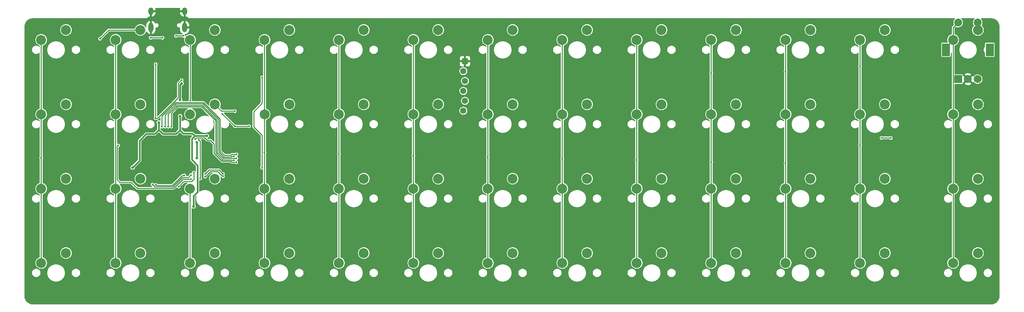
<source format=gtl>
G04 #@! TF.GenerationSoftware,KiCad,Pcbnew,(5.1.10-1-10_14)*
G04 #@! TF.CreationDate,2021-09-26T11:40:08-05:00*
G04 #@! TF.ProjectId,ori,6f72692e-6b69-4636-9164-5f7063625858,rev?*
G04 #@! TF.SameCoordinates,Original*
G04 #@! TF.FileFunction,Copper,L1,Top*
G04 #@! TF.FilePolarity,Positive*
%FSLAX46Y46*%
G04 Gerber Fmt 4.6, Leading zero omitted, Abs format (unit mm)*
G04 Created by KiCad (PCBNEW (5.1.10-1-10_14)) date 2021-09-26 11:40:08*
%MOMM*%
%LPD*%
G01*
G04 APERTURE LIST*
G04 #@! TA.AperFunction,ComponentPad*
%ADD10C,2.540000*%
G04 #@! TD*
G04 #@! TA.AperFunction,ComponentPad*
%ADD11R,2.000000X2.000000*%
G04 #@! TD*
G04 #@! TA.AperFunction,ComponentPad*
%ADD12C,2.000000*%
G04 #@! TD*
G04 #@! TA.AperFunction,ComponentPad*
%ADD13R,2.000000X3.200000*%
G04 #@! TD*
G04 #@! TA.AperFunction,ComponentPad*
%ADD14C,1.600200*%
G04 #@! TD*
G04 #@! TA.AperFunction,ComponentPad*
%ADD15O,1.300000X2.400000*%
G04 #@! TD*
G04 #@! TA.AperFunction,ComponentPad*
%ADD16O,1.300000X1.900000*%
G04 #@! TD*
G04 #@! TA.AperFunction,SMDPad,CuDef*
%ADD17O,1.300000X2.400000*%
G04 #@! TD*
G04 #@! TA.AperFunction,ViaPad*
%ADD18C,0.500000*%
G04 #@! TD*
G04 #@! TA.AperFunction,ViaPad*
%ADD19C,0.700000*%
G04 #@! TD*
G04 #@! TA.AperFunction,Conductor*
%ADD20C,0.250000*%
G04 #@! TD*
G04 #@! TA.AperFunction,Conductor*
%ADD21C,0.400000*%
G04 #@! TD*
G04 #@! TA.AperFunction,Conductor*
%ADD22C,0.200000*%
G04 #@! TD*
G04 #@! TA.AperFunction,Conductor*
%ADD23C,0.100000*%
G04 #@! TD*
G04 APERTURE END LIST*
D10*
X316468185Y-69691370D03*
X322818185Y-67151370D03*
X121205625Y-50641250D03*
X127555625Y-48101250D03*
X316468185Y-107791530D03*
X322818185Y-105251530D03*
D11*
X317752725Y-60693950D03*
D12*
X320252725Y-60693950D03*
X322752725Y-60693950D03*
D13*
X314652725Y-53193950D03*
X325852725Y-53193950D03*
D12*
X317752725Y-46193950D03*
X322752725Y-46193950D03*
G04 #@! TA.AperFunction,ComponentPad*
G36*
G01*
X192346500Y-55699950D02*
X192346500Y-56500050D01*
G75*
G02*
X191946450Y-56900100I-400050J0D01*
G01*
X191146350Y-56900100D01*
G75*
G02*
X190746300Y-56500050I0J400050D01*
G01*
X190746300Y-55699950D01*
G75*
G02*
X191146350Y-55299900I400050J0D01*
G01*
X191946450Y-55299900D01*
G75*
G02*
X192346500Y-55699950I0J-400050D01*
G01*
G37*
G04 #@! TD.AperFunction*
D14*
X191140000Y-58640000D03*
X191546400Y-61180000D03*
X191140000Y-63720000D03*
X191546400Y-66260000D03*
X191140000Y-68800000D03*
D15*
X111189825Y-47458627D03*
D16*
X111189825Y-43258627D03*
X119789825Y-43258627D03*
D15*
X119789825Y-47458627D03*
D17*
X111189825Y-47458627D03*
D10*
X322818125Y-48101250D03*
X316468125Y-50641250D03*
X316468185Y-88741450D03*
X322818185Y-86201450D03*
X83105625Y-50641250D03*
X89455625Y-48101250D03*
X102155625Y-50641250D03*
X108505625Y-48101250D03*
X146605625Y-48101250D03*
X140255625Y-50641250D03*
X159305625Y-50641250D03*
X165655625Y-48101250D03*
X178355625Y-50641250D03*
X184705625Y-48101250D03*
X197405625Y-50641250D03*
X203755625Y-48101250D03*
X216455625Y-50641250D03*
X222805625Y-48101250D03*
X235505625Y-50641250D03*
X241855625Y-48101250D03*
X254555625Y-50641250D03*
X260905625Y-48101250D03*
X273605625Y-50641250D03*
X279955625Y-48101250D03*
X292655625Y-50641250D03*
X299005625Y-48101250D03*
X83105625Y-69691250D03*
X89455625Y-67151250D03*
X102155625Y-69691250D03*
X108505625Y-67151250D03*
X121205625Y-69691250D03*
X127555625Y-67151250D03*
X140260799Y-69691250D03*
X146610799Y-67151250D03*
X159305625Y-69691250D03*
X165655625Y-67151250D03*
X178355625Y-69691250D03*
X184705625Y-67151250D03*
X197405625Y-69691250D03*
X203755625Y-67151250D03*
X216455625Y-69691250D03*
X222805625Y-67151250D03*
X235505625Y-69691250D03*
X241855625Y-67151250D03*
X254555625Y-69691250D03*
X260905625Y-67151250D03*
X273605625Y-69691250D03*
X279955625Y-67151250D03*
X292655625Y-69691250D03*
X299005625Y-67151250D03*
X83105625Y-88741250D03*
X89455625Y-86201250D03*
X102155625Y-88741250D03*
X108505625Y-86201250D03*
X121205625Y-88741250D03*
X127555625Y-86201250D03*
X140255625Y-88741250D03*
X146605625Y-86201250D03*
X159305625Y-88741250D03*
X165655625Y-86201250D03*
X178355625Y-88741250D03*
X184705625Y-86201250D03*
X216455625Y-88741250D03*
X222805625Y-86201250D03*
X235505625Y-88741250D03*
X241855625Y-86201250D03*
X254555625Y-88741250D03*
X260905625Y-86201250D03*
X273605625Y-88741250D03*
X279955625Y-86201250D03*
X83105625Y-107791250D03*
X89455625Y-105251250D03*
X102155625Y-107791250D03*
X108505625Y-105251250D03*
X121205625Y-107791250D03*
X127555625Y-105251250D03*
X140255625Y-107791250D03*
X146605625Y-105251250D03*
X159305625Y-107791250D03*
X165655625Y-105251250D03*
X178355625Y-107791250D03*
X184705625Y-105251250D03*
X216455625Y-107791250D03*
X222805625Y-105251250D03*
X235505625Y-107791250D03*
X241855625Y-105251250D03*
X254555625Y-107791250D03*
X260905625Y-105251250D03*
X273605625Y-107791250D03*
X279955625Y-105251250D03*
X197405625Y-88741250D03*
X203755625Y-86201250D03*
X197405625Y-107791250D03*
X203755625Y-105251250D03*
X292655625Y-88741250D03*
X299005625Y-86201250D03*
X292655625Y-107791250D03*
X299005625Y-105251250D03*
D18*
X98150000Y-50350000D03*
X132650000Y-68900000D03*
D19*
X122950000Y-80900000D03*
X122900000Y-76950000D03*
X118650000Y-70200000D03*
X113200000Y-71800000D03*
X118650000Y-66000000D03*
X119050000Y-61800000D03*
X125519990Y-75244990D03*
X106525000Y-83325000D03*
X122100000Y-93300000D03*
D18*
X112400000Y-70700000D03*
X112400000Y-56850000D03*
X119050000Y-60950000D03*
X132650000Y-72750000D03*
X136300000Y-72750000D03*
X129450000Y-69600000D03*
X300540625Y-75756250D03*
X298140625Y-75756250D03*
X83105625Y-80871250D03*
X121250000Y-66154972D03*
X123450000Y-76205000D03*
X123800000Y-86100000D03*
X133100000Y-79980000D03*
X114000000Y-72850000D03*
X140255625Y-79491250D03*
X132450000Y-80485000D03*
X114800000Y-72850000D03*
X159305625Y-79841250D03*
X133050000Y-80990000D03*
X115600000Y-72850000D03*
X178355625Y-80271250D03*
X132450000Y-81495000D03*
X116400000Y-72850000D03*
X197405625Y-80721250D03*
X133000000Y-82000000D03*
X122550000Y-76100000D03*
X216455625Y-81041250D03*
X235505625Y-81391250D03*
X254555625Y-81921250D03*
X254555625Y-59141250D03*
X273605625Y-82241250D03*
X273605625Y-58771250D03*
X292655625Y-57421250D03*
X292655625Y-77621250D03*
X117600000Y-49600000D03*
X119450000Y-49600000D03*
X114150000Y-50100000D03*
X111100000Y-50100000D03*
X139650000Y-60250000D03*
X139600000Y-83395030D03*
X118275000Y-88225000D03*
X122150000Y-84650000D03*
X121420799Y-86324602D03*
X125070799Y-85674602D03*
X129620799Y-85585053D03*
X102800000Y-77700000D03*
X104100000Y-47050000D03*
X116300000Y-66550000D03*
X114000000Y-66550000D03*
X125700000Y-76800000D03*
X126700000Y-79900000D03*
X125540625Y-65956250D03*
X120040625Y-65906250D03*
X123840625Y-69006250D03*
X121420799Y-85255000D03*
X111600000Y-87700000D03*
X112420799Y-87774602D03*
X125070799Y-84955050D03*
X129620799Y-84955050D03*
X119750000Y-85350000D03*
D20*
X100405398Y-48094602D02*
X108610799Y-48094602D01*
X98150000Y-50350000D02*
X100405398Y-48094602D01*
X132650000Y-68900000D02*
X129416197Y-68900000D01*
X129304375Y-68900000D02*
X129416197Y-68900000D01*
X127555625Y-67151250D02*
X129304375Y-68900000D01*
D21*
X122950000Y-77000000D02*
X122900000Y-76950000D01*
X122950000Y-80900000D02*
X122950000Y-77000000D01*
X110000000Y-74750000D02*
X108300000Y-76450000D01*
X108300000Y-76450000D02*
X108300000Y-81550000D01*
X118650000Y-66000000D02*
X118650000Y-62500000D01*
X112050000Y-74750000D02*
X110000000Y-74750000D01*
X113200000Y-73700000D02*
X113200000Y-71800000D01*
X112150000Y-74750000D02*
X113200000Y-73700000D01*
X112050000Y-74750000D02*
X112150000Y-74750000D01*
X118650000Y-70200000D02*
X118650000Y-73750000D01*
X118650000Y-62200000D02*
X119050000Y-61800000D01*
X118650000Y-62500000D02*
X118650000Y-62200000D01*
X125519990Y-75244990D02*
X122394990Y-75244990D01*
X114250000Y-74750000D02*
X113200000Y-73700000D01*
X117650000Y-74750000D02*
X114250000Y-74750000D01*
X118650000Y-73750000D02*
X117650000Y-74750000D01*
X122394990Y-75244990D02*
X121650000Y-75989980D01*
X108300000Y-81550000D02*
X106525000Y-83325000D01*
X123100000Y-82800000D02*
X121650000Y-81350000D01*
X121650000Y-81350000D02*
X121650000Y-75989980D01*
X123100000Y-89650000D02*
X123100000Y-82800000D01*
X122100000Y-90650000D02*
X123100000Y-89650000D01*
X122100000Y-93300000D02*
X122100000Y-90650000D01*
X119500000Y-74600000D02*
X121750000Y-74600000D01*
X118650000Y-73750000D02*
X119500000Y-74600000D01*
X121750000Y-74600000D02*
X122394990Y-75244990D01*
D20*
X112400000Y-70700000D02*
X112400000Y-56850000D01*
X117320381Y-66279962D02*
X112900343Y-70700000D01*
X118194990Y-65405354D02*
X117320381Y-66279962D01*
X118194990Y-62609608D02*
X118194990Y-65405354D01*
X112900343Y-70700000D02*
X112400000Y-70700000D01*
X118194990Y-62609608D02*
X118194990Y-61755010D01*
X119000000Y-60950000D02*
X119050000Y-60950000D01*
X118194990Y-61755010D02*
X119000000Y-60950000D01*
X132650000Y-72750000D02*
X136300000Y-72750000D01*
X129500000Y-69600000D02*
X129450000Y-69600000D01*
X132650000Y-72750000D02*
X129500000Y-69600000D01*
X300540625Y-75756250D02*
X298140625Y-75756250D01*
X83260799Y-107634222D02*
X83260419Y-107634602D01*
X83105625Y-50641250D02*
X83105625Y-79471250D01*
X83105625Y-80871250D02*
X83105625Y-107791250D01*
X83105625Y-79471250D02*
X83105625Y-80871250D01*
X102155625Y-107791250D02*
X102155625Y-71864516D01*
X102155625Y-77856830D02*
X102155625Y-107791250D01*
X102155625Y-50641250D02*
X102155625Y-77856830D01*
X121250000Y-50645401D02*
X121260799Y-50634602D01*
X121250000Y-66154972D02*
X121250000Y-50645401D01*
X123799999Y-76554999D02*
X123450000Y-76205000D01*
X123800000Y-85750002D02*
X123799999Y-85750001D01*
X123800000Y-86100000D02*
X123800000Y-85750002D01*
X123799999Y-85750001D02*
X123799999Y-76554999D01*
X123799999Y-85950001D02*
X123799999Y-85750001D01*
X121205625Y-107791250D02*
X121205625Y-88741250D01*
X114000000Y-70137756D02*
X114000000Y-72850000D01*
X117477786Y-66659971D02*
X114000000Y-70137756D01*
X128900000Y-70887755D02*
X124672217Y-66659972D01*
X131792575Y-79980000D02*
X131542595Y-80229980D01*
X128900000Y-79100000D02*
X128900000Y-70887755D01*
X131542595Y-80229980D02*
X130029980Y-80229980D01*
X124672217Y-66659972D02*
X117477786Y-66659971D01*
X130029980Y-80229980D02*
X128900000Y-79100000D01*
X133100000Y-79980000D02*
X131792575Y-79980000D01*
X140255625Y-79491250D02*
X140255625Y-107791250D01*
X140255625Y-50641250D02*
X140255625Y-79491250D01*
X159260799Y-50635042D02*
X159260219Y-50634462D01*
X114800000Y-69875170D02*
X114800000Y-72850000D01*
X117635190Y-67039980D02*
X114800000Y-69875170D01*
X126050000Y-68575169D02*
X124514812Y-67039981D01*
X126050000Y-68575172D02*
X126050000Y-68575169D01*
X124514812Y-67039981D02*
X117635190Y-67039980D01*
X128519990Y-71045162D02*
X126050000Y-68575172D01*
X132450000Y-80485000D02*
X131824990Y-80485000D01*
X131700000Y-80609990D02*
X129872575Y-80609990D01*
X131824990Y-80485000D02*
X131700000Y-80609990D01*
X128519990Y-79257405D02*
X128519990Y-71045162D01*
X129872575Y-80609990D02*
X128519990Y-79257405D01*
X159305625Y-71864516D02*
X159305625Y-50641250D01*
X159305625Y-79841250D02*
X159305625Y-71864516D01*
X159305625Y-107791250D02*
X159305625Y-79841250D01*
X115600000Y-69612585D02*
X115600000Y-72850000D01*
X128139980Y-71202566D02*
X124357405Y-67419990D01*
X124357405Y-67419990D02*
X117792595Y-67419990D01*
X117792595Y-67419990D02*
X115600000Y-69612585D01*
X128139980Y-79414810D02*
X128139980Y-71202566D01*
X129715170Y-80990000D02*
X128139980Y-79414810D01*
X133050000Y-80990000D02*
X129715170Y-80990000D01*
X178355625Y-80271250D02*
X178355625Y-107791250D01*
X178355625Y-50641250D02*
X178355625Y-80271250D01*
X116400000Y-69350000D02*
X116400000Y-72850000D01*
X117950000Y-67800000D02*
X116400000Y-69350000D01*
X124200000Y-67800000D02*
X117950000Y-67800000D01*
X127759970Y-71359970D02*
X124200000Y-67800000D01*
X127759970Y-79572215D02*
X127759970Y-71359970D01*
X129557766Y-81370010D02*
X127759970Y-79572215D01*
X131700000Y-81370010D02*
X129557766Y-81370010D01*
X131824990Y-81495000D02*
X131700000Y-81370010D01*
X132450000Y-81495000D02*
X131824990Y-81495000D01*
X197405625Y-50641250D02*
X197405625Y-80721250D01*
X197405625Y-80721250D02*
X197405625Y-107791250D01*
X216260799Y-107633582D02*
X216260069Y-107634312D01*
X216455625Y-81041250D02*
X216455625Y-50641250D01*
X216455625Y-107791250D02*
X216455625Y-81041250D01*
X131542595Y-81750020D02*
X131792575Y-82000000D01*
X129400361Y-81750020D02*
X131542595Y-81750020D01*
X127379960Y-79729620D02*
X129400361Y-81750020D01*
X127379960Y-77329960D02*
X127379960Y-79729620D01*
X131792575Y-82000000D02*
X133000000Y-82000000D01*
X126344999Y-76294999D02*
X127379960Y-77329960D01*
X122550000Y-76100000D02*
X122950000Y-75700000D01*
X124950000Y-75700000D02*
X125544999Y-76294999D01*
X125544999Y-76294999D02*
X126344999Y-76294999D01*
X122950000Y-75700000D02*
X124950000Y-75700000D01*
X235260799Y-107633532D02*
X235260019Y-107634312D01*
X235505625Y-50641250D02*
X235505625Y-81391250D01*
X235505625Y-81391250D02*
X235505625Y-107791250D01*
X254555625Y-59141250D02*
X254555625Y-50641250D01*
X254555625Y-81921250D02*
X254555625Y-66391250D01*
X254555625Y-81921250D02*
X254555625Y-96841250D01*
X254555625Y-66391250D02*
X254555625Y-59141250D01*
X254555625Y-96841250D02*
X254555625Y-107791250D01*
X273605625Y-82241250D02*
X273605625Y-107791250D01*
X273605625Y-58771250D02*
X273605625Y-82241250D01*
X273605625Y-50641250D02*
X273605625Y-58771250D01*
X292259869Y-107633672D02*
X292260799Y-107634602D01*
X292655625Y-107791250D02*
X292655625Y-105995199D01*
X292655625Y-57421250D02*
X292655625Y-50641250D01*
X292655625Y-105995199D02*
X292655625Y-77621250D01*
X292655625Y-77621250D02*
X292655625Y-57421250D01*
X117600000Y-49600000D02*
X119450000Y-49600000D01*
X114150000Y-50100000D02*
X111100000Y-50100000D01*
X139650000Y-60250000D02*
X139650000Y-66850000D01*
X139650000Y-66850000D02*
X137500000Y-69000000D01*
X137500000Y-69000000D02*
X137500000Y-72950000D01*
X139600000Y-75050000D02*
X139600000Y-83395030D01*
X137500000Y-72950000D02*
X139600000Y-75050000D01*
X119600000Y-86900000D02*
X119402081Y-87097919D01*
X121600000Y-86900000D02*
X119600000Y-86900000D01*
X122150000Y-86350000D02*
X121600000Y-86900000D01*
X119402081Y-87097919D02*
X118275000Y-88225000D01*
X122150000Y-84650000D02*
X122150000Y-86350000D01*
X125070799Y-85674602D02*
X126390789Y-84354612D01*
X129503400Y-85585053D02*
X129620799Y-85585053D01*
X128272959Y-84354612D02*
X129503400Y-85585053D01*
X126390789Y-84354612D02*
X128272959Y-84354612D01*
X316468125Y-47478550D02*
X317752725Y-46193950D01*
X316468125Y-50641250D02*
X316468125Y-47478550D01*
X316468125Y-107791470D02*
X316468185Y-107791530D01*
X316468125Y-50641250D02*
X316468125Y-107791470D01*
X102535635Y-86435635D02*
X102535635Y-77964365D01*
X103224602Y-87124602D02*
X102535635Y-86435635D01*
X102535635Y-77964365D02*
X102800000Y-77700000D01*
X117015217Y-88659613D02*
X107659613Y-88659613D01*
X106124602Y-87124602D02*
X103224602Y-87124602D01*
X107659613Y-88659613D02*
X106124602Y-87124602D01*
X119350227Y-86324602D02*
X117015217Y-88659613D01*
X121420799Y-86324602D02*
X119350227Y-86324602D01*
X116300000Y-66550000D02*
X114000000Y-66550000D01*
X125700000Y-76800000D02*
X125700000Y-77650000D01*
X126700000Y-78650000D02*
X126700000Y-79900000D01*
X125700000Y-77650000D02*
X126700000Y-78650000D01*
D21*
X119789825Y-47458627D02*
X119789825Y-43258627D01*
X119789825Y-43258627D02*
X111189825Y-43258627D01*
X111189825Y-43258627D02*
X111189825Y-47458627D01*
D20*
X119243707Y-85893707D02*
X120782092Y-85893707D01*
X116857812Y-88279603D02*
X119243707Y-85893707D01*
X112179603Y-88279603D02*
X116857812Y-88279603D01*
X120782092Y-85893707D02*
X121420799Y-85255000D01*
X111600000Y-87700000D02*
X112179603Y-88279603D01*
X125070799Y-84955050D02*
X126051247Y-83974602D01*
X128640351Y-83974602D02*
X129620799Y-84955050D01*
X126051247Y-83974602D02*
X128640351Y-83974602D01*
X119746197Y-85350000D02*
X119750000Y-85350000D01*
X119250000Y-85350000D02*
X119746197Y-85350000D01*
X116700407Y-87899593D02*
X119250000Y-85350000D01*
X112474602Y-87774602D02*
X112599593Y-87899593D01*
X112599593Y-87899593D02*
X116700407Y-87899593D01*
X112420799Y-87774602D02*
X112474602Y-87774602D01*
D22*
X118550699Y-42657108D02*
X118515685Y-42904643D01*
X118674927Y-43104627D01*
X119635825Y-43104627D01*
X119635825Y-43084627D01*
X119943825Y-43084627D01*
X119943825Y-43104627D01*
X120265626Y-43104627D01*
X120265626Y-43412627D01*
X119943825Y-43412627D01*
X119943825Y-44653853D01*
X120137243Y-44767703D01*
X120227543Y-44756437D01*
X120351975Y-44696555D01*
X120393329Y-44773038D01*
X120409795Y-44797450D01*
X120425931Y-44822108D01*
X120428799Y-44825625D01*
X120493263Y-44903548D01*
X120514173Y-44924312D01*
X120534773Y-44945348D01*
X120538269Y-44948241D01*
X120616640Y-45012159D01*
X120641167Y-45028454D01*
X120665479Y-45045101D01*
X120669470Y-45047259D01*
X120758764Y-45094738D01*
X120786017Y-45105971D01*
X120813075Y-45117568D01*
X120817410Y-45118910D01*
X120914226Y-45148140D01*
X120943112Y-45153860D01*
X120971931Y-45159985D01*
X120976445Y-45160460D01*
X121077094Y-45170329D01*
X121077101Y-45170329D01*
X121092848Y-45171880D01*
X316942422Y-45171880D01*
X316924023Y-45184174D01*
X316742949Y-45365248D01*
X316600680Y-45578169D01*
X316502683Y-45814754D01*
X316452725Y-46065911D01*
X316452725Y-46321989D01*
X316502683Y-46573146D01*
X316581707Y-46763927D01*
X316182364Y-47163271D01*
X316166152Y-47176576D01*
X316113042Y-47241290D01*
X316103119Y-47259855D01*
X316073578Y-47315123D01*
X316049275Y-47395236D01*
X316041070Y-47478550D01*
X316043126Y-47499427D01*
X316043125Y-49125029D01*
X316010173Y-49131584D01*
X315724451Y-49249934D01*
X315467308Y-49421751D01*
X315248626Y-49640433D01*
X315076809Y-49897576D01*
X314958459Y-50183298D01*
X314898125Y-50486618D01*
X314898125Y-50795882D01*
X314958459Y-51099202D01*
X315038525Y-51292499D01*
X313652725Y-51292499D01*
X313593915Y-51298291D01*
X313537365Y-51315446D01*
X313485248Y-51343303D01*
X313439567Y-51380792D01*
X313402078Y-51426473D01*
X313374221Y-51478590D01*
X313357066Y-51535140D01*
X313351274Y-51593950D01*
X313351274Y-54793950D01*
X313357066Y-54852760D01*
X313374221Y-54909310D01*
X313402078Y-54961427D01*
X313439567Y-55007108D01*
X313485248Y-55044597D01*
X313537365Y-55072454D01*
X313593915Y-55089609D01*
X313652725Y-55095401D01*
X315652725Y-55095401D01*
X315711535Y-55089609D01*
X315768085Y-55072454D01*
X315820202Y-55044597D01*
X315865883Y-55007108D01*
X315903372Y-54961427D01*
X315931229Y-54909310D01*
X315948384Y-54852760D01*
X315954176Y-54793950D01*
X315954176Y-54052818D01*
X316043125Y-53963869D01*
X316043125Y-68175161D01*
X316010233Y-68181704D01*
X315724511Y-68300054D01*
X315467368Y-68471871D01*
X315248686Y-68690553D01*
X315076869Y-68947696D01*
X314958519Y-69233418D01*
X314898185Y-69536738D01*
X314898185Y-69846002D01*
X314958519Y-70149322D01*
X315076869Y-70435044D01*
X315248686Y-70692187D01*
X315467368Y-70910869D01*
X315724511Y-71082686D01*
X316010233Y-71201036D01*
X316043125Y-71207579D01*
X316043125Y-71448691D01*
X315931841Y-71337407D01*
X315743341Y-71211455D01*
X315533890Y-71124698D01*
X315311539Y-71080470D01*
X315084831Y-71080470D01*
X314862480Y-71124698D01*
X314653029Y-71211455D01*
X314464529Y-71337407D01*
X314304222Y-71497714D01*
X314178270Y-71686214D01*
X314091513Y-71895665D01*
X314047285Y-72118016D01*
X314047285Y-72344724D01*
X314091513Y-72567075D01*
X314178270Y-72776526D01*
X314304222Y-72965026D01*
X314464529Y-73125333D01*
X314653029Y-73251285D01*
X314862480Y-73338042D01*
X315084831Y-73382270D01*
X315311539Y-73382270D01*
X315533890Y-73338042D01*
X315743341Y-73251285D01*
X315931841Y-73125333D01*
X316043125Y-73014049D01*
X316043126Y-87225241D01*
X316010233Y-87231784D01*
X315724511Y-87350134D01*
X315467368Y-87521951D01*
X315248686Y-87740633D01*
X315076869Y-87997776D01*
X314958519Y-88283498D01*
X314898185Y-88586818D01*
X314898185Y-88896082D01*
X314958519Y-89199402D01*
X315076869Y-89485124D01*
X315248686Y-89742267D01*
X315467368Y-89960949D01*
X315724511Y-90132766D01*
X316010233Y-90251116D01*
X316043126Y-90257659D01*
X316043126Y-90498772D01*
X315931841Y-90387487D01*
X315743341Y-90261535D01*
X315533890Y-90174778D01*
X315311539Y-90130550D01*
X315084831Y-90130550D01*
X314862480Y-90174778D01*
X314653029Y-90261535D01*
X314464529Y-90387487D01*
X314304222Y-90547794D01*
X314178270Y-90736294D01*
X314091513Y-90945745D01*
X314047285Y-91168096D01*
X314047285Y-91394804D01*
X314091513Y-91617155D01*
X314178270Y-91826606D01*
X314304222Y-92015106D01*
X314464529Y-92175413D01*
X314653029Y-92301365D01*
X314862480Y-92388122D01*
X315084831Y-92432350D01*
X315311539Y-92432350D01*
X315533890Y-92388122D01*
X315743341Y-92301365D01*
X315931841Y-92175413D01*
X316043126Y-92064128D01*
X316043126Y-106275321D01*
X316010233Y-106281864D01*
X315724511Y-106400214D01*
X315467368Y-106572031D01*
X315248686Y-106790713D01*
X315076869Y-107047856D01*
X314958519Y-107333578D01*
X314898185Y-107636898D01*
X314898185Y-107946162D01*
X314958519Y-108249482D01*
X315076869Y-108535204D01*
X315248686Y-108792347D01*
X315467368Y-109011029D01*
X315724511Y-109182846D01*
X316010233Y-109301196D01*
X316313553Y-109361530D01*
X316622817Y-109361530D01*
X316926137Y-109301196D01*
X317211859Y-109182846D01*
X317469002Y-109011029D01*
X317687684Y-108792347D01*
X317859501Y-108535204D01*
X317977851Y-108249482D01*
X318038185Y-107946162D01*
X318038185Y-107636898D01*
X317977851Y-107333578D01*
X317859501Y-107047856D01*
X317687684Y-106790713D01*
X317469002Y-106572031D01*
X317211859Y-106400214D01*
X316926137Y-106281864D01*
X316893125Y-106275298D01*
X316893125Y-105096898D01*
X321248185Y-105096898D01*
X321248185Y-105406162D01*
X321308519Y-105709482D01*
X321426869Y-105995204D01*
X321598686Y-106252347D01*
X321817368Y-106471029D01*
X322074511Y-106642846D01*
X322360233Y-106761196D01*
X322663553Y-106821530D01*
X322972817Y-106821530D01*
X323276137Y-106761196D01*
X323561859Y-106642846D01*
X323819002Y-106471029D01*
X324037684Y-106252347D01*
X324209501Y-105995204D01*
X324327851Y-105709482D01*
X324388185Y-105406162D01*
X324388185Y-105096898D01*
X324327851Y-104793578D01*
X324209501Y-104507856D01*
X324037684Y-104250713D01*
X323819002Y-104032031D01*
X323561859Y-103860214D01*
X323276137Y-103741864D01*
X322972817Y-103681530D01*
X322663553Y-103681530D01*
X322360233Y-103741864D01*
X322074511Y-103860214D01*
X321817368Y-104032031D01*
X321598686Y-104250713D01*
X321426869Y-104507856D01*
X321308519Y-104793578D01*
X321248185Y-105096898D01*
X316893125Y-105096898D01*
X316893125Y-91055521D01*
X317984285Y-91055521D01*
X317984285Y-91507379D01*
X318072438Y-91950556D01*
X318245357Y-92368019D01*
X318496397Y-92743726D01*
X318815909Y-93063238D01*
X319191616Y-93314278D01*
X319609079Y-93487197D01*
X320052256Y-93575350D01*
X320504114Y-93575350D01*
X320947291Y-93487197D01*
X321364754Y-93314278D01*
X321740461Y-93063238D01*
X322059973Y-92743726D01*
X322311013Y-92368019D01*
X322483932Y-91950556D01*
X322572085Y-91507379D01*
X322572085Y-91168096D01*
X324207285Y-91168096D01*
X324207285Y-91394804D01*
X324251513Y-91617155D01*
X324338270Y-91826606D01*
X324464222Y-92015106D01*
X324624529Y-92175413D01*
X324813029Y-92301365D01*
X325022480Y-92388122D01*
X325244831Y-92432350D01*
X325471539Y-92432350D01*
X325693890Y-92388122D01*
X325903341Y-92301365D01*
X326091841Y-92175413D01*
X326252148Y-92015106D01*
X326378100Y-91826606D01*
X326464857Y-91617155D01*
X326509085Y-91394804D01*
X326509085Y-91168096D01*
X326464857Y-90945745D01*
X326378100Y-90736294D01*
X326252148Y-90547794D01*
X326091841Y-90387487D01*
X325903341Y-90261535D01*
X325693890Y-90174778D01*
X325471539Y-90130550D01*
X325244831Y-90130550D01*
X325022480Y-90174778D01*
X324813029Y-90261535D01*
X324624529Y-90387487D01*
X324464222Y-90547794D01*
X324338270Y-90736294D01*
X324251513Y-90945745D01*
X324207285Y-91168096D01*
X322572085Y-91168096D01*
X322572085Y-91055521D01*
X322483932Y-90612344D01*
X322311013Y-90194881D01*
X322059973Y-89819174D01*
X321740461Y-89499662D01*
X321364754Y-89248622D01*
X320947291Y-89075703D01*
X320504114Y-88987550D01*
X320052256Y-88987550D01*
X319609079Y-89075703D01*
X319191616Y-89248622D01*
X318815909Y-89499662D01*
X318496397Y-89819174D01*
X318245357Y-90194881D01*
X318072438Y-90612344D01*
X317984285Y-91055521D01*
X316893125Y-91055521D01*
X316893125Y-90257682D01*
X316926137Y-90251116D01*
X317211859Y-90132766D01*
X317469002Y-89960949D01*
X317687684Y-89742267D01*
X317859501Y-89485124D01*
X317977851Y-89199402D01*
X318038185Y-88896082D01*
X318038185Y-88586818D01*
X317977851Y-88283498D01*
X317859501Y-87997776D01*
X317687684Y-87740633D01*
X317469002Y-87521951D01*
X317211859Y-87350134D01*
X316926137Y-87231784D01*
X316893125Y-87225218D01*
X316893125Y-86046818D01*
X321248185Y-86046818D01*
X321248185Y-86356082D01*
X321308519Y-86659402D01*
X321426869Y-86945124D01*
X321598686Y-87202267D01*
X321817368Y-87420949D01*
X322074511Y-87592766D01*
X322360233Y-87711116D01*
X322663553Y-87771450D01*
X322972817Y-87771450D01*
X323276137Y-87711116D01*
X323561859Y-87592766D01*
X323819002Y-87420949D01*
X324037684Y-87202267D01*
X324209501Y-86945124D01*
X324327851Y-86659402D01*
X324388185Y-86356082D01*
X324388185Y-86046818D01*
X324327851Y-85743498D01*
X324209501Y-85457776D01*
X324037684Y-85200633D01*
X323819002Y-84981951D01*
X323561859Y-84810134D01*
X323276137Y-84691784D01*
X322972817Y-84631450D01*
X322663553Y-84631450D01*
X322360233Y-84691784D01*
X322074511Y-84810134D01*
X321817368Y-84981951D01*
X321598686Y-85200633D01*
X321426869Y-85457776D01*
X321308519Y-85743498D01*
X321248185Y-86046818D01*
X316893125Y-86046818D01*
X316893125Y-72005441D01*
X317984285Y-72005441D01*
X317984285Y-72457299D01*
X318072438Y-72900476D01*
X318245357Y-73317939D01*
X318496397Y-73693646D01*
X318815909Y-74013158D01*
X319191616Y-74264198D01*
X319609079Y-74437117D01*
X320052256Y-74525270D01*
X320504114Y-74525270D01*
X320947291Y-74437117D01*
X321364754Y-74264198D01*
X321740461Y-74013158D01*
X322059973Y-73693646D01*
X322311013Y-73317939D01*
X322483932Y-72900476D01*
X322572085Y-72457299D01*
X322572085Y-72118016D01*
X324207285Y-72118016D01*
X324207285Y-72344724D01*
X324251513Y-72567075D01*
X324338270Y-72776526D01*
X324464222Y-72965026D01*
X324624529Y-73125333D01*
X324813029Y-73251285D01*
X325022480Y-73338042D01*
X325244831Y-73382270D01*
X325471539Y-73382270D01*
X325693890Y-73338042D01*
X325903341Y-73251285D01*
X326091841Y-73125333D01*
X326252148Y-72965026D01*
X326378100Y-72776526D01*
X326464857Y-72567075D01*
X326509085Y-72344724D01*
X326509085Y-72118016D01*
X326464857Y-71895665D01*
X326378100Y-71686214D01*
X326252148Y-71497714D01*
X326091841Y-71337407D01*
X325903341Y-71211455D01*
X325693890Y-71124698D01*
X325471539Y-71080470D01*
X325244831Y-71080470D01*
X325022480Y-71124698D01*
X324813029Y-71211455D01*
X324624529Y-71337407D01*
X324464222Y-71497714D01*
X324338270Y-71686214D01*
X324251513Y-71895665D01*
X324207285Y-72118016D01*
X322572085Y-72118016D01*
X322572085Y-72005441D01*
X322483932Y-71562264D01*
X322311013Y-71144801D01*
X322059973Y-70769094D01*
X321740461Y-70449582D01*
X321364754Y-70198542D01*
X320947291Y-70025623D01*
X320504114Y-69937470D01*
X320052256Y-69937470D01*
X319609079Y-70025623D01*
X319191616Y-70198542D01*
X318815909Y-70449582D01*
X318496397Y-70769094D01*
X318245357Y-71144801D01*
X318072438Y-71562264D01*
X317984285Y-72005441D01*
X316893125Y-72005441D01*
X316893125Y-71207602D01*
X316926137Y-71201036D01*
X317211859Y-71082686D01*
X317469002Y-70910869D01*
X317687684Y-70692187D01*
X317859501Y-70435044D01*
X317977851Y-70149322D01*
X318038185Y-69846002D01*
X318038185Y-69536738D01*
X317977851Y-69233418D01*
X317859501Y-68947696D01*
X317687684Y-68690553D01*
X317469002Y-68471871D01*
X317211859Y-68300054D01*
X316926137Y-68181704D01*
X316893125Y-68175138D01*
X316893125Y-66996738D01*
X321248185Y-66996738D01*
X321248185Y-67306002D01*
X321308519Y-67609322D01*
X321426869Y-67895044D01*
X321598686Y-68152187D01*
X321817368Y-68370869D01*
X322074511Y-68542686D01*
X322360233Y-68661036D01*
X322663553Y-68721370D01*
X322972817Y-68721370D01*
X323276137Y-68661036D01*
X323561859Y-68542686D01*
X323819002Y-68370869D01*
X324037684Y-68152187D01*
X324209501Y-67895044D01*
X324327851Y-67609322D01*
X324388185Y-67306002D01*
X324388185Y-66996738D01*
X324327851Y-66693418D01*
X324209501Y-66407696D01*
X324037684Y-66150553D01*
X323819002Y-65931871D01*
X323561859Y-65760054D01*
X323276137Y-65641704D01*
X322972817Y-65581370D01*
X322663553Y-65581370D01*
X322360233Y-65641704D01*
X322074511Y-65760054D01*
X321817368Y-65931871D01*
X321598686Y-66150553D01*
X321426869Y-66407696D01*
X321308519Y-66693418D01*
X321248185Y-66996738D01*
X316893125Y-66996738D01*
X316893125Y-61995401D01*
X318752725Y-61995401D01*
X318811535Y-61989609D01*
X318868085Y-61972454D01*
X318920202Y-61944597D01*
X318965883Y-61907108D01*
X319003372Y-61861427D01*
X319019021Y-61832149D01*
X319332315Y-61832149D01*
X319431906Y-62085712D01*
X319719197Y-62219104D01*
X320026990Y-62293884D01*
X320343460Y-62307180D01*
X320656441Y-62258481D01*
X320953909Y-62149658D01*
X321073544Y-62085712D01*
X321173135Y-61832149D01*
X320252725Y-60911739D01*
X319332315Y-61832149D01*
X319019021Y-61832149D01*
X319031229Y-61809310D01*
X319048384Y-61752760D01*
X319054176Y-61693950D01*
X319054176Y-61590657D01*
X319114526Y-61614360D01*
X320034936Y-60693950D01*
X320470514Y-60693950D01*
X321390924Y-61614360D01*
X321644487Y-61514769D01*
X321682696Y-61432477D01*
X321742949Y-61522652D01*
X321924023Y-61703726D01*
X322136944Y-61845995D01*
X322373529Y-61943992D01*
X322624686Y-61993950D01*
X322880764Y-61993950D01*
X323131921Y-61943992D01*
X323368506Y-61845995D01*
X323581427Y-61703726D01*
X323762501Y-61522652D01*
X323904770Y-61309731D01*
X324002767Y-61073146D01*
X324052725Y-60821989D01*
X324052725Y-60565911D01*
X324002767Y-60314754D01*
X323904770Y-60078169D01*
X323762501Y-59865248D01*
X323581427Y-59684174D01*
X323368506Y-59541905D01*
X323131921Y-59443908D01*
X322880764Y-59393950D01*
X322624686Y-59393950D01*
X322373529Y-59443908D01*
X322136944Y-59541905D01*
X321924023Y-59684174D01*
X321742949Y-59865248D01*
X321685905Y-59950620D01*
X321644487Y-59873131D01*
X321390924Y-59773540D01*
X320470514Y-60693950D01*
X320034936Y-60693950D01*
X319114526Y-59773540D01*
X319054176Y-59797243D01*
X319054176Y-59693950D01*
X319048384Y-59635140D01*
X319031229Y-59578590D01*
X319019022Y-59555751D01*
X319332315Y-59555751D01*
X320252725Y-60476161D01*
X321173135Y-59555751D01*
X321073544Y-59302188D01*
X320786253Y-59168796D01*
X320478460Y-59094016D01*
X320161990Y-59080720D01*
X319849009Y-59129419D01*
X319551541Y-59238242D01*
X319431906Y-59302188D01*
X319332315Y-59555751D01*
X319019022Y-59555751D01*
X319003372Y-59526473D01*
X318965883Y-59480792D01*
X318920202Y-59443303D01*
X318868085Y-59415446D01*
X318811535Y-59398291D01*
X318752725Y-59392499D01*
X316893125Y-59392499D01*
X316893125Y-52955321D01*
X317984225Y-52955321D01*
X317984225Y-53407179D01*
X318072378Y-53850356D01*
X318245297Y-54267819D01*
X318496337Y-54643526D01*
X318815849Y-54963038D01*
X319191556Y-55214078D01*
X319609019Y-55386997D01*
X320052196Y-55475150D01*
X320504054Y-55475150D01*
X320947231Y-55386997D01*
X321364694Y-55214078D01*
X321740401Y-54963038D01*
X322059913Y-54643526D01*
X322310953Y-54267819D01*
X322483872Y-53850356D01*
X322572025Y-53407179D01*
X322572025Y-53067896D01*
X324207225Y-53067896D01*
X324207225Y-53294604D01*
X324251453Y-53516955D01*
X324338210Y-53726406D01*
X324464162Y-53914906D01*
X324551274Y-54002018D01*
X324551274Y-54793950D01*
X324557066Y-54852760D01*
X324574221Y-54909310D01*
X324602078Y-54961427D01*
X324639567Y-55007108D01*
X324685248Y-55044597D01*
X324737365Y-55072454D01*
X324793915Y-55089609D01*
X324852725Y-55095401D01*
X326852725Y-55095401D01*
X326911535Y-55089609D01*
X326968085Y-55072454D01*
X327020202Y-55044597D01*
X327065883Y-55007108D01*
X327103372Y-54961427D01*
X327131229Y-54909310D01*
X327148384Y-54852760D01*
X327154176Y-54793950D01*
X327154176Y-51593950D01*
X327148384Y-51535140D01*
X327131229Y-51478590D01*
X327103372Y-51426473D01*
X327065883Y-51380792D01*
X327020202Y-51343303D01*
X326968085Y-51315446D01*
X326911535Y-51298291D01*
X326852725Y-51292499D01*
X324852725Y-51292499D01*
X324793915Y-51298291D01*
X324737365Y-51315446D01*
X324685248Y-51343303D01*
X324639567Y-51380792D01*
X324602078Y-51426473D01*
X324574221Y-51478590D01*
X324557066Y-51535140D01*
X324551274Y-51593950D01*
X324551274Y-52360482D01*
X324464162Y-52447594D01*
X324338210Y-52636094D01*
X324251453Y-52845545D01*
X324207225Y-53067896D01*
X322572025Y-53067896D01*
X322572025Y-52955321D01*
X322483872Y-52512144D01*
X322310953Y-52094681D01*
X322059913Y-51718974D01*
X321740401Y-51399462D01*
X321364694Y-51148422D01*
X320947231Y-50975503D01*
X320504054Y-50887350D01*
X320052196Y-50887350D01*
X319609019Y-50975503D01*
X319191556Y-51148422D01*
X318815849Y-51399462D01*
X318496337Y-51718974D01*
X318245297Y-52094681D01*
X318072378Y-52512144D01*
X317984225Y-52955321D01*
X316893125Y-52955321D01*
X316893125Y-52157471D01*
X316926077Y-52150916D01*
X317211799Y-52032566D01*
X317468942Y-51860749D01*
X317687624Y-51642067D01*
X317859441Y-51384924D01*
X317977791Y-51099202D01*
X318038125Y-50795882D01*
X318038125Y-50486618D01*
X317977791Y-50183298D01*
X317859441Y-49897576D01*
X317687624Y-49640433D01*
X317468942Y-49421751D01*
X317211799Y-49249934D01*
X316926077Y-49131584D01*
X316893125Y-49125029D01*
X316893125Y-47654590D01*
X317182748Y-47364968D01*
X317373529Y-47443992D01*
X317624686Y-47493950D01*
X317880764Y-47493950D01*
X318131921Y-47443992D01*
X318368506Y-47345995D01*
X318581427Y-47203726D01*
X318762501Y-47022652D01*
X318904770Y-46809731D01*
X319002767Y-46573146D01*
X319052725Y-46321989D01*
X319052725Y-46065911D01*
X319002767Y-45814754D01*
X318904770Y-45578169D01*
X318762501Y-45365248D01*
X318581427Y-45184174D01*
X318563028Y-45171880D01*
X321942422Y-45171880D01*
X321924023Y-45184174D01*
X321742949Y-45365248D01*
X321600680Y-45578169D01*
X321502683Y-45814754D01*
X321452725Y-46065911D01*
X321452725Y-46321989D01*
X321502683Y-46573146D01*
X321600680Y-46809731D01*
X321716296Y-46982763D01*
X321598626Y-47100433D01*
X321426809Y-47357576D01*
X321308459Y-47643298D01*
X321248125Y-47946618D01*
X321248125Y-48255882D01*
X321308459Y-48559202D01*
X321426809Y-48844924D01*
X321598626Y-49102067D01*
X321817308Y-49320749D01*
X322074451Y-49492566D01*
X322360173Y-49610916D01*
X322663493Y-49671250D01*
X322972757Y-49671250D01*
X323276077Y-49610916D01*
X323561799Y-49492566D01*
X323818942Y-49320749D01*
X324037624Y-49102067D01*
X324209441Y-48844924D01*
X324327791Y-48559202D01*
X324388125Y-48255882D01*
X324388125Y-47946618D01*
X324327791Y-47643298D01*
X324209441Y-47357576D01*
X324037624Y-47100433D01*
X323841545Y-46904354D01*
X323904770Y-46809731D01*
X324002767Y-46573146D01*
X324052725Y-46321989D01*
X324052725Y-46065911D01*
X324002767Y-45814754D01*
X323904770Y-45578169D01*
X323762501Y-45365248D01*
X323581427Y-45184174D01*
X323563028Y-45171880D01*
X326215438Y-45171880D01*
X326630428Y-45212570D01*
X327014323Y-45328475D01*
X327368388Y-45516735D01*
X327679146Y-45770183D01*
X327934760Y-46079166D01*
X328125488Y-46431911D01*
X328244069Y-46814981D01*
X328287595Y-47229104D01*
X328287596Y-116268773D01*
X328246905Y-116683773D01*
X328131000Y-117067667D01*
X327942741Y-117421732D01*
X327689288Y-117732496D01*
X327380310Y-117988105D01*
X327027565Y-118178833D01*
X326644490Y-118297414D01*
X326230371Y-118340940D01*
X80977452Y-118340940D01*
X80562462Y-118300250D01*
X80178568Y-118184345D01*
X79824503Y-117996086D01*
X79513739Y-117742633D01*
X79258130Y-117433655D01*
X79067402Y-117080910D01*
X78948821Y-116697835D01*
X78905295Y-116283716D01*
X78905295Y-110217896D01*
X80684725Y-110217896D01*
X80684725Y-110444604D01*
X80728953Y-110666955D01*
X80815710Y-110876406D01*
X80941662Y-111064906D01*
X81101969Y-111225213D01*
X81290469Y-111351165D01*
X81499920Y-111437922D01*
X81722271Y-111482150D01*
X81948979Y-111482150D01*
X82171330Y-111437922D01*
X82380781Y-111351165D01*
X82569281Y-111225213D01*
X82729588Y-111064906D01*
X82855540Y-110876406D01*
X82942297Y-110666955D01*
X82986525Y-110444604D01*
X82986525Y-110217896D01*
X82964133Y-110105321D01*
X84621725Y-110105321D01*
X84621725Y-110557179D01*
X84709878Y-111000356D01*
X84882797Y-111417819D01*
X85133837Y-111793526D01*
X85453349Y-112113038D01*
X85829056Y-112364078D01*
X86246519Y-112536997D01*
X86689696Y-112625150D01*
X87141554Y-112625150D01*
X87584731Y-112536997D01*
X88002194Y-112364078D01*
X88377901Y-112113038D01*
X88697413Y-111793526D01*
X88948453Y-111417819D01*
X89121372Y-111000356D01*
X89209525Y-110557179D01*
X89209525Y-110217896D01*
X90844725Y-110217896D01*
X90844725Y-110444604D01*
X90888953Y-110666955D01*
X90975710Y-110876406D01*
X91101662Y-111064906D01*
X91261969Y-111225213D01*
X91450469Y-111351165D01*
X91659920Y-111437922D01*
X91882271Y-111482150D01*
X92108979Y-111482150D01*
X92331330Y-111437922D01*
X92540781Y-111351165D01*
X92729281Y-111225213D01*
X92889588Y-111064906D01*
X93015540Y-110876406D01*
X93102297Y-110666955D01*
X93146525Y-110444604D01*
X93146525Y-110217896D01*
X99734725Y-110217896D01*
X99734725Y-110444604D01*
X99778953Y-110666955D01*
X99865710Y-110876406D01*
X99991662Y-111064906D01*
X100151969Y-111225213D01*
X100340469Y-111351165D01*
X100549920Y-111437922D01*
X100772271Y-111482150D01*
X100998979Y-111482150D01*
X101221330Y-111437922D01*
X101430781Y-111351165D01*
X101619281Y-111225213D01*
X101779588Y-111064906D01*
X101905540Y-110876406D01*
X101992297Y-110666955D01*
X102036525Y-110444604D01*
X102036525Y-110217896D01*
X102014133Y-110105321D01*
X103671725Y-110105321D01*
X103671725Y-110557179D01*
X103759878Y-111000356D01*
X103932797Y-111417819D01*
X104183837Y-111793526D01*
X104503349Y-112113038D01*
X104879056Y-112364078D01*
X105296519Y-112536997D01*
X105739696Y-112625150D01*
X106191554Y-112625150D01*
X106634731Y-112536997D01*
X107052194Y-112364078D01*
X107427901Y-112113038D01*
X107747413Y-111793526D01*
X107998453Y-111417819D01*
X108171372Y-111000356D01*
X108259525Y-110557179D01*
X108259525Y-110217896D01*
X109894725Y-110217896D01*
X109894725Y-110444604D01*
X109938953Y-110666955D01*
X110025710Y-110876406D01*
X110151662Y-111064906D01*
X110311969Y-111225213D01*
X110500469Y-111351165D01*
X110709920Y-111437922D01*
X110932271Y-111482150D01*
X111158979Y-111482150D01*
X111381330Y-111437922D01*
X111590781Y-111351165D01*
X111779281Y-111225213D01*
X111939588Y-111064906D01*
X112065540Y-110876406D01*
X112152297Y-110666955D01*
X112196525Y-110444604D01*
X112196525Y-110217896D01*
X118784725Y-110217896D01*
X118784725Y-110444604D01*
X118828953Y-110666955D01*
X118915710Y-110876406D01*
X119041662Y-111064906D01*
X119201969Y-111225213D01*
X119390469Y-111351165D01*
X119599920Y-111437922D01*
X119822271Y-111482150D01*
X120048979Y-111482150D01*
X120271330Y-111437922D01*
X120480781Y-111351165D01*
X120669281Y-111225213D01*
X120829588Y-111064906D01*
X120955540Y-110876406D01*
X121042297Y-110666955D01*
X121086525Y-110444604D01*
X121086525Y-110217896D01*
X121064133Y-110105321D01*
X122721725Y-110105321D01*
X122721725Y-110557179D01*
X122809878Y-111000356D01*
X122982797Y-111417819D01*
X123233837Y-111793526D01*
X123553349Y-112113038D01*
X123929056Y-112364078D01*
X124346519Y-112536997D01*
X124789696Y-112625150D01*
X125241554Y-112625150D01*
X125684731Y-112536997D01*
X126102194Y-112364078D01*
X126477901Y-112113038D01*
X126797413Y-111793526D01*
X127048453Y-111417819D01*
X127221372Y-111000356D01*
X127309525Y-110557179D01*
X127309525Y-110217896D01*
X128944725Y-110217896D01*
X128944725Y-110444604D01*
X128988953Y-110666955D01*
X129075710Y-110876406D01*
X129201662Y-111064906D01*
X129361969Y-111225213D01*
X129550469Y-111351165D01*
X129759920Y-111437922D01*
X129982271Y-111482150D01*
X130208979Y-111482150D01*
X130431330Y-111437922D01*
X130640781Y-111351165D01*
X130829281Y-111225213D01*
X130989588Y-111064906D01*
X131115540Y-110876406D01*
X131202297Y-110666955D01*
X131246525Y-110444604D01*
X131246525Y-110217896D01*
X137834725Y-110217896D01*
X137834725Y-110444604D01*
X137878953Y-110666955D01*
X137965710Y-110876406D01*
X138091662Y-111064906D01*
X138251969Y-111225213D01*
X138440469Y-111351165D01*
X138649920Y-111437922D01*
X138872271Y-111482150D01*
X139098979Y-111482150D01*
X139321330Y-111437922D01*
X139530781Y-111351165D01*
X139719281Y-111225213D01*
X139879588Y-111064906D01*
X140005540Y-110876406D01*
X140092297Y-110666955D01*
X140136525Y-110444604D01*
X140136525Y-110217896D01*
X140114133Y-110105321D01*
X141771725Y-110105321D01*
X141771725Y-110557179D01*
X141859878Y-111000356D01*
X142032797Y-111417819D01*
X142283837Y-111793526D01*
X142603349Y-112113038D01*
X142979056Y-112364078D01*
X143396519Y-112536997D01*
X143839696Y-112625150D01*
X144291554Y-112625150D01*
X144734731Y-112536997D01*
X145152194Y-112364078D01*
X145527901Y-112113038D01*
X145847413Y-111793526D01*
X146098453Y-111417819D01*
X146271372Y-111000356D01*
X146359525Y-110557179D01*
X146359525Y-110217896D01*
X147994725Y-110217896D01*
X147994725Y-110444604D01*
X148038953Y-110666955D01*
X148125710Y-110876406D01*
X148251662Y-111064906D01*
X148411969Y-111225213D01*
X148600469Y-111351165D01*
X148809920Y-111437922D01*
X149032271Y-111482150D01*
X149258979Y-111482150D01*
X149481330Y-111437922D01*
X149690781Y-111351165D01*
X149879281Y-111225213D01*
X150039588Y-111064906D01*
X150165540Y-110876406D01*
X150252297Y-110666955D01*
X150296525Y-110444604D01*
X150296525Y-110217896D01*
X156884725Y-110217896D01*
X156884725Y-110444604D01*
X156928953Y-110666955D01*
X157015710Y-110876406D01*
X157141662Y-111064906D01*
X157301969Y-111225213D01*
X157490469Y-111351165D01*
X157699920Y-111437922D01*
X157922271Y-111482150D01*
X158148979Y-111482150D01*
X158371330Y-111437922D01*
X158580781Y-111351165D01*
X158769281Y-111225213D01*
X158929588Y-111064906D01*
X159055540Y-110876406D01*
X159142297Y-110666955D01*
X159186525Y-110444604D01*
X159186525Y-110217896D01*
X159164133Y-110105321D01*
X160821725Y-110105321D01*
X160821725Y-110557179D01*
X160909878Y-111000356D01*
X161082797Y-111417819D01*
X161333837Y-111793526D01*
X161653349Y-112113038D01*
X162029056Y-112364078D01*
X162446519Y-112536997D01*
X162889696Y-112625150D01*
X163341554Y-112625150D01*
X163784731Y-112536997D01*
X164202194Y-112364078D01*
X164577901Y-112113038D01*
X164897413Y-111793526D01*
X165148453Y-111417819D01*
X165321372Y-111000356D01*
X165409525Y-110557179D01*
X165409525Y-110217896D01*
X167044725Y-110217896D01*
X167044725Y-110444604D01*
X167088953Y-110666955D01*
X167175710Y-110876406D01*
X167301662Y-111064906D01*
X167461969Y-111225213D01*
X167650469Y-111351165D01*
X167859920Y-111437922D01*
X168082271Y-111482150D01*
X168308979Y-111482150D01*
X168531330Y-111437922D01*
X168740781Y-111351165D01*
X168929281Y-111225213D01*
X169089588Y-111064906D01*
X169215540Y-110876406D01*
X169302297Y-110666955D01*
X169346525Y-110444604D01*
X169346525Y-110217896D01*
X175934725Y-110217896D01*
X175934725Y-110444604D01*
X175978953Y-110666955D01*
X176065710Y-110876406D01*
X176191662Y-111064906D01*
X176351969Y-111225213D01*
X176540469Y-111351165D01*
X176749920Y-111437922D01*
X176972271Y-111482150D01*
X177198979Y-111482150D01*
X177421330Y-111437922D01*
X177630781Y-111351165D01*
X177819281Y-111225213D01*
X177979588Y-111064906D01*
X178105540Y-110876406D01*
X178192297Y-110666955D01*
X178236525Y-110444604D01*
X178236525Y-110217896D01*
X178214133Y-110105321D01*
X179871725Y-110105321D01*
X179871725Y-110557179D01*
X179959878Y-111000356D01*
X180132797Y-111417819D01*
X180383837Y-111793526D01*
X180703349Y-112113038D01*
X181079056Y-112364078D01*
X181496519Y-112536997D01*
X181939696Y-112625150D01*
X182391554Y-112625150D01*
X182834731Y-112536997D01*
X183252194Y-112364078D01*
X183627901Y-112113038D01*
X183947413Y-111793526D01*
X184198453Y-111417819D01*
X184371372Y-111000356D01*
X184459525Y-110557179D01*
X184459525Y-110217896D01*
X186094725Y-110217896D01*
X186094725Y-110444604D01*
X186138953Y-110666955D01*
X186225710Y-110876406D01*
X186351662Y-111064906D01*
X186511969Y-111225213D01*
X186700469Y-111351165D01*
X186909920Y-111437922D01*
X187132271Y-111482150D01*
X187358979Y-111482150D01*
X187581330Y-111437922D01*
X187790781Y-111351165D01*
X187979281Y-111225213D01*
X188139588Y-111064906D01*
X188265540Y-110876406D01*
X188352297Y-110666955D01*
X188396525Y-110444604D01*
X188396525Y-110217896D01*
X194984725Y-110217896D01*
X194984725Y-110444604D01*
X195028953Y-110666955D01*
X195115710Y-110876406D01*
X195241662Y-111064906D01*
X195401969Y-111225213D01*
X195590469Y-111351165D01*
X195799920Y-111437922D01*
X196022271Y-111482150D01*
X196248979Y-111482150D01*
X196471330Y-111437922D01*
X196680781Y-111351165D01*
X196869281Y-111225213D01*
X197029588Y-111064906D01*
X197155540Y-110876406D01*
X197242297Y-110666955D01*
X197286525Y-110444604D01*
X197286525Y-110217896D01*
X197264133Y-110105321D01*
X198921725Y-110105321D01*
X198921725Y-110557179D01*
X199009878Y-111000356D01*
X199182797Y-111417819D01*
X199433837Y-111793526D01*
X199753349Y-112113038D01*
X200129056Y-112364078D01*
X200546519Y-112536997D01*
X200989696Y-112625150D01*
X201441554Y-112625150D01*
X201884731Y-112536997D01*
X202302194Y-112364078D01*
X202677901Y-112113038D01*
X202997413Y-111793526D01*
X203248453Y-111417819D01*
X203421372Y-111000356D01*
X203509525Y-110557179D01*
X203509525Y-110217896D01*
X205144725Y-110217896D01*
X205144725Y-110444604D01*
X205188953Y-110666955D01*
X205275710Y-110876406D01*
X205401662Y-111064906D01*
X205561969Y-111225213D01*
X205750469Y-111351165D01*
X205959920Y-111437922D01*
X206182271Y-111482150D01*
X206408979Y-111482150D01*
X206631330Y-111437922D01*
X206840781Y-111351165D01*
X207029281Y-111225213D01*
X207189588Y-111064906D01*
X207315540Y-110876406D01*
X207402297Y-110666955D01*
X207446525Y-110444604D01*
X207446525Y-110217896D01*
X214034725Y-110217896D01*
X214034725Y-110444604D01*
X214078953Y-110666955D01*
X214165710Y-110876406D01*
X214291662Y-111064906D01*
X214451969Y-111225213D01*
X214640469Y-111351165D01*
X214849920Y-111437922D01*
X215072271Y-111482150D01*
X215298979Y-111482150D01*
X215521330Y-111437922D01*
X215730781Y-111351165D01*
X215919281Y-111225213D01*
X216079588Y-111064906D01*
X216205540Y-110876406D01*
X216292297Y-110666955D01*
X216336525Y-110444604D01*
X216336525Y-110217896D01*
X216314133Y-110105321D01*
X217971725Y-110105321D01*
X217971725Y-110557179D01*
X218059878Y-111000356D01*
X218232797Y-111417819D01*
X218483837Y-111793526D01*
X218803349Y-112113038D01*
X219179056Y-112364078D01*
X219596519Y-112536997D01*
X220039696Y-112625150D01*
X220491554Y-112625150D01*
X220934731Y-112536997D01*
X221352194Y-112364078D01*
X221727901Y-112113038D01*
X222047413Y-111793526D01*
X222298453Y-111417819D01*
X222471372Y-111000356D01*
X222559525Y-110557179D01*
X222559525Y-110217896D01*
X224194725Y-110217896D01*
X224194725Y-110444604D01*
X224238953Y-110666955D01*
X224325710Y-110876406D01*
X224451662Y-111064906D01*
X224611969Y-111225213D01*
X224800469Y-111351165D01*
X225009920Y-111437922D01*
X225232271Y-111482150D01*
X225458979Y-111482150D01*
X225681330Y-111437922D01*
X225890781Y-111351165D01*
X226079281Y-111225213D01*
X226239588Y-111064906D01*
X226365540Y-110876406D01*
X226452297Y-110666955D01*
X226496525Y-110444604D01*
X226496525Y-110217896D01*
X233084725Y-110217896D01*
X233084725Y-110444604D01*
X233128953Y-110666955D01*
X233215710Y-110876406D01*
X233341662Y-111064906D01*
X233501969Y-111225213D01*
X233690469Y-111351165D01*
X233899920Y-111437922D01*
X234122271Y-111482150D01*
X234348979Y-111482150D01*
X234571330Y-111437922D01*
X234780781Y-111351165D01*
X234969281Y-111225213D01*
X235129588Y-111064906D01*
X235255540Y-110876406D01*
X235342297Y-110666955D01*
X235386525Y-110444604D01*
X235386525Y-110217896D01*
X235364133Y-110105321D01*
X237021725Y-110105321D01*
X237021725Y-110557179D01*
X237109878Y-111000356D01*
X237282797Y-111417819D01*
X237533837Y-111793526D01*
X237853349Y-112113038D01*
X238229056Y-112364078D01*
X238646519Y-112536997D01*
X239089696Y-112625150D01*
X239541554Y-112625150D01*
X239984731Y-112536997D01*
X240402194Y-112364078D01*
X240777901Y-112113038D01*
X241097413Y-111793526D01*
X241348453Y-111417819D01*
X241521372Y-111000356D01*
X241609525Y-110557179D01*
X241609525Y-110217896D01*
X243244725Y-110217896D01*
X243244725Y-110444604D01*
X243288953Y-110666955D01*
X243375710Y-110876406D01*
X243501662Y-111064906D01*
X243661969Y-111225213D01*
X243850469Y-111351165D01*
X244059920Y-111437922D01*
X244282271Y-111482150D01*
X244508979Y-111482150D01*
X244731330Y-111437922D01*
X244940781Y-111351165D01*
X245129281Y-111225213D01*
X245289588Y-111064906D01*
X245415540Y-110876406D01*
X245502297Y-110666955D01*
X245546525Y-110444604D01*
X245546525Y-110217896D01*
X252134725Y-110217896D01*
X252134725Y-110444604D01*
X252178953Y-110666955D01*
X252265710Y-110876406D01*
X252391662Y-111064906D01*
X252551969Y-111225213D01*
X252740469Y-111351165D01*
X252949920Y-111437922D01*
X253172271Y-111482150D01*
X253398979Y-111482150D01*
X253621330Y-111437922D01*
X253830781Y-111351165D01*
X254019281Y-111225213D01*
X254179588Y-111064906D01*
X254305540Y-110876406D01*
X254392297Y-110666955D01*
X254436525Y-110444604D01*
X254436525Y-110217896D01*
X254414133Y-110105321D01*
X256071725Y-110105321D01*
X256071725Y-110557179D01*
X256159878Y-111000356D01*
X256332797Y-111417819D01*
X256583837Y-111793526D01*
X256903349Y-112113038D01*
X257279056Y-112364078D01*
X257696519Y-112536997D01*
X258139696Y-112625150D01*
X258591554Y-112625150D01*
X259034731Y-112536997D01*
X259452194Y-112364078D01*
X259827901Y-112113038D01*
X260147413Y-111793526D01*
X260398453Y-111417819D01*
X260571372Y-111000356D01*
X260659525Y-110557179D01*
X260659525Y-110217896D01*
X262294725Y-110217896D01*
X262294725Y-110444604D01*
X262338953Y-110666955D01*
X262425710Y-110876406D01*
X262551662Y-111064906D01*
X262711969Y-111225213D01*
X262900469Y-111351165D01*
X263109920Y-111437922D01*
X263332271Y-111482150D01*
X263558979Y-111482150D01*
X263781330Y-111437922D01*
X263990781Y-111351165D01*
X264179281Y-111225213D01*
X264339588Y-111064906D01*
X264465540Y-110876406D01*
X264552297Y-110666955D01*
X264596525Y-110444604D01*
X264596525Y-110217896D01*
X271184725Y-110217896D01*
X271184725Y-110444604D01*
X271228953Y-110666955D01*
X271315710Y-110876406D01*
X271441662Y-111064906D01*
X271601969Y-111225213D01*
X271790469Y-111351165D01*
X271999920Y-111437922D01*
X272222271Y-111482150D01*
X272448979Y-111482150D01*
X272671330Y-111437922D01*
X272880781Y-111351165D01*
X273069281Y-111225213D01*
X273229588Y-111064906D01*
X273355540Y-110876406D01*
X273442297Y-110666955D01*
X273486525Y-110444604D01*
X273486525Y-110217896D01*
X273464133Y-110105321D01*
X275121725Y-110105321D01*
X275121725Y-110557179D01*
X275209878Y-111000356D01*
X275382797Y-111417819D01*
X275633837Y-111793526D01*
X275953349Y-112113038D01*
X276329056Y-112364078D01*
X276746519Y-112536997D01*
X277189696Y-112625150D01*
X277641554Y-112625150D01*
X278084731Y-112536997D01*
X278502194Y-112364078D01*
X278877901Y-112113038D01*
X279197413Y-111793526D01*
X279448453Y-111417819D01*
X279621372Y-111000356D01*
X279709525Y-110557179D01*
X279709525Y-110217896D01*
X281344725Y-110217896D01*
X281344725Y-110444604D01*
X281388953Y-110666955D01*
X281475710Y-110876406D01*
X281601662Y-111064906D01*
X281761969Y-111225213D01*
X281950469Y-111351165D01*
X282159920Y-111437922D01*
X282382271Y-111482150D01*
X282608979Y-111482150D01*
X282831330Y-111437922D01*
X283040781Y-111351165D01*
X283229281Y-111225213D01*
X283389588Y-111064906D01*
X283515540Y-110876406D01*
X283602297Y-110666955D01*
X283646525Y-110444604D01*
X283646525Y-110217896D01*
X290234725Y-110217896D01*
X290234725Y-110444604D01*
X290278953Y-110666955D01*
X290365710Y-110876406D01*
X290491662Y-111064906D01*
X290651969Y-111225213D01*
X290840469Y-111351165D01*
X291049920Y-111437922D01*
X291272271Y-111482150D01*
X291498979Y-111482150D01*
X291721330Y-111437922D01*
X291930781Y-111351165D01*
X292119281Y-111225213D01*
X292279588Y-111064906D01*
X292405540Y-110876406D01*
X292492297Y-110666955D01*
X292536525Y-110444604D01*
X292536525Y-110217896D01*
X292514133Y-110105321D01*
X294171725Y-110105321D01*
X294171725Y-110557179D01*
X294259878Y-111000356D01*
X294432797Y-111417819D01*
X294683837Y-111793526D01*
X295003349Y-112113038D01*
X295379056Y-112364078D01*
X295796519Y-112536997D01*
X296239696Y-112625150D01*
X296691554Y-112625150D01*
X297134731Y-112536997D01*
X297552194Y-112364078D01*
X297927901Y-112113038D01*
X298247413Y-111793526D01*
X298498453Y-111417819D01*
X298671372Y-111000356D01*
X298759525Y-110557179D01*
X298759525Y-110217896D01*
X300394725Y-110217896D01*
X300394725Y-110444604D01*
X300438953Y-110666955D01*
X300525710Y-110876406D01*
X300651662Y-111064906D01*
X300811969Y-111225213D01*
X301000469Y-111351165D01*
X301209920Y-111437922D01*
X301432271Y-111482150D01*
X301658979Y-111482150D01*
X301881330Y-111437922D01*
X302090781Y-111351165D01*
X302279281Y-111225213D01*
X302439588Y-111064906D01*
X302565540Y-110876406D01*
X302652297Y-110666955D01*
X302696525Y-110444604D01*
X302696525Y-110218176D01*
X314047285Y-110218176D01*
X314047285Y-110444884D01*
X314091513Y-110667235D01*
X314178270Y-110876686D01*
X314304222Y-111065186D01*
X314464529Y-111225493D01*
X314653029Y-111351445D01*
X314862480Y-111438202D01*
X315084831Y-111482430D01*
X315311539Y-111482430D01*
X315533890Y-111438202D01*
X315743341Y-111351445D01*
X315931841Y-111225493D01*
X316092148Y-111065186D01*
X316218100Y-110876686D01*
X316304857Y-110667235D01*
X316349085Y-110444884D01*
X316349085Y-110218176D01*
X316326693Y-110105601D01*
X317984285Y-110105601D01*
X317984285Y-110557459D01*
X318072438Y-111000636D01*
X318245357Y-111418099D01*
X318496397Y-111793806D01*
X318815909Y-112113318D01*
X319191616Y-112364358D01*
X319609079Y-112537277D01*
X320052256Y-112625430D01*
X320504114Y-112625430D01*
X320947291Y-112537277D01*
X321364754Y-112364358D01*
X321740461Y-112113318D01*
X322059973Y-111793806D01*
X322311013Y-111418099D01*
X322483932Y-111000636D01*
X322572085Y-110557459D01*
X322572085Y-110218176D01*
X324207285Y-110218176D01*
X324207285Y-110444884D01*
X324251513Y-110667235D01*
X324338270Y-110876686D01*
X324464222Y-111065186D01*
X324624529Y-111225493D01*
X324813029Y-111351445D01*
X325022480Y-111438202D01*
X325244831Y-111482430D01*
X325471539Y-111482430D01*
X325693890Y-111438202D01*
X325903341Y-111351445D01*
X326091841Y-111225493D01*
X326252148Y-111065186D01*
X326378100Y-110876686D01*
X326464857Y-110667235D01*
X326509085Y-110444884D01*
X326509085Y-110218176D01*
X326464857Y-109995825D01*
X326378100Y-109786374D01*
X326252148Y-109597874D01*
X326091841Y-109437567D01*
X325903341Y-109311615D01*
X325693890Y-109224858D01*
X325471539Y-109180630D01*
X325244831Y-109180630D01*
X325022480Y-109224858D01*
X324813029Y-109311615D01*
X324624529Y-109437567D01*
X324464222Y-109597874D01*
X324338270Y-109786374D01*
X324251513Y-109995825D01*
X324207285Y-110218176D01*
X322572085Y-110218176D01*
X322572085Y-110105601D01*
X322483932Y-109662424D01*
X322311013Y-109244961D01*
X322059973Y-108869254D01*
X321740461Y-108549742D01*
X321364754Y-108298702D01*
X320947291Y-108125783D01*
X320504114Y-108037630D01*
X320052256Y-108037630D01*
X319609079Y-108125783D01*
X319191616Y-108298702D01*
X318815909Y-108549742D01*
X318496397Y-108869254D01*
X318245357Y-109244961D01*
X318072438Y-109662424D01*
X317984285Y-110105601D01*
X316326693Y-110105601D01*
X316304857Y-109995825D01*
X316218100Y-109786374D01*
X316092148Y-109597874D01*
X315931841Y-109437567D01*
X315743341Y-109311615D01*
X315533890Y-109224858D01*
X315311539Y-109180630D01*
X315084831Y-109180630D01*
X314862480Y-109224858D01*
X314653029Y-109311615D01*
X314464529Y-109437567D01*
X314304222Y-109597874D01*
X314178270Y-109786374D01*
X314091513Y-109995825D01*
X314047285Y-110218176D01*
X302696525Y-110218176D01*
X302696525Y-110217896D01*
X302652297Y-109995545D01*
X302565540Y-109786094D01*
X302439588Y-109597594D01*
X302279281Y-109437287D01*
X302090781Y-109311335D01*
X301881330Y-109224578D01*
X301658979Y-109180350D01*
X301432271Y-109180350D01*
X301209920Y-109224578D01*
X301000469Y-109311335D01*
X300811969Y-109437287D01*
X300651662Y-109597594D01*
X300525710Y-109786094D01*
X300438953Y-109995545D01*
X300394725Y-110217896D01*
X298759525Y-110217896D01*
X298759525Y-110105321D01*
X298671372Y-109662144D01*
X298498453Y-109244681D01*
X298247413Y-108868974D01*
X297927901Y-108549462D01*
X297552194Y-108298422D01*
X297134731Y-108125503D01*
X296691554Y-108037350D01*
X296239696Y-108037350D01*
X295796519Y-108125503D01*
X295379056Y-108298422D01*
X295003349Y-108549462D01*
X294683837Y-108868974D01*
X294432797Y-109244681D01*
X294259878Y-109662144D01*
X294171725Y-110105321D01*
X292514133Y-110105321D01*
X292492297Y-109995545D01*
X292405540Y-109786094D01*
X292279588Y-109597594D01*
X292119281Y-109437287D01*
X291930781Y-109311335D01*
X291721330Y-109224578D01*
X291498979Y-109180350D01*
X291272271Y-109180350D01*
X291049920Y-109224578D01*
X290840469Y-109311335D01*
X290651969Y-109437287D01*
X290491662Y-109597594D01*
X290365710Y-109786094D01*
X290278953Y-109995545D01*
X290234725Y-110217896D01*
X283646525Y-110217896D01*
X283602297Y-109995545D01*
X283515540Y-109786094D01*
X283389588Y-109597594D01*
X283229281Y-109437287D01*
X283040781Y-109311335D01*
X282831330Y-109224578D01*
X282608979Y-109180350D01*
X282382271Y-109180350D01*
X282159920Y-109224578D01*
X281950469Y-109311335D01*
X281761969Y-109437287D01*
X281601662Y-109597594D01*
X281475710Y-109786094D01*
X281388953Y-109995545D01*
X281344725Y-110217896D01*
X279709525Y-110217896D01*
X279709525Y-110105321D01*
X279621372Y-109662144D01*
X279448453Y-109244681D01*
X279197413Y-108868974D01*
X278877901Y-108549462D01*
X278502194Y-108298422D01*
X278084731Y-108125503D01*
X277641554Y-108037350D01*
X277189696Y-108037350D01*
X276746519Y-108125503D01*
X276329056Y-108298422D01*
X275953349Y-108549462D01*
X275633837Y-108868974D01*
X275382797Y-109244681D01*
X275209878Y-109662144D01*
X275121725Y-110105321D01*
X273464133Y-110105321D01*
X273442297Y-109995545D01*
X273355540Y-109786094D01*
X273229588Y-109597594D01*
X273069281Y-109437287D01*
X272880781Y-109311335D01*
X272671330Y-109224578D01*
X272448979Y-109180350D01*
X272222271Y-109180350D01*
X271999920Y-109224578D01*
X271790469Y-109311335D01*
X271601969Y-109437287D01*
X271441662Y-109597594D01*
X271315710Y-109786094D01*
X271228953Y-109995545D01*
X271184725Y-110217896D01*
X264596525Y-110217896D01*
X264552297Y-109995545D01*
X264465540Y-109786094D01*
X264339588Y-109597594D01*
X264179281Y-109437287D01*
X263990781Y-109311335D01*
X263781330Y-109224578D01*
X263558979Y-109180350D01*
X263332271Y-109180350D01*
X263109920Y-109224578D01*
X262900469Y-109311335D01*
X262711969Y-109437287D01*
X262551662Y-109597594D01*
X262425710Y-109786094D01*
X262338953Y-109995545D01*
X262294725Y-110217896D01*
X260659525Y-110217896D01*
X260659525Y-110105321D01*
X260571372Y-109662144D01*
X260398453Y-109244681D01*
X260147413Y-108868974D01*
X259827901Y-108549462D01*
X259452194Y-108298422D01*
X259034731Y-108125503D01*
X258591554Y-108037350D01*
X258139696Y-108037350D01*
X257696519Y-108125503D01*
X257279056Y-108298422D01*
X256903349Y-108549462D01*
X256583837Y-108868974D01*
X256332797Y-109244681D01*
X256159878Y-109662144D01*
X256071725Y-110105321D01*
X254414133Y-110105321D01*
X254392297Y-109995545D01*
X254305540Y-109786094D01*
X254179588Y-109597594D01*
X254019281Y-109437287D01*
X253830781Y-109311335D01*
X253621330Y-109224578D01*
X253398979Y-109180350D01*
X253172271Y-109180350D01*
X252949920Y-109224578D01*
X252740469Y-109311335D01*
X252551969Y-109437287D01*
X252391662Y-109597594D01*
X252265710Y-109786094D01*
X252178953Y-109995545D01*
X252134725Y-110217896D01*
X245546525Y-110217896D01*
X245502297Y-109995545D01*
X245415540Y-109786094D01*
X245289588Y-109597594D01*
X245129281Y-109437287D01*
X244940781Y-109311335D01*
X244731330Y-109224578D01*
X244508979Y-109180350D01*
X244282271Y-109180350D01*
X244059920Y-109224578D01*
X243850469Y-109311335D01*
X243661969Y-109437287D01*
X243501662Y-109597594D01*
X243375710Y-109786094D01*
X243288953Y-109995545D01*
X243244725Y-110217896D01*
X241609525Y-110217896D01*
X241609525Y-110105321D01*
X241521372Y-109662144D01*
X241348453Y-109244681D01*
X241097413Y-108868974D01*
X240777901Y-108549462D01*
X240402194Y-108298422D01*
X239984731Y-108125503D01*
X239541554Y-108037350D01*
X239089696Y-108037350D01*
X238646519Y-108125503D01*
X238229056Y-108298422D01*
X237853349Y-108549462D01*
X237533837Y-108868974D01*
X237282797Y-109244681D01*
X237109878Y-109662144D01*
X237021725Y-110105321D01*
X235364133Y-110105321D01*
X235342297Y-109995545D01*
X235255540Y-109786094D01*
X235129588Y-109597594D01*
X234969281Y-109437287D01*
X234780781Y-109311335D01*
X234571330Y-109224578D01*
X234348979Y-109180350D01*
X234122271Y-109180350D01*
X233899920Y-109224578D01*
X233690469Y-109311335D01*
X233501969Y-109437287D01*
X233341662Y-109597594D01*
X233215710Y-109786094D01*
X233128953Y-109995545D01*
X233084725Y-110217896D01*
X226496525Y-110217896D01*
X226452297Y-109995545D01*
X226365540Y-109786094D01*
X226239588Y-109597594D01*
X226079281Y-109437287D01*
X225890781Y-109311335D01*
X225681330Y-109224578D01*
X225458979Y-109180350D01*
X225232271Y-109180350D01*
X225009920Y-109224578D01*
X224800469Y-109311335D01*
X224611969Y-109437287D01*
X224451662Y-109597594D01*
X224325710Y-109786094D01*
X224238953Y-109995545D01*
X224194725Y-110217896D01*
X222559525Y-110217896D01*
X222559525Y-110105321D01*
X222471372Y-109662144D01*
X222298453Y-109244681D01*
X222047413Y-108868974D01*
X221727901Y-108549462D01*
X221352194Y-108298422D01*
X220934731Y-108125503D01*
X220491554Y-108037350D01*
X220039696Y-108037350D01*
X219596519Y-108125503D01*
X219179056Y-108298422D01*
X218803349Y-108549462D01*
X218483837Y-108868974D01*
X218232797Y-109244681D01*
X218059878Y-109662144D01*
X217971725Y-110105321D01*
X216314133Y-110105321D01*
X216292297Y-109995545D01*
X216205540Y-109786094D01*
X216079588Y-109597594D01*
X215919281Y-109437287D01*
X215730781Y-109311335D01*
X215521330Y-109224578D01*
X215298979Y-109180350D01*
X215072271Y-109180350D01*
X214849920Y-109224578D01*
X214640469Y-109311335D01*
X214451969Y-109437287D01*
X214291662Y-109597594D01*
X214165710Y-109786094D01*
X214078953Y-109995545D01*
X214034725Y-110217896D01*
X207446525Y-110217896D01*
X207402297Y-109995545D01*
X207315540Y-109786094D01*
X207189588Y-109597594D01*
X207029281Y-109437287D01*
X206840781Y-109311335D01*
X206631330Y-109224578D01*
X206408979Y-109180350D01*
X206182271Y-109180350D01*
X205959920Y-109224578D01*
X205750469Y-109311335D01*
X205561969Y-109437287D01*
X205401662Y-109597594D01*
X205275710Y-109786094D01*
X205188953Y-109995545D01*
X205144725Y-110217896D01*
X203509525Y-110217896D01*
X203509525Y-110105321D01*
X203421372Y-109662144D01*
X203248453Y-109244681D01*
X202997413Y-108868974D01*
X202677901Y-108549462D01*
X202302194Y-108298422D01*
X201884731Y-108125503D01*
X201441554Y-108037350D01*
X200989696Y-108037350D01*
X200546519Y-108125503D01*
X200129056Y-108298422D01*
X199753349Y-108549462D01*
X199433837Y-108868974D01*
X199182797Y-109244681D01*
X199009878Y-109662144D01*
X198921725Y-110105321D01*
X197264133Y-110105321D01*
X197242297Y-109995545D01*
X197155540Y-109786094D01*
X197029588Y-109597594D01*
X196869281Y-109437287D01*
X196680781Y-109311335D01*
X196471330Y-109224578D01*
X196248979Y-109180350D01*
X196022271Y-109180350D01*
X195799920Y-109224578D01*
X195590469Y-109311335D01*
X195401969Y-109437287D01*
X195241662Y-109597594D01*
X195115710Y-109786094D01*
X195028953Y-109995545D01*
X194984725Y-110217896D01*
X188396525Y-110217896D01*
X188352297Y-109995545D01*
X188265540Y-109786094D01*
X188139588Y-109597594D01*
X187979281Y-109437287D01*
X187790781Y-109311335D01*
X187581330Y-109224578D01*
X187358979Y-109180350D01*
X187132271Y-109180350D01*
X186909920Y-109224578D01*
X186700469Y-109311335D01*
X186511969Y-109437287D01*
X186351662Y-109597594D01*
X186225710Y-109786094D01*
X186138953Y-109995545D01*
X186094725Y-110217896D01*
X184459525Y-110217896D01*
X184459525Y-110105321D01*
X184371372Y-109662144D01*
X184198453Y-109244681D01*
X183947413Y-108868974D01*
X183627901Y-108549462D01*
X183252194Y-108298422D01*
X182834731Y-108125503D01*
X182391554Y-108037350D01*
X181939696Y-108037350D01*
X181496519Y-108125503D01*
X181079056Y-108298422D01*
X180703349Y-108549462D01*
X180383837Y-108868974D01*
X180132797Y-109244681D01*
X179959878Y-109662144D01*
X179871725Y-110105321D01*
X178214133Y-110105321D01*
X178192297Y-109995545D01*
X178105540Y-109786094D01*
X177979588Y-109597594D01*
X177819281Y-109437287D01*
X177630781Y-109311335D01*
X177421330Y-109224578D01*
X177198979Y-109180350D01*
X176972271Y-109180350D01*
X176749920Y-109224578D01*
X176540469Y-109311335D01*
X176351969Y-109437287D01*
X176191662Y-109597594D01*
X176065710Y-109786094D01*
X175978953Y-109995545D01*
X175934725Y-110217896D01*
X169346525Y-110217896D01*
X169302297Y-109995545D01*
X169215540Y-109786094D01*
X169089588Y-109597594D01*
X168929281Y-109437287D01*
X168740781Y-109311335D01*
X168531330Y-109224578D01*
X168308979Y-109180350D01*
X168082271Y-109180350D01*
X167859920Y-109224578D01*
X167650469Y-109311335D01*
X167461969Y-109437287D01*
X167301662Y-109597594D01*
X167175710Y-109786094D01*
X167088953Y-109995545D01*
X167044725Y-110217896D01*
X165409525Y-110217896D01*
X165409525Y-110105321D01*
X165321372Y-109662144D01*
X165148453Y-109244681D01*
X164897413Y-108868974D01*
X164577901Y-108549462D01*
X164202194Y-108298422D01*
X163784731Y-108125503D01*
X163341554Y-108037350D01*
X162889696Y-108037350D01*
X162446519Y-108125503D01*
X162029056Y-108298422D01*
X161653349Y-108549462D01*
X161333837Y-108868974D01*
X161082797Y-109244681D01*
X160909878Y-109662144D01*
X160821725Y-110105321D01*
X159164133Y-110105321D01*
X159142297Y-109995545D01*
X159055540Y-109786094D01*
X158929588Y-109597594D01*
X158769281Y-109437287D01*
X158580781Y-109311335D01*
X158371330Y-109224578D01*
X158148979Y-109180350D01*
X157922271Y-109180350D01*
X157699920Y-109224578D01*
X157490469Y-109311335D01*
X157301969Y-109437287D01*
X157141662Y-109597594D01*
X157015710Y-109786094D01*
X156928953Y-109995545D01*
X156884725Y-110217896D01*
X150296525Y-110217896D01*
X150252297Y-109995545D01*
X150165540Y-109786094D01*
X150039588Y-109597594D01*
X149879281Y-109437287D01*
X149690781Y-109311335D01*
X149481330Y-109224578D01*
X149258979Y-109180350D01*
X149032271Y-109180350D01*
X148809920Y-109224578D01*
X148600469Y-109311335D01*
X148411969Y-109437287D01*
X148251662Y-109597594D01*
X148125710Y-109786094D01*
X148038953Y-109995545D01*
X147994725Y-110217896D01*
X146359525Y-110217896D01*
X146359525Y-110105321D01*
X146271372Y-109662144D01*
X146098453Y-109244681D01*
X145847413Y-108868974D01*
X145527901Y-108549462D01*
X145152194Y-108298422D01*
X144734731Y-108125503D01*
X144291554Y-108037350D01*
X143839696Y-108037350D01*
X143396519Y-108125503D01*
X142979056Y-108298422D01*
X142603349Y-108549462D01*
X142283837Y-108868974D01*
X142032797Y-109244681D01*
X141859878Y-109662144D01*
X141771725Y-110105321D01*
X140114133Y-110105321D01*
X140092297Y-109995545D01*
X140005540Y-109786094D01*
X139879588Y-109597594D01*
X139719281Y-109437287D01*
X139530781Y-109311335D01*
X139321330Y-109224578D01*
X139098979Y-109180350D01*
X138872271Y-109180350D01*
X138649920Y-109224578D01*
X138440469Y-109311335D01*
X138251969Y-109437287D01*
X138091662Y-109597594D01*
X137965710Y-109786094D01*
X137878953Y-109995545D01*
X137834725Y-110217896D01*
X131246525Y-110217896D01*
X131202297Y-109995545D01*
X131115540Y-109786094D01*
X130989588Y-109597594D01*
X130829281Y-109437287D01*
X130640781Y-109311335D01*
X130431330Y-109224578D01*
X130208979Y-109180350D01*
X129982271Y-109180350D01*
X129759920Y-109224578D01*
X129550469Y-109311335D01*
X129361969Y-109437287D01*
X129201662Y-109597594D01*
X129075710Y-109786094D01*
X128988953Y-109995545D01*
X128944725Y-110217896D01*
X127309525Y-110217896D01*
X127309525Y-110105321D01*
X127221372Y-109662144D01*
X127048453Y-109244681D01*
X126797413Y-108868974D01*
X126477901Y-108549462D01*
X126102194Y-108298422D01*
X125684731Y-108125503D01*
X125241554Y-108037350D01*
X124789696Y-108037350D01*
X124346519Y-108125503D01*
X123929056Y-108298422D01*
X123553349Y-108549462D01*
X123233837Y-108868974D01*
X122982797Y-109244681D01*
X122809878Y-109662144D01*
X122721725Y-110105321D01*
X121064133Y-110105321D01*
X121042297Y-109995545D01*
X120955540Y-109786094D01*
X120829588Y-109597594D01*
X120669281Y-109437287D01*
X120480781Y-109311335D01*
X120271330Y-109224578D01*
X120048979Y-109180350D01*
X119822271Y-109180350D01*
X119599920Y-109224578D01*
X119390469Y-109311335D01*
X119201969Y-109437287D01*
X119041662Y-109597594D01*
X118915710Y-109786094D01*
X118828953Y-109995545D01*
X118784725Y-110217896D01*
X112196525Y-110217896D01*
X112152297Y-109995545D01*
X112065540Y-109786094D01*
X111939588Y-109597594D01*
X111779281Y-109437287D01*
X111590781Y-109311335D01*
X111381330Y-109224578D01*
X111158979Y-109180350D01*
X110932271Y-109180350D01*
X110709920Y-109224578D01*
X110500469Y-109311335D01*
X110311969Y-109437287D01*
X110151662Y-109597594D01*
X110025710Y-109786094D01*
X109938953Y-109995545D01*
X109894725Y-110217896D01*
X108259525Y-110217896D01*
X108259525Y-110105321D01*
X108171372Y-109662144D01*
X107998453Y-109244681D01*
X107747413Y-108868974D01*
X107427901Y-108549462D01*
X107052194Y-108298422D01*
X106634731Y-108125503D01*
X106191554Y-108037350D01*
X105739696Y-108037350D01*
X105296519Y-108125503D01*
X104879056Y-108298422D01*
X104503349Y-108549462D01*
X104183837Y-108868974D01*
X103932797Y-109244681D01*
X103759878Y-109662144D01*
X103671725Y-110105321D01*
X102014133Y-110105321D01*
X101992297Y-109995545D01*
X101905540Y-109786094D01*
X101779588Y-109597594D01*
X101619281Y-109437287D01*
X101430781Y-109311335D01*
X101221330Y-109224578D01*
X100998979Y-109180350D01*
X100772271Y-109180350D01*
X100549920Y-109224578D01*
X100340469Y-109311335D01*
X100151969Y-109437287D01*
X99991662Y-109597594D01*
X99865710Y-109786094D01*
X99778953Y-109995545D01*
X99734725Y-110217896D01*
X93146525Y-110217896D01*
X93102297Y-109995545D01*
X93015540Y-109786094D01*
X92889588Y-109597594D01*
X92729281Y-109437287D01*
X92540781Y-109311335D01*
X92331330Y-109224578D01*
X92108979Y-109180350D01*
X91882271Y-109180350D01*
X91659920Y-109224578D01*
X91450469Y-109311335D01*
X91261969Y-109437287D01*
X91101662Y-109597594D01*
X90975710Y-109786094D01*
X90888953Y-109995545D01*
X90844725Y-110217896D01*
X89209525Y-110217896D01*
X89209525Y-110105321D01*
X89121372Y-109662144D01*
X88948453Y-109244681D01*
X88697413Y-108868974D01*
X88377901Y-108549462D01*
X88002194Y-108298422D01*
X87584731Y-108125503D01*
X87141554Y-108037350D01*
X86689696Y-108037350D01*
X86246519Y-108125503D01*
X85829056Y-108298422D01*
X85453349Y-108549462D01*
X85133837Y-108868974D01*
X84882797Y-109244681D01*
X84709878Y-109662144D01*
X84621725Y-110105321D01*
X82964133Y-110105321D01*
X82942297Y-109995545D01*
X82855540Y-109786094D01*
X82729588Y-109597594D01*
X82569281Y-109437287D01*
X82380781Y-109311335D01*
X82171330Y-109224578D01*
X81948979Y-109180350D01*
X81722271Y-109180350D01*
X81499920Y-109224578D01*
X81290469Y-109311335D01*
X81101969Y-109437287D01*
X80941662Y-109597594D01*
X80815710Y-109786094D01*
X80728953Y-109995545D01*
X80684725Y-110217896D01*
X78905295Y-110217896D01*
X78905295Y-53067896D01*
X80684725Y-53067896D01*
X80684725Y-53294604D01*
X80728953Y-53516955D01*
X80815710Y-53726406D01*
X80941662Y-53914906D01*
X81101969Y-54075213D01*
X81290469Y-54201165D01*
X81499920Y-54287922D01*
X81722271Y-54332150D01*
X81948979Y-54332150D01*
X82171330Y-54287922D01*
X82380781Y-54201165D01*
X82569281Y-54075213D01*
X82680625Y-53963869D01*
X82680626Y-68175029D01*
X82647673Y-68181584D01*
X82361951Y-68299934D01*
X82104808Y-68471751D01*
X81886126Y-68690433D01*
X81714309Y-68947576D01*
X81595959Y-69233298D01*
X81535625Y-69536618D01*
X81535625Y-69845882D01*
X81595959Y-70149202D01*
X81714309Y-70434924D01*
X81886126Y-70692067D01*
X82104808Y-70910749D01*
X82361951Y-71082566D01*
X82647673Y-71200916D01*
X82680626Y-71207471D01*
X82680626Y-71448632D01*
X82569281Y-71337287D01*
X82380781Y-71211335D01*
X82171330Y-71124578D01*
X81948979Y-71080350D01*
X81722271Y-71080350D01*
X81499920Y-71124578D01*
X81290469Y-71211335D01*
X81101969Y-71337287D01*
X80941662Y-71497594D01*
X80815710Y-71686094D01*
X80728953Y-71895545D01*
X80684725Y-72117896D01*
X80684725Y-72344604D01*
X80728953Y-72566955D01*
X80815710Y-72776406D01*
X80941662Y-72964906D01*
X81101969Y-73125213D01*
X81290469Y-73251165D01*
X81499920Y-73337922D01*
X81722271Y-73382150D01*
X81948979Y-73382150D01*
X82171330Y-73337922D01*
X82380781Y-73251165D01*
X82569281Y-73125213D01*
X82680626Y-73013868D01*
X82680626Y-79450367D01*
X82680625Y-79450377D01*
X82680626Y-80518432D01*
X82678412Y-80520646D01*
X82618222Y-80610727D01*
X82576761Y-80710821D01*
X82555625Y-80817080D01*
X82555625Y-80925420D01*
X82576761Y-81031679D01*
X82618222Y-81131773D01*
X82678412Y-81221854D01*
X82680625Y-81224067D01*
X82680625Y-87225029D01*
X82647673Y-87231584D01*
X82361951Y-87349934D01*
X82104808Y-87521751D01*
X81886126Y-87740433D01*
X81714309Y-87997576D01*
X81595959Y-88283298D01*
X81535625Y-88586618D01*
X81535625Y-88895882D01*
X81595959Y-89199202D01*
X81714309Y-89484924D01*
X81886126Y-89742067D01*
X82104808Y-89960749D01*
X82361951Y-90132566D01*
X82647673Y-90250916D01*
X82680625Y-90257471D01*
X82680625Y-90498631D01*
X82569281Y-90387287D01*
X82380781Y-90261335D01*
X82171330Y-90174578D01*
X81948979Y-90130350D01*
X81722271Y-90130350D01*
X81499920Y-90174578D01*
X81290469Y-90261335D01*
X81101969Y-90387287D01*
X80941662Y-90547594D01*
X80815710Y-90736094D01*
X80728953Y-90945545D01*
X80684725Y-91167896D01*
X80684725Y-91394604D01*
X80728953Y-91616955D01*
X80815710Y-91826406D01*
X80941662Y-92014906D01*
X81101969Y-92175213D01*
X81290469Y-92301165D01*
X81499920Y-92387922D01*
X81722271Y-92432150D01*
X81948979Y-92432150D01*
X82171330Y-92387922D01*
X82380781Y-92301165D01*
X82569281Y-92175213D01*
X82680625Y-92063869D01*
X82680626Y-106275029D01*
X82647673Y-106281584D01*
X82361951Y-106399934D01*
X82104808Y-106571751D01*
X81886126Y-106790433D01*
X81714309Y-107047576D01*
X81595959Y-107333298D01*
X81535625Y-107636618D01*
X81535625Y-107945882D01*
X81595959Y-108249202D01*
X81714309Y-108534924D01*
X81886126Y-108792067D01*
X82104808Y-109010749D01*
X82361951Y-109182566D01*
X82647673Y-109300916D01*
X82950993Y-109361250D01*
X83260257Y-109361250D01*
X83563577Y-109300916D01*
X83849299Y-109182566D01*
X84106442Y-109010749D01*
X84325124Y-108792067D01*
X84496941Y-108534924D01*
X84615291Y-108249202D01*
X84675625Y-107945882D01*
X84675625Y-107636618D01*
X84615291Y-107333298D01*
X84496941Y-107047576D01*
X84325124Y-106790433D01*
X84106442Y-106571751D01*
X83849299Y-106399934D01*
X83563577Y-106281584D01*
X83530625Y-106275029D01*
X83530625Y-105096618D01*
X87885625Y-105096618D01*
X87885625Y-105405882D01*
X87945959Y-105709202D01*
X88064309Y-105994924D01*
X88236126Y-106252067D01*
X88454808Y-106470749D01*
X88711951Y-106642566D01*
X88997673Y-106760916D01*
X89300993Y-106821250D01*
X89610257Y-106821250D01*
X89913577Y-106760916D01*
X90199299Y-106642566D01*
X90456442Y-106470749D01*
X90675124Y-106252067D01*
X90846941Y-105994924D01*
X90965291Y-105709202D01*
X91025625Y-105405882D01*
X91025625Y-105096618D01*
X90965291Y-104793298D01*
X90846941Y-104507576D01*
X90675124Y-104250433D01*
X90456442Y-104031751D01*
X90199299Y-103859934D01*
X89913577Y-103741584D01*
X89610257Y-103681250D01*
X89300993Y-103681250D01*
X88997673Y-103741584D01*
X88711951Y-103859934D01*
X88454808Y-104031751D01*
X88236126Y-104250433D01*
X88064309Y-104507576D01*
X87945959Y-104793298D01*
X87885625Y-105096618D01*
X83530625Y-105096618D01*
X83530625Y-91055321D01*
X84621725Y-91055321D01*
X84621725Y-91507179D01*
X84709878Y-91950356D01*
X84882797Y-92367819D01*
X85133837Y-92743526D01*
X85453349Y-93063038D01*
X85829056Y-93314078D01*
X86246519Y-93486997D01*
X86689696Y-93575150D01*
X87141554Y-93575150D01*
X87584731Y-93486997D01*
X88002194Y-93314078D01*
X88377901Y-93063038D01*
X88697413Y-92743526D01*
X88948453Y-92367819D01*
X89121372Y-91950356D01*
X89209525Y-91507179D01*
X89209525Y-91167896D01*
X90844725Y-91167896D01*
X90844725Y-91394604D01*
X90888953Y-91616955D01*
X90975710Y-91826406D01*
X91101662Y-92014906D01*
X91261969Y-92175213D01*
X91450469Y-92301165D01*
X91659920Y-92387922D01*
X91882271Y-92432150D01*
X92108979Y-92432150D01*
X92331330Y-92387922D01*
X92540781Y-92301165D01*
X92729281Y-92175213D01*
X92889588Y-92014906D01*
X93015540Y-91826406D01*
X93102297Y-91616955D01*
X93146525Y-91394604D01*
X93146525Y-91167896D01*
X93102297Y-90945545D01*
X93015540Y-90736094D01*
X92889588Y-90547594D01*
X92729281Y-90387287D01*
X92540781Y-90261335D01*
X92331330Y-90174578D01*
X92108979Y-90130350D01*
X91882271Y-90130350D01*
X91659920Y-90174578D01*
X91450469Y-90261335D01*
X91261969Y-90387287D01*
X91101662Y-90547594D01*
X90975710Y-90736094D01*
X90888953Y-90945545D01*
X90844725Y-91167896D01*
X89209525Y-91167896D01*
X89209525Y-91055321D01*
X89121372Y-90612144D01*
X88948453Y-90194681D01*
X88697413Y-89818974D01*
X88377901Y-89499462D01*
X88002194Y-89248422D01*
X87584731Y-89075503D01*
X87141554Y-88987350D01*
X86689696Y-88987350D01*
X86246519Y-89075503D01*
X85829056Y-89248422D01*
X85453349Y-89499462D01*
X85133837Y-89818974D01*
X84882797Y-90194681D01*
X84709878Y-90612144D01*
X84621725Y-91055321D01*
X83530625Y-91055321D01*
X83530625Y-90257471D01*
X83563577Y-90250916D01*
X83849299Y-90132566D01*
X84106442Y-89960749D01*
X84325124Y-89742067D01*
X84496941Y-89484924D01*
X84615291Y-89199202D01*
X84675625Y-88895882D01*
X84675625Y-88586618D01*
X84615291Y-88283298D01*
X84496941Y-87997576D01*
X84325124Y-87740433D01*
X84106442Y-87521751D01*
X83849299Y-87349934D01*
X83563577Y-87231584D01*
X83530625Y-87225029D01*
X83530625Y-86046618D01*
X87885625Y-86046618D01*
X87885625Y-86355882D01*
X87945959Y-86659202D01*
X88064309Y-86944924D01*
X88236126Y-87202067D01*
X88454808Y-87420749D01*
X88711951Y-87592566D01*
X88997673Y-87710916D01*
X89300993Y-87771250D01*
X89610257Y-87771250D01*
X89913577Y-87710916D01*
X90199299Y-87592566D01*
X90456442Y-87420749D01*
X90675124Y-87202067D01*
X90846941Y-86944924D01*
X90965291Y-86659202D01*
X91025625Y-86355882D01*
X91025625Y-86046618D01*
X90965291Y-85743298D01*
X90846941Y-85457576D01*
X90675124Y-85200433D01*
X90456442Y-84981751D01*
X90199299Y-84809934D01*
X89913577Y-84691584D01*
X89610257Y-84631250D01*
X89300993Y-84631250D01*
X88997673Y-84691584D01*
X88711951Y-84809934D01*
X88454808Y-84981751D01*
X88236126Y-85200433D01*
X88064309Y-85457576D01*
X87945959Y-85743298D01*
X87885625Y-86046618D01*
X83530625Y-86046618D01*
X83530625Y-81224067D01*
X83532838Y-81221854D01*
X83593028Y-81131773D01*
X83634489Y-81031679D01*
X83655625Y-80925420D01*
X83655625Y-80817080D01*
X83634489Y-80710821D01*
X83593028Y-80610727D01*
X83532838Y-80520646D01*
X83530625Y-80518433D01*
X83530625Y-72005321D01*
X84621725Y-72005321D01*
X84621725Y-72457179D01*
X84709878Y-72900356D01*
X84882797Y-73317819D01*
X85133837Y-73693526D01*
X85453349Y-74013038D01*
X85829056Y-74264078D01*
X86246519Y-74436997D01*
X86689696Y-74525150D01*
X87141554Y-74525150D01*
X87584731Y-74436997D01*
X88002194Y-74264078D01*
X88377901Y-74013038D01*
X88697413Y-73693526D01*
X88948453Y-73317819D01*
X89121372Y-72900356D01*
X89209525Y-72457179D01*
X89209525Y-72117896D01*
X90844725Y-72117896D01*
X90844725Y-72344604D01*
X90888953Y-72566955D01*
X90975710Y-72776406D01*
X91101662Y-72964906D01*
X91261969Y-73125213D01*
X91450469Y-73251165D01*
X91659920Y-73337922D01*
X91882271Y-73382150D01*
X92108979Y-73382150D01*
X92331330Y-73337922D01*
X92540781Y-73251165D01*
X92729281Y-73125213D01*
X92889588Y-72964906D01*
X93015540Y-72776406D01*
X93102297Y-72566955D01*
X93146525Y-72344604D01*
X93146525Y-72117896D01*
X93102297Y-71895545D01*
X93015540Y-71686094D01*
X92889588Y-71497594D01*
X92729281Y-71337287D01*
X92540781Y-71211335D01*
X92331330Y-71124578D01*
X92108979Y-71080350D01*
X91882271Y-71080350D01*
X91659920Y-71124578D01*
X91450469Y-71211335D01*
X91261969Y-71337287D01*
X91101662Y-71497594D01*
X90975710Y-71686094D01*
X90888953Y-71895545D01*
X90844725Y-72117896D01*
X89209525Y-72117896D01*
X89209525Y-72005321D01*
X89121372Y-71562144D01*
X88948453Y-71144681D01*
X88697413Y-70768974D01*
X88377901Y-70449462D01*
X88002194Y-70198422D01*
X87584731Y-70025503D01*
X87141554Y-69937350D01*
X86689696Y-69937350D01*
X86246519Y-70025503D01*
X85829056Y-70198422D01*
X85453349Y-70449462D01*
X85133837Y-70768974D01*
X84882797Y-71144681D01*
X84709878Y-71562144D01*
X84621725Y-72005321D01*
X83530625Y-72005321D01*
X83530625Y-71207471D01*
X83563577Y-71200916D01*
X83849299Y-71082566D01*
X84106442Y-70910749D01*
X84325124Y-70692067D01*
X84496941Y-70434924D01*
X84615291Y-70149202D01*
X84675625Y-69845882D01*
X84675625Y-69536618D01*
X84615291Y-69233298D01*
X84496941Y-68947576D01*
X84325124Y-68690433D01*
X84106442Y-68471751D01*
X83849299Y-68299934D01*
X83563577Y-68181584D01*
X83530625Y-68175029D01*
X83530625Y-66996618D01*
X87885625Y-66996618D01*
X87885625Y-67305882D01*
X87945959Y-67609202D01*
X88064309Y-67894924D01*
X88236126Y-68152067D01*
X88454808Y-68370749D01*
X88711951Y-68542566D01*
X88997673Y-68660916D01*
X89300993Y-68721250D01*
X89610257Y-68721250D01*
X89913577Y-68660916D01*
X90199299Y-68542566D01*
X90456442Y-68370749D01*
X90675124Y-68152067D01*
X90846941Y-67894924D01*
X90965291Y-67609202D01*
X91025625Y-67305882D01*
X91025625Y-66996618D01*
X90965291Y-66693298D01*
X90846941Y-66407576D01*
X90675124Y-66150433D01*
X90456442Y-65931751D01*
X90199299Y-65759934D01*
X89913577Y-65641584D01*
X89610257Y-65581250D01*
X89300993Y-65581250D01*
X88997673Y-65641584D01*
X88711951Y-65759934D01*
X88454808Y-65931751D01*
X88236126Y-66150433D01*
X88064309Y-66407576D01*
X87945959Y-66693298D01*
X87885625Y-66996618D01*
X83530625Y-66996618D01*
X83530625Y-52955321D01*
X84621725Y-52955321D01*
X84621725Y-53407179D01*
X84709878Y-53850356D01*
X84882797Y-54267819D01*
X85133837Y-54643526D01*
X85453349Y-54963038D01*
X85829056Y-55214078D01*
X86246519Y-55386997D01*
X86689696Y-55475150D01*
X87141554Y-55475150D01*
X87584731Y-55386997D01*
X88002194Y-55214078D01*
X88377901Y-54963038D01*
X88697413Y-54643526D01*
X88948453Y-54267819D01*
X89121372Y-53850356D01*
X89209525Y-53407179D01*
X89209525Y-53067896D01*
X90844725Y-53067896D01*
X90844725Y-53294604D01*
X90888953Y-53516955D01*
X90975710Y-53726406D01*
X91101662Y-53914906D01*
X91261969Y-54075213D01*
X91450469Y-54201165D01*
X91659920Y-54287922D01*
X91882271Y-54332150D01*
X92108979Y-54332150D01*
X92331330Y-54287922D01*
X92540781Y-54201165D01*
X92729281Y-54075213D01*
X92889588Y-53914906D01*
X93015540Y-53726406D01*
X93102297Y-53516955D01*
X93146525Y-53294604D01*
X93146525Y-53067896D01*
X99734725Y-53067896D01*
X99734725Y-53294604D01*
X99778953Y-53516955D01*
X99865710Y-53726406D01*
X99991662Y-53914906D01*
X100151969Y-54075213D01*
X100340469Y-54201165D01*
X100549920Y-54287922D01*
X100772271Y-54332150D01*
X100998979Y-54332150D01*
X101221330Y-54287922D01*
X101430781Y-54201165D01*
X101619281Y-54075213D01*
X101730625Y-53963869D01*
X101730626Y-68175029D01*
X101697673Y-68181584D01*
X101411951Y-68299934D01*
X101154808Y-68471751D01*
X100936126Y-68690433D01*
X100764309Y-68947576D01*
X100645959Y-69233298D01*
X100585625Y-69536618D01*
X100585625Y-69845882D01*
X100645959Y-70149202D01*
X100764309Y-70434924D01*
X100936126Y-70692067D01*
X101154808Y-70910749D01*
X101411951Y-71082566D01*
X101697673Y-71200916D01*
X101730626Y-71207471D01*
X101730626Y-71448632D01*
X101619281Y-71337287D01*
X101430781Y-71211335D01*
X101221330Y-71124578D01*
X100998979Y-71080350D01*
X100772271Y-71080350D01*
X100549920Y-71124578D01*
X100340469Y-71211335D01*
X100151969Y-71337287D01*
X99991662Y-71497594D01*
X99865710Y-71686094D01*
X99778953Y-71895545D01*
X99734725Y-72117896D01*
X99734725Y-72344604D01*
X99778953Y-72566955D01*
X99865710Y-72776406D01*
X99991662Y-72964906D01*
X100151969Y-73125213D01*
X100340469Y-73251165D01*
X100549920Y-73337922D01*
X100772271Y-73382150D01*
X100998979Y-73382150D01*
X101221330Y-73337922D01*
X101430781Y-73251165D01*
X101619281Y-73125213D01*
X101730626Y-73013868D01*
X101730626Y-77835949D01*
X101730625Y-77835957D01*
X101730625Y-87225029D01*
X101697673Y-87231584D01*
X101411951Y-87349934D01*
X101154808Y-87521751D01*
X100936126Y-87740433D01*
X100764309Y-87997576D01*
X100645959Y-88283298D01*
X100585625Y-88586618D01*
X100585625Y-88895882D01*
X100645959Y-89199202D01*
X100764309Y-89484924D01*
X100936126Y-89742067D01*
X101154808Y-89960749D01*
X101411951Y-90132566D01*
X101697673Y-90250916D01*
X101730625Y-90257471D01*
X101730625Y-90498631D01*
X101619281Y-90387287D01*
X101430781Y-90261335D01*
X101221330Y-90174578D01*
X100998979Y-90130350D01*
X100772271Y-90130350D01*
X100549920Y-90174578D01*
X100340469Y-90261335D01*
X100151969Y-90387287D01*
X99991662Y-90547594D01*
X99865710Y-90736094D01*
X99778953Y-90945545D01*
X99734725Y-91167896D01*
X99734725Y-91394604D01*
X99778953Y-91616955D01*
X99865710Y-91826406D01*
X99991662Y-92014906D01*
X100151969Y-92175213D01*
X100340469Y-92301165D01*
X100549920Y-92387922D01*
X100772271Y-92432150D01*
X100998979Y-92432150D01*
X101221330Y-92387922D01*
X101430781Y-92301165D01*
X101619281Y-92175213D01*
X101730625Y-92063869D01*
X101730625Y-106275029D01*
X101697673Y-106281584D01*
X101411951Y-106399934D01*
X101154808Y-106571751D01*
X100936126Y-106790433D01*
X100764309Y-107047576D01*
X100645959Y-107333298D01*
X100585625Y-107636618D01*
X100585625Y-107945882D01*
X100645959Y-108249202D01*
X100764309Y-108534924D01*
X100936126Y-108792067D01*
X101154808Y-109010749D01*
X101411951Y-109182566D01*
X101697673Y-109300916D01*
X102000993Y-109361250D01*
X102310257Y-109361250D01*
X102613577Y-109300916D01*
X102899299Y-109182566D01*
X103156442Y-109010749D01*
X103375124Y-108792067D01*
X103546941Y-108534924D01*
X103665291Y-108249202D01*
X103725625Y-107945882D01*
X103725625Y-107636618D01*
X103665291Y-107333298D01*
X103546941Y-107047576D01*
X103375124Y-106790433D01*
X103156442Y-106571751D01*
X102899299Y-106399934D01*
X102613577Y-106281584D01*
X102580625Y-106275029D01*
X102580625Y-105096618D01*
X106935625Y-105096618D01*
X106935625Y-105405882D01*
X106995959Y-105709202D01*
X107114309Y-105994924D01*
X107286126Y-106252067D01*
X107504808Y-106470749D01*
X107761951Y-106642566D01*
X108047673Y-106760916D01*
X108350993Y-106821250D01*
X108660257Y-106821250D01*
X108963577Y-106760916D01*
X109249299Y-106642566D01*
X109506442Y-106470749D01*
X109725124Y-106252067D01*
X109896941Y-105994924D01*
X110015291Y-105709202D01*
X110075625Y-105405882D01*
X110075625Y-105096618D01*
X110015291Y-104793298D01*
X109896941Y-104507576D01*
X109725124Y-104250433D01*
X109506442Y-104031751D01*
X109249299Y-103859934D01*
X108963577Y-103741584D01*
X108660257Y-103681250D01*
X108350993Y-103681250D01*
X108047673Y-103741584D01*
X107761951Y-103859934D01*
X107504808Y-104031751D01*
X107286126Y-104250433D01*
X107114309Y-104507576D01*
X106995959Y-104793298D01*
X106935625Y-105096618D01*
X102580625Y-105096618D01*
X102580625Y-91055321D01*
X103671725Y-91055321D01*
X103671725Y-91507179D01*
X103759878Y-91950356D01*
X103932797Y-92367819D01*
X104183837Y-92743526D01*
X104503349Y-93063038D01*
X104879056Y-93314078D01*
X105296519Y-93486997D01*
X105739696Y-93575150D01*
X106191554Y-93575150D01*
X106634731Y-93486997D01*
X107052194Y-93314078D01*
X107427901Y-93063038D01*
X107747413Y-92743526D01*
X107998453Y-92367819D01*
X108171372Y-91950356D01*
X108259525Y-91507179D01*
X108259525Y-91167896D01*
X109894725Y-91167896D01*
X109894725Y-91394604D01*
X109938953Y-91616955D01*
X110025710Y-91826406D01*
X110151662Y-92014906D01*
X110311969Y-92175213D01*
X110500469Y-92301165D01*
X110709920Y-92387922D01*
X110932271Y-92432150D01*
X111158979Y-92432150D01*
X111381330Y-92387922D01*
X111590781Y-92301165D01*
X111779281Y-92175213D01*
X111939588Y-92014906D01*
X112065540Y-91826406D01*
X112152297Y-91616955D01*
X112196525Y-91394604D01*
X112196525Y-91167896D01*
X112152297Y-90945545D01*
X112065540Y-90736094D01*
X111939588Y-90547594D01*
X111779281Y-90387287D01*
X111590781Y-90261335D01*
X111381330Y-90174578D01*
X111158979Y-90130350D01*
X110932271Y-90130350D01*
X110709920Y-90174578D01*
X110500469Y-90261335D01*
X110311969Y-90387287D01*
X110151662Y-90547594D01*
X110025710Y-90736094D01*
X109938953Y-90945545D01*
X109894725Y-91167896D01*
X108259525Y-91167896D01*
X108259525Y-91055321D01*
X108171372Y-90612144D01*
X107998453Y-90194681D01*
X107747413Y-89818974D01*
X107427901Y-89499462D01*
X107052194Y-89248422D01*
X106634731Y-89075503D01*
X106191554Y-88987350D01*
X105739696Y-88987350D01*
X105296519Y-89075503D01*
X104879056Y-89248422D01*
X104503349Y-89499462D01*
X104183837Y-89818974D01*
X103932797Y-90194681D01*
X103759878Y-90612144D01*
X103671725Y-91055321D01*
X102580625Y-91055321D01*
X102580625Y-90257471D01*
X102613577Y-90250916D01*
X102899299Y-90132566D01*
X103156442Y-89960749D01*
X103375124Y-89742067D01*
X103546941Y-89484924D01*
X103665291Y-89199202D01*
X103725625Y-88895882D01*
X103725625Y-88586618D01*
X103665291Y-88283298D01*
X103546941Y-87997576D01*
X103375124Y-87740433D01*
X103182170Y-87547479D01*
X103203728Y-87549602D01*
X103203734Y-87549602D01*
X103224601Y-87551657D01*
X103245468Y-87549602D01*
X105948562Y-87549602D01*
X107344334Y-88945375D01*
X107357639Y-88961587D01*
X107422353Y-89014697D01*
X107496186Y-89054161D01*
X107551996Y-89071091D01*
X107576298Y-89078463D01*
X107584711Y-89079292D01*
X107638739Y-89084613D01*
X107638745Y-89084613D01*
X107659612Y-89086668D01*
X107680479Y-89084613D01*
X116994350Y-89084613D01*
X117015217Y-89086668D01*
X117036084Y-89084613D01*
X117036091Y-89084613D01*
X117098531Y-89078463D01*
X117178644Y-89054161D01*
X117252477Y-89014697D01*
X117317191Y-88961587D01*
X117330501Y-88945369D01*
X117788698Y-88487171D01*
X117847787Y-88575604D01*
X117924396Y-88652213D01*
X118014477Y-88712403D01*
X118114571Y-88753864D01*
X118220830Y-88775000D01*
X118329170Y-88775000D01*
X118435429Y-88753864D01*
X118535523Y-88712403D01*
X118625604Y-88652213D01*
X118702213Y-88575604D01*
X118762403Y-88485523D01*
X118803864Y-88385429D01*
X118825000Y-88279170D01*
X118825000Y-88276040D01*
X119717361Y-87383680D01*
X119717366Y-87383674D01*
X119776040Y-87325000D01*
X120522147Y-87325000D01*
X120461951Y-87349934D01*
X120204808Y-87521751D01*
X119986126Y-87740433D01*
X119814309Y-87997576D01*
X119695959Y-88283298D01*
X119635625Y-88586618D01*
X119635625Y-88895882D01*
X119695959Y-89199202D01*
X119814309Y-89484924D01*
X119986126Y-89742067D01*
X120204808Y-89960749D01*
X120461951Y-90132566D01*
X120747673Y-90250916D01*
X120780626Y-90257471D01*
X120780626Y-90498632D01*
X120669281Y-90387287D01*
X120480781Y-90261335D01*
X120271330Y-90174578D01*
X120048979Y-90130350D01*
X119822271Y-90130350D01*
X119599920Y-90174578D01*
X119390469Y-90261335D01*
X119201969Y-90387287D01*
X119041662Y-90547594D01*
X118915710Y-90736094D01*
X118828953Y-90945545D01*
X118784725Y-91167896D01*
X118784725Y-91394604D01*
X118828953Y-91616955D01*
X118915710Y-91826406D01*
X119041662Y-92014906D01*
X119201969Y-92175213D01*
X119390469Y-92301165D01*
X119599920Y-92387922D01*
X119822271Y-92432150D01*
X120048979Y-92432150D01*
X120271330Y-92387922D01*
X120480781Y-92301165D01*
X120669281Y-92175213D01*
X120780626Y-92063868D01*
X120780625Y-106275029D01*
X120747673Y-106281584D01*
X120461951Y-106399934D01*
X120204808Y-106571751D01*
X119986126Y-106790433D01*
X119814309Y-107047576D01*
X119695959Y-107333298D01*
X119635625Y-107636618D01*
X119635625Y-107945882D01*
X119695959Y-108249202D01*
X119814309Y-108534924D01*
X119986126Y-108792067D01*
X120204808Y-109010749D01*
X120461951Y-109182566D01*
X120747673Y-109300916D01*
X121050993Y-109361250D01*
X121360257Y-109361250D01*
X121663577Y-109300916D01*
X121949299Y-109182566D01*
X122206442Y-109010749D01*
X122425124Y-108792067D01*
X122596941Y-108534924D01*
X122715291Y-108249202D01*
X122775625Y-107945882D01*
X122775625Y-107636618D01*
X122715291Y-107333298D01*
X122596941Y-107047576D01*
X122425124Y-106790433D01*
X122206442Y-106571751D01*
X121949299Y-106399934D01*
X121663577Y-106281584D01*
X121630625Y-106275029D01*
X121630625Y-105096618D01*
X125985625Y-105096618D01*
X125985625Y-105405882D01*
X126045959Y-105709202D01*
X126164309Y-105994924D01*
X126336126Y-106252067D01*
X126554808Y-106470749D01*
X126811951Y-106642566D01*
X127097673Y-106760916D01*
X127400993Y-106821250D01*
X127710257Y-106821250D01*
X128013577Y-106760916D01*
X128299299Y-106642566D01*
X128556442Y-106470749D01*
X128775124Y-106252067D01*
X128946941Y-105994924D01*
X129065291Y-105709202D01*
X129125625Y-105405882D01*
X129125625Y-105096618D01*
X129065291Y-104793298D01*
X128946941Y-104507576D01*
X128775124Y-104250433D01*
X128556442Y-104031751D01*
X128299299Y-103859934D01*
X128013577Y-103741584D01*
X127710257Y-103681250D01*
X127400993Y-103681250D01*
X127097673Y-103741584D01*
X126811951Y-103859934D01*
X126554808Y-104031751D01*
X126336126Y-104250433D01*
X126164309Y-104507576D01*
X126045959Y-104793298D01*
X125985625Y-105096618D01*
X121630625Y-105096618D01*
X121630625Y-93749864D01*
X121685649Y-93804888D01*
X121792110Y-93876022D01*
X121910402Y-93925021D01*
X122035981Y-93950000D01*
X122164019Y-93950000D01*
X122289598Y-93925021D01*
X122407890Y-93876022D01*
X122514351Y-93804888D01*
X122604888Y-93714351D01*
X122676022Y-93607890D01*
X122725021Y-93489598D01*
X122750000Y-93364019D01*
X122750000Y-93235981D01*
X122725021Y-93110402D01*
X122676022Y-92992110D01*
X122604888Y-92885649D01*
X122600000Y-92880761D01*
X122600000Y-90857105D01*
X122801167Y-90655939D01*
X122721725Y-91055321D01*
X122721725Y-91507179D01*
X122809878Y-91950356D01*
X122982797Y-92367819D01*
X123233837Y-92743526D01*
X123553349Y-93063038D01*
X123929056Y-93314078D01*
X124346519Y-93486997D01*
X124789696Y-93575150D01*
X125241554Y-93575150D01*
X125684731Y-93486997D01*
X126102194Y-93314078D01*
X126477901Y-93063038D01*
X126797413Y-92743526D01*
X127048453Y-92367819D01*
X127221372Y-91950356D01*
X127309525Y-91507179D01*
X127309525Y-91167896D01*
X128944725Y-91167896D01*
X128944725Y-91394604D01*
X128988953Y-91616955D01*
X129075710Y-91826406D01*
X129201662Y-92014906D01*
X129361969Y-92175213D01*
X129550469Y-92301165D01*
X129759920Y-92387922D01*
X129982271Y-92432150D01*
X130208979Y-92432150D01*
X130431330Y-92387922D01*
X130640781Y-92301165D01*
X130829281Y-92175213D01*
X130989588Y-92014906D01*
X131115540Y-91826406D01*
X131202297Y-91616955D01*
X131246525Y-91394604D01*
X131246525Y-91167896D01*
X131202297Y-90945545D01*
X131115540Y-90736094D01*
X130989588Y-90547594D01*
X130829281Y-90387287D01*
X130640781Y-90261335D01*
X130431330Y-90174578D01*
X130208979Y-90130350D01*
X129982271Y-90130350D01*
X129759920Y-90174578D01*
X129550469Y-90261335D01*
X129361969Y-90387287D01*
X129201662Y-90547594D01*
X129075710Y-90736094D01*
X128988953Y-90945545D01*
X128944725Y-91167896D01*
X127309525Y-91167896D01*
X127309525Y-91055321D01*
X127221372Y-90612144D01*
X127048453Y-90194681D01*
X126797413Y-89818974D01*
X126477901Y-89499462D01*
X126102194Y-89248422D01*
X125684731Y-89075503D01*
X125241554Y-88987350D01*
X124789696Y-88987350D01*
X124346519Y-89075503D01*
X123929056Y-89248422D01*
X123600000Y-89468291D01*
X123600000Y-86612473D01*
X123639571Y-86628864D01*
X123745830Y-86650000D01*
X123854170Y-86650000D01*
X123960429Y-86628864D01*
X124060523Y-86587403D01*
X124150604Y-86527213D01*
X124227213Y-86450604D01*
X124287403Y-86360523D01*
X124328864Y-86260429D01*
X124350000Y-86154170D01*
X124350000Y-86045830D01*
X124328864Y-85939571D01*
X124287403Y-85839477D01*
X124227213Y-85749396D01*
X124226972Y-85749155D01*
X124225000Y-85729135D01*
X124225000Y-85729128D01*
X124224999Y-85729118D01*
X124224999Y-84900880D01*
X124520799Y-84900880D01*
X124520799Y-85009220D01*
X124541935Y-85115479D01*
X124583396Y-85215573D01*
X124643586Y-85305654D01*
X124652758Y-85314826D01*
X124643586Y-85323998D01*
X124583396Y-85414079D01*
X124541935Y-85514173D01*
X124520799Y-85620432D01*
X124520799Y-85728772D01*
X124541935Y-85835031D01*
X124583396Y-85935125D01*
X124643586Y-86025206D01*
X124720195Y-86101815D01*
X124810276Y-86162005D01*
X124910370Y-86203466D01*
X125016629Y-86224602D01*
X125124969Y-86224602D01*
X125231228Y-86203466D01*
X125331322Y-86162005D01*
X125421403Y-86101815D01*
X125498012Y-86025206D01*
X125558202Y-85935125D01*
X125599663Y-85835031D01*
X125620799Y-85728772D01*
X125620799Y-85725642D01*
X126566830Y-84779612D01*
X126885155Y-84779612D01*
X126811951Y-84809934D01*
X126554808Y-84981751D01*
X126336126Y-85200433D01*
X126164309Y-85457576D01*
X126045959Y-85743298D01*
X125985625Y-86046618D01*
X125985625Y-86355882D01*
X126045959Y-86659202D01*
X126164309Y-86944924D01*
X126336126Y-87202067D01*
X126554808Y-87420749D01*
X126811951Y-87592566D01*
X127097673Y-87710916D01*
X127400993Y-87771250D01*
X127710257Y-87771250D01*
X128013577Y-87710916D01*
X128299299Y-87592566D01*
X128556442Y-87420749D01*
X128775124Y-87202067D01*
X128946941Y-86944924D01*
X129065291Y-86659202D01*
X129125625Y-86355882D01*
X129125625Y-86046618D01*
X129066455Y-85749149D01*
X129112546Y-85795239D01*
X129133396Y-85845576D01*
X129193586Y-85935657D01*
X129270195Y-86012266D01*
X129360276Y-86072456D01*
X129460370Y-86113917D01*
X129566629Y-86135053D01*
X129674969Y-86135053D01*
X129781228Y-86113917D01*
X129881322Y-86072456D01*
X129971403Y-86012266D01*
X130048012Y-85935657D01*
X130108202Y-85845576D01*
X130149663Y-85745482D01*
X130170799Y-85639223D01*
X130170799Y-85530883D01*
X130149663Y-85424624D01*
X130108202Y-85324530D01*
X130071801Y-85270051D01*
X130108202Y-85215573D01*
X130149663Y-85115479D01*
X130170799Y-85009220D01*
X130170799Y-84900880D01*
X130149663Y-84794621D01*
X130108202Y-84694527D01*
X130048012Y-84604446D01*
X129971403Y-84527837D01*
X129881322Y-84467647D01*
X129781228Y-84426186D01*
X129674969Y-84405050D01*
X129671840Y-84405050D01*
X128955634Y-83688845D01*
X128942325Y-83672628D01*
X128877611Y-83619518D01*
X128803778Y-83580054D01*
X128723665Y-83555752D01*
X128661225Y-83549602D01*
X128661218Y-83549602D01*
X128640351Y-83547547D01*
X128619484Y-83549602D01*
X126072114Y-83549602D01*
X126051247Y-83547547D01*
X126030380Y-83549602D01*
X126030373Y-83549602D01*
X125975574Y-83554999D01*
X125967932Y-83555752D01*
X125887819Y-83580054D01*
X125862102Y-83593801D01*
X125813987Y-83619518D01*
X125749273Y-83672628D01*
X125735968Y-83688840D01*
X125019759Y-84405050D01*
X125016629Y-84405050D01*
X124910370Y-84426186D01*
X124810276Y-84467647D01*
X124720195Y-84527837D01*
X124643586Y-84604446D01*
X124583396Y-84694527D01*
X124541935Y-84794621D01*
X124520799Y-84900880D01*
X124224999Y-84900880D01*
X124224999Y-76575865D01*
X124227054Y-76554998D01*
X124224999Y-76534131D01*
X124224999Y-76534125D01*
X124218849Y-76471685D01*
X124194547Y-76391572D01*
X124155083Y-76317739D01*
X124101973Y-76253025D01*
X124085761Y-76239720D01*
X124000000Y-76153959D01*
X124000000Y-76150830D01*
X123994862Y-76125000D01*
X124773960Y-76125000D01*
X125229715Y-76580755D01*
X125243025Y-76596973D01*
X125307739Y-76650083D01*
X125381572Y-76689547D01*
X125461685Y-76713849D01*
X125524125Y-76719999D01*
X125524132Y-76719999D01*
X125544999Y-76722054D01*
X125565866Y-76719999D01*
X126168959Y-76719999D01*
X126954960Y-77506001D01*
X126954961Y-79708743D01*
X126952905Y-79729620D01*
X126961110Y-79812934D01*
X126977147Y-79865798D01*
X126985413Y-79893047D01*
X127024877Y-79966880D01*
X127050086Y-79997597D01*
X127060862Y-80010727D01*
X127077987Y-80031594D01*
X127094199Y-80044899D01*
X129085080Y-82035780D01*
X129098387Y-82051994D01*
X129163101Y-82105104D01*
X129236934Y-82144568D01*
X129317047Y-82168870D01*
X129379487Y-82175020D01*
X129379494Y-82175020D01*
X129400361Y-82177075D01*
X129421228Y-82175020D01*
X131366555Y-82175020D01*
X131477291Y-82285756D01*
X131490601Y-82301974D01*
X131555315Y-82355084D01*
X131629148Y-82394548D01*
X131675646Y-82408653D01*
X131709260Y-82418850D01*
X131717673Y-82419679D01*
X131771701Y-82425000D01*
X131771707Y-82425000D01*
X131792574Y-82427055D01*
X131813441Y-82425000D01*
X132647183Y-82425000D01*
X132649396Y-82427213D01*
X132739477Y-82487403D01*
X132839571Y-82528864D01*
X132945830Y-82550000D01*
X133054170Y-82550000D01*
X133160429Y-82528864D01*
X133260523Y-82487403D01*
X133350604Y-82427213D01*
X133427213Y-82350604D01*
X133487403Y-82260523D01*
X133528864Y-82160429D01*
X133550000Y-82054170D01*
X133550000Y-81945830D01*
X133528864Y-81839571D01*
X133487403Y-81739477D01*
X133427213Y-81649396D01*
X133350604Y-81572787D01*
X133260523Y-81512597D01*
X133243041Y-81505356D01*
X133310523Y-81477403D01*
X133400604Y-81417213D01*
X133477213Y-81340604D01*
X133537403Y-81250523D01*
X133578864Y-81150429D01*
X133600000Y-81044170D01*
X133600000Y-80935830D01*
X133578864Y-80829571D01*
X133537403Y-80729477D01*
X133477213Y-80639396D01*
X133400604Y-80562787D01*
X133310523Y-80502597D01*
X133293041Y-80495356D01*
X133360523Y-80467403D01*
X133450604Y-80407213D01*
X133527213Y-80330604D01*
X133587403Y-80240523D01*
X133628864Y-80140429D01*
X133650000Y-80034170D01*
X133650000Y-79925830D01*
X133628864Y-79819571D01*
X133587403Y-79719477D01*
X133527213Y-79629396D01*
X133450604Y-79552787D01*
X133360523Y-79492597D01*
X133260429Y-79451136D01*
X133154170Y-79430000D01*
X133045830Y-79430000D01*
X132939571Y-79451136D01*
X132839477Y-79492597D01*
X132749396Y-79552787D01*
X132747183Y-79555000D01*
X131813441Y-79555000D01*
X131792574Y-79552945D01*
X131771707Y-79555000D01*
X131771701Y-79555000D01*
X131717673Y-79560321D01*
X131709260Y-79561150D01*
X131692636Y-79566193D01*
X131629148Y-79585452D01*
X131555315Y-79624916D01*
X131490601Y-79678026D01*
X131477291Y-79694244D01*
X131366555Y-79804980D01*
X130206021Y-79804980D01*
X129325000Y-78923960D01*
X129325000Y-73088244D01*
X129361969Y-73125213D01*
X129550469Y-73251165D01*
X129759920Y-73337922D01*
X129982271Y-73382150D01*
X130208979Y-73382150D01*
X130431330Y-73337922D01*
X130640781Y-73251165D01*
X130829281Y-73125213D01*
X130989588Y-72964906D01*
X131115540Y-72776406D01*
X131202297Y-72566955D01*
X131246525Y-72344604D01*
X131246525Y-72117896D01*
X131204232Y-71905273D01*
X132100000Y-72801041D01*
X132100000Y-72804170D01*
X132121136Y-72910429D01*
X132162597Y-73010523D01*
X132222787Y-73100604D01*
X132299396Y-73177213D01*
X132389477Y-73237403D01*
X132489571Y-73278864D01*
X132595830Y-73300000D01*
X132704170Y-73300000D01*
X132810429Y-73278864D01*
X132910523Y-73237403D01*
X133000604Y-73177213D01*
X133002817Y-73175000D01*
X135947183Y-73175000D01*
X135949396Y-73177213D01*
X136039477Y-73237403D01*
X136139571Y-73278864D01*
X136245830Y-73300000D01*
X136354170Y-73300000D01*
X136460429Y-73278864D01*
X136560523Y-73237403D01*
X136650604Y-73177213D01*
X136727213Y-73100604D01*
X136787403Y-73010523D01*
X136828864Y-72910429D01*
X136850000Y-72804170D01*
X136850000Y-72695830D01*
X136828864Y-72589571D01*
X136787403Y-72489477D01*
X136727213Y-72399396D01*
X136650604Y-72322787D01*
X136560523Y-72262597D01*
X136460429Y-72221136D01*
X136354170Y-72200000D01*
X136245830Y-72200000D01*
X136139571Y-72221136D01*
X136039477Y-72262597D01*
X135949396Y-72322787D01*
X135947183Y-72325000D01*
X133002817Y-72325000D01*
X133000604Y-72322787D01*
X132910523Y-72262597D01*
X132810429Y-72221136D01*
X132704170Y-72200000D01*
X132701041Y-72200000D01*
X129988362Y-69487322D01*
X129978864Y-69439571D01*
X129937403Y-69339477D01*
X129927730Y-69325000D01*
X132297183Y-69325000D01*
X132299396Y-69327213D01*
X132389477Y-69387403D01*
X132489571Y-69428864D01*
X132595830Y-69450000D01*
X132704170Y-69450000D01*
X132810429Y-69428864D01*
X132910523Y-69387403D01*
X133000604Y-69327213D01*
X133077213Y-69250604D01*
X133137403Y-69160523D01*
X133178864Y-69060429D01*
X133190883Y-69000000D01*
X137072945Y-69000000D01*
X137075000Y-69020867D01*
X137075001Y-72929123D01*
X137072945Y-72950000D01*
X137081150Y-73033314D01*
X137097515Y-73087260D01*
X137105453Y-73113427D01*
X137144917Y-73187260D01*
X137198027Y-73251974D01*
X137214239Y-73265279D01*
X139175000Y-75226041D01*
X139175001Y-83042212D01*
X139172787Y-83044426D01*
X139112597Y-83134507D01*
X139071136Y-83234601D01*
X139050000Y-83340860D01*
X139050000Y-83449200D01*
X139071136Y-83555459D01*
X139112597Y-83655553D01*
X139172787Y-83745634D01*
X139249396Y-83822243D01*
X139339477Y-83882433D01*
X139439571Y-83923894D01*
X139545830Y-83945030D01*
X139654170Y-83945030D01*
X139760429Y-83923894D01*
X139830625Y-83894817D01*
X139830625Y-87225029D01*
X139797673Y-87231584D01*
X139511951Y-87349934D01*
X139254808Y-87521751D01*
X139036126Y-87740433D01*
X138864309Y-87997576D01*
X138745959Y-88283298D01*
X138685625Y-88586618D01*
X138685625Y-88895882D01*
X138745959Y-89199202D01*
X138864309Y-89484924D01*
X139036126Y-89742067D01*
X139254808Y-89960749D01*
X139511951Y-90132566D01*
X139797673Y-90250916D01*
X139830625Y-90257471D01*
X139830625Y-90498631D01*
X139719281Y-90387287D01*
X139530781Y-90261335D01*
X139321330Y-90174578D01*
X139098979Y-90130350D01*
X138872271Y-90130350D01*
X138649920Y-90174578D01*
X138440469Y-90261335D01*
X138251969Y-90387287D01*
X138091662Y-90547594D01*
X137965710Y-90736094D01*
X137878953Y-90945545D01*
X137834725Y-91167896D01*
X137834725Y-91394604D01*
X137878953Y-91616955D01*
X137965710Y-91826406D01*
X138091662Y-92014906D01*
X138251969Y-92175213D01*
X138440469Y-92301165D01*
X138649920Y-92387922D01*
X138872271Y-92432150D01*
X139098979Y-92432150D01*
X139321330Y-92387922D01*
X139530781Y-92301165D01*
X139719281Y-92175213D01*
X139830625Y-92063869D01*
X139830626Y-106275029D01*
X139797673Y-106281584D01*
X139511951Y-106399934D01*
X139254808Y-106571751D01*
X139036126Y-106790433D01*
X138864309Y-107047576D01*
X138745959Y-107333298D01*
X138685625Y-107636618D01*
X138685625Y-107945882D01*
X138745959Y-108249202D01*
X138864309Y-108534924D01*
X139036126Y-108792067D01*
X139254808Y-109010749D01*
X139511951Y-109182566D01*
X139797673Y-109300916D01*
X140100993Y-109361250D01*
X140410257Y-109361250D01*
X140713577Y-109300916D01*
X140999299Y-109182566D01*
X141256442Y-109010749D01*
X141475124Y-108792067D01*
X141646941Y-108534924D01*
X141765291Y-108249202D01*
X141825625Y-107945882D01*
X141825625Y-107636618D01*
X141765291Y-107333298D01*
X141646941Y-107047576D01*
X141475124Y-106790433D01*
X141256442Y-106571751D01*
X140999299Y-106399934D01*
X140713577Y-106281584D01*
X140680625Y-106275029D01*
X140680625Y-105096618D01*
X145035625Y-105096618D01*
X145035625Y-105405882D01*
X145095959Y-105709202D01*
X145214309Y-105994924D01*
X145386126Y-106252067D01*
X145604808Y-106470749D01*
X145861951Y-106642566D01*
X146147673Y-106760916D01*
X146450993Y-106821250D01*
X146760257Y-106821250D01*
X147063577Y-106760916D01*
X147349299Y-106642566D01*
X147606442Y-106470749D01*
X147825124Y-106252067D01*
X147996941Y-105994924D01*
X148115291Y-105709202D01*
X148175625Y-105405882D01*
X148175625Y-105096618D01*
X148115291Y-104793298D01*
X147996941Y-104507576D01*
X147825124Y-104250433D01*
X147606442Y-104031751D01*
X147349299Y-103859934D01*
X147063577Y-103741584D01*
X146760257Y-103681250D01*
X146450993Y-103681250D01*
X146147673Y-103741584D01*
X145861951Y-103859934D01*
X145604808Y-104031751D01*
X145386126Y-104250433D01*
X145214309Y-104507576D01*
X145095959Y-104793298D01*
X145035625Y-105096618D01*
X140680625Y-105096618D01*
X140680625Y-91055321D01*
X141771725Y-91055321D01*
X141771725Y-91507179D01*
X141859878Y-91950356D01*
X142032797Y-92367819D01*
X142283837Y-92743526D01*
X142603349Y-93063038D01*
X142979056Y-93314078D01*
X143396519Y-93486997D01*
X143839696Y-93575150D01*
X144291554Y-93575150D01*
X144734731Y-93486997D01*
X145152194Y-93314078D01*
X145527901Y-93063038D01*
X145847413Y-92743526D01*
X146098453Y-92367819D01*
X146271372Y-91950356D01*
X146359525Y-91507179D01*
X146359525Y-91167896D01*
X147994725Y-91167896D01*
X147994725Y-91394604D01*
X148038953Y-91616955D01*
X148125710Y-91826406D01*
X148251662Y-92014906D01*
X148411969Y-92175213D01*
X148600469Y-92301165D01*
X148809920Y-92387922D01*
X149032271Y-92432150D01*
X149258979Y-92432150D01*
X149481330Y-92387922D01*
X149690781Y-92301165D01*
X149879281Y-92175213D01*
X150039588Y-92014906D01*
X150165540Y-91826406D01*
X150252297Y-91616955D01*
X150296525Y-91394604D01*
X150296525Y-91167896D01*
X150252297Y-90945545D01*
X150165540Y-90736094D01*
X150039588Y-90547594D01*
X149879281Y-90387287D01*
X149690781Y-90261335D01*
X149481330Y-90174578D01*
X149258979Y-90130350D01*
X149032271Y-90130350D01*
X148809920Y-90174578D01*
X148600469Y-90261335D01*
X148411969Y-90387287D01*
X148251662Y-90547594D01*
X148125710Y-90736094D01*
X148038953Y-90945545D01*
X147994725Y-91167896D01*
X146359525Y-91167896D01*
X146359525Y-91055321D01*
X146271372Y-90612144D01*
X146098453Y-90194681D01*
X145847413Y-89818974D01*
X145527901Y-89499462D01*
X145152194Y-89248422D01*
X144734731Y-89075503D01*
X144291554Y-88987350D01*
X143839696Y-88987350D01*
X143396519Y-89075503D01*
X142979056Y-89248422D01*
X142603349Y-89499462D01*
X142283837Y-89818974D01*
X142032797Y-90194681D01*
X141859878Y-90612144D01*
X141771725Y-91055321D01*
X140680625Y-91055321D01*
X140680625Y-90257471D01*
X140713577Y-90250916D01*
X140999299Y-90132566D01*
X141256442Y-89960749D01*
X141475124Y-89742067D01*
X141646941Y-89484924D01*
X141765291Y-89199202D01*
X141825625Y-88895882D01*
X141825625Y-88586618D01*
X141765291Y-88283298D01*
X141646941Y-87997576D01*
X141475124Y-87740433D01*
X141256442Y-87521751D01*
X140999299Y-87349934D01*
X140713577Y-87231584D01*
X140680625Y-87225029D01*
X140680625Y-86046618D01*
X145035625Y-86046618D01*
X145035625Y-86355882D01*
X145095959Y-86659202D01*
X145214309Y-86944924D01*
X145386126Y-87202067D01*
X145604808Y-87420749D01*
X145861951Y-87592566D01*
X146147673Y-87710916D01*
X146450993Y-87771250D01*
X146760257Y-87771250D01*
X147063577Y-87710916D01*
X147349299Y-87592566D01*
X147606442Y-87420749D01*
X147825124Y-87202067D01*
X147996941Y-86944924D01*
X148115291Y-86659202D01*
X148175625Y-86355882D01*
X148175625Y-86046618D01*
X148115291Y-85743298D01*
X147996941Y-85457576D01*
X147825124Y-85200433D01*
X147606442Y-84981751D01*
X147349299Y-84809934D01*
X147063577Y-84691584D01*
X146760257Y-84631250D01*
X146450993Y-84631250D01*
X146147673Y-84691584D01*
X145861951Y-84809934D01*
X145604808Y-84981751D01*
X145386126Y-85200433D01*
X145214309Y-85457576D01*
X145095959Y-85743298D01*
X145035625Y-86046618D01*
X140680625Y-86046618D01*
X140680625Y-79844067D01*
X140682838Y-79841854D01*
X140743028Y-79751773D01*
X140784489Y-79651679D01*
X140805625Y-79545420D01*
X140805625Y-79437080D01*
X140784489Y-79330821D01*
X140743028Y-79230727D01*
X140682838Y-79140646D01*
X140680625Y-79138433D01*
X140680625Y-72005321D01*
X141776899Y-72005321D01*
X141776899Y-72457179D01*
X141865052Y-72900356D01*
X142037971Y-73317819D01*
X142289011Y-73693526D01*
X142608523Y-74013038D01*
X142984230Y-74264078D01*
X143401693Y-74436997D01*
X143844870Y-74525150D01*
X144296728Y-74525150D01*
X144739905Y-74436997D01*
X145157368Y-74264078D01*
X145533075Y-74013038D01*
X145852587Y-73693526D01*
X146103627Y-73317819D01*
X146276546Y-72900356D01*
X146364699Y-72457179D01*
X146364699Y-72117896D01*
X147999899Y-72117896D01*
X147999899Y-72344604D01*
X148044127Y-72566955D01*
X148130884Y-72776406D01*
X148256836Y-72964906D01*
X148417143Y-73125213D01*
X148605643Y-73251165D01*
X148815094Y-73337922D01*
X149037445Y-73382150D01*
X149264153Y-73382150D01*
X149486504Y-73337922D01*
X149695955Y-73251165D01*
X149884455Y-73125213D01*
X150044762Y-72964906D01*
X150170714Y-72776406D01*
X150257471Y-72566955D01*
X150301699Y-72344604D01*
X150301699Y-72117896D01*
X150257471Y-71895545D01*
X150170714Y-71686094D01*
X150044762Y-71497594D01*
X149884455Y-71337287D01*
X149695955Y-71211335D01*
X149486504Y-71124578D01*
X149264153Y-71080350D01*
X149037445Y-71080350D01*
X148815094Y-71124578D01*
X148605643Y-71211335D01*
X148417143Y-71337287D01*
X148256836Y-71497594D01*
X148130884Y-71686094D01*
X148044127Y-71895545D01*
X147999899Y-72117896D01*
X146364699Y-72117896D01*
X146364699Y-72005321D01*
X146276546Y-71562144D01*
X146103627Y-71144681D01*
X145852587Y-70768974D01*
X145533075Y-70449462D01*
X145157368Y-70198422D01*
X144739905Y-70025503D01*
X144296728Y-69937350D01*
X143844870Y-69937350D01*
X143401693Y-70025503D01*
X142984230Y-70198422D01*
X142608523Y-70449462D01*
X142289011Y-70768974D01*
X142037971Y-71144681D01*
X141865052Y-71562144D01*
X141776899Y-72005321D01*
X140680625Y-72005321D01*
X140680625Y-71208500D01*
X140718751Y-71200916D01*
X141004473Y-71082566D01*
X141261616Y-70910749D01*
X141480298Y-70692067D01*
X141652115Y-70434924D01*
X141770465Y-70149202D01*
X141830799Y-69845882D01*
X141830799Y-69536618D01*
X141770465Y-69233298D01*
X141652115Y-68947576D01*
X141480298Y-68690433D01*
X141261616Y-68471751D01*
X141004473Y-68299934D01*
X140718751Y-68181584D01*
X140680625Y-68174000D01*
X140680625Y-66996618D01*
X145040799Y-66996618D01*
X145040799Y-67305882D01*
X145101133Y-67609202D01*
X145219483Y-67894924D01*
X145391300Y-68152067D01*
X145609982Y-68370749D01*
X145867125Y-68542566D01*
X146152847Y-68660916D01*
X146456167Y-68721250D01*
X146765431Y-68721250D01*
X147068751Y-68660916D01*
X147354473Y-68542566D01*
X147611616Y-68370749D01*
X147830298Y-68152067D01*
X148002115Y-67894924D01*
X148120465Y-67609202D01*
X148180799Y-67305882D01*
X148180799Y-66996618D01*
X148120465Y-66693298D01*
X148002115Y-66407576D01*
X147830298Y-66150433D01*
X147611616Y-65931751D01*
X147354473Y-65759934D01*
X147068751Y-65641584D01*
X146765431Y-65581250D01*
X146456167Y-65581250D01*
X146152847Y-65641584D01*
X145867125Y-65759934D01*
X145609982Y-65931751D01*
X145391300Y-66150433D01*
X145219483Y-66407576D01*
X145101133Y-66693298D01*
X145040799Y-66996618D01*
X140680625Y-66996618D01*
X140680625Y-52955321D01*
X141771725Y-52955321D01*
X141771725Y-53407179D01*
X141859878Y-53850356D01*
X142032797Y-54267819D01*
X142283837Y-54643526D01*
X142603349Y-54963038D01*
X142979056Y-55214078D01*
X143396519Y-55386997D01*
X143839696Y-55475150D01*
X144291554Y-55475150D01*
X144734731Y-55386997D01*
X145152194Y-55214078D01*
X145527901Y-54963038D01*
X145847413Y-54643526D01*
X146098453Y-54267819D01*
X146271372Y-53850356D01*
X146359525Y-53407179D01*
X146359525Y-53067896D01*
X147994725Y-53067896D01*
X147994725Y-53294604D01*
X148038953Y-53516955D01*
X148125710Y-53726406D01*
X148251662Y-53914906D01*
X148411969Y-54075213D01*
X148600469Y-54201165D01*
X148809920Y-54287922D01*
X149032271Y-54332150D01*
X149258979Y-54332150D01*
X149481330Y-54287922D01*
X149690781Y-54201165D01*
X149879281Y-54075213D01*
X150039588Y-53914906D01*
X150165540Y-53726406D01*
X150252297Y-53516955D01*
X150296525Y-53294604D01*
X150296525Y-53067896D01*
X156884725Y-53067896D01*
X156884725Y-53294604D01*
X156928953Y-53516955D01*
X157015710Y-53726406D01*
X157141662Y-53914906D01*
X157301969Y-54075213D01*
X157490469Y-54201165D01*
X157699920Y-54287922D01*
X157922271Y-54332150D01*
X158148979Y-54332150D01*
X158371330Y-54287922D01*
X158580781Y-54201165D01*
X158769281Y-54075213D01*
X158880626Y-53963868D01*
X158880625Y-68175029D01*
X158847673Y-68181584D01*
X158561951Y-68299934D01*
X158304808Y-68471751D01*
X158086126Y-68690433D01*
X157914309Y-68947576D01*
X157795959Y-69233298D01*
X157735625Y-69536618D01*
X157735625Y-69845882D01*
X157795959Y-70149202D01*
X157914309Y-70434924D01*
X158086126Y-70692067D01*
X158304808Y-70910749D01*
X158561951Y-71082566D01*
X158847673Y-71200916D01*
X158880625Y-71207471D01*
X158880625Y-71448631D01*
X158769281Y-71337287D01*
X158580781Y-71211335D01*
X158371330Y-71124578D01*
X158148979Y-71080350D01*
X157922271Y-71080350D01*
X157699920Y-71124578D01*
X157490469Y-71211335D01*
X157301969Y-71337287D01*
X157141662Y-71497594D01*
X157015710Y-71686094D01*
X156928953Y-71895545D01*
X156884725Y-72117896D01*
X156884725Y-72344604D01*
X156928953Y-72566955D01*
X157015710Y-72776406D01*
X157141662Y-72964906D01*
X157301969Y-73125213D01*
X157490469Y-73251165D01*
X157699920Y-73337922D01*
X157922271Y-73382150D01*
X158148979Y-73382150D01*
X158371330Y-73337922D01*
X158580781Y-73251165D01*
X158769281Y-73125213D01*
X158880626Y-73013868D01*
X158880625Y-79488433D01*
X158878412Y-79490646D01*
X158818222Y-79580727D01*
X158776761Y-79680821D01*
X158755625Y-79787080D01*
X158755625Y-79895420D01*
X158776761Y-80001679D01*
X158818222Y-80101773D01*
X158878412Y-80191854D01*
X158880626Y-80194068D01*
X158880626Y-87225029D01*
X158847673Y-87231584D01*
X158561951Y-87349934D01*
X158304808Y-87521751D01*
X158086126Y-87740433D01*
X157914309Y-87997576D01*
X157795959Y-88283298D01*
X157735625Y-88586618D01*
X157735625Y-88895882D01*
X157795959Y-89199202D01*
X157914309Y-89484924D01*
X158086126Y-89742067D01*
X158304808Y-89960749D01*
X158561951Y-90132566D01*
X158847673Y-90250916D01*
X158880626Y-90257471D01*
X158880626Y-90498632D01*
X158769281Y-90387287D01*
X158580781Y-90261335D01*
X158371330Y-90174578D01*
X158148979Y-90130350D01*
X157922271Y-90130350D01*
X157699920Y-90174578D01*
X157490469Y-90261335D01*
X157301969Y-90387287D01*
X157141662Y-90547594D01*
X157015710Y-90736094D01*
X156928953Y-90945545D01*
X156884725Y-91167896D01*
X156884725Y-91394604D01*
X156928953Y-91616955D01*
X157015710Y-91826406D01*
X157141662Y-92014906D01*
X157301969Y-92175213D01*
X157490469Y-92301165D01*
X157699920Y-92387922D01*
X157922271Y-92432150D01*
X158148979Y-92432150D01*
X158371330Y-92387922D01*
X158580781Y-92301165D01*
X158769281Y-92175213D01*
X158880626Y-92063868D01*
X158880625Y-106275029D01*
X158847673Y-106281584D01*
X158561951Y-106399934D01*
X158304808Y-106571751D01*
X158086126Y-106790433D01*
X157914309Y-107047576D01*
X157795959Y-107333298D01*
X157735625Y-107636618D01*
X157735625Y-107945882D01*
X157795959Y-108249202D01*
X157914309Y-108534924D01*
X158086126Y-108792067D01*
X158304808Y-109010749D01*
X158561951Y-109182566D01*
X158847673Y-109300916D01*
X159150993Y-109361250D01*
X159460257Y-109361250D01*
X159763577Y-109300916D01*
X160049299Y-109182566D01*
X160306442Y-109010749D01*
X160525124Y-108792067D01*
X160696941Y-108534924D01*
X160815291Y-108249202D01*
X160875625Y-107945882D01*
X160875625Y-107636618D01*
X160815291Y-107333298D01*
X160696941Y-107047576D01*
X160525124Y-106790433D01*
X160306442Y-106571751D01*
X160049299Y-106399934D01*
X159763577Y-106281584D01*
X159730625Y-106275029D01*
X159730625Y-105096618D01*
X164085625Y-105096618D01*
X164085625Y-105405882D01*
X164145959Y-105709202D01*
X164264309Y-105994924D01*
X164436126Y-106252067D01*
X164654808Y-106470749D01*
X164911951Y-106642566D01*
X165197673Y-106760916D01*
X165500993Y-106821250D01*
X165810257Y-106821250D01*
X166113577Y-106760916D01*
X166399299Y-106642566D01*
X166656442Y-106470749D01*
X166875124Y-106252067D01*
X167046941Y-105994924D01*
X167165291Y-105709202D01*
X167225625Y-105405882D01*
X167225625Y-105096618D01*
X167165291Y-104793298D01*
X167046941Y-104507576D01*
X166875124Y-104250433D01*
X166656442Y-104031751D01*
X166399299Y-103859934D01*
X166113577Y-103741584D01*
X165810257Y-103681250D01*
X165500993Y-103681250D01*
X165197673Y-103741584D01*
X164911951Y-103859934D01*
X164654808Y-104031751D01*
X164436126Y-104250433D01*
X164264309Y-104507576D01*
X164145959Y-104793298D01*
X164085625Y-105096618D01*
X159730625Y-105096618D01*
X159730625Y-91055321D01*
X160821725Y-91055321D01*
X160821725Y-91507179D01*
X160909878Y-91950356D01*
X161082797Y-92367819D01*
X161333837Y-92743526D01*
X161653349Y-93063038D01*
X162029056Y-93314078D01*
X162446519Y-93486997D01*
X162889696Y-93575150D01*
X163341554Y-93575150D01*
X163784731Y-93486997D01*
X164202194Y-93314078D01*
X164577901Y-93063038D01*
X164897413Y-92743526D01*
X165148453Y-92367819D01*
X165321372Y-91950356D01*
X165409525Y-91507179D01*
X165409525Y-91167896D01*
X167044725Y-91167896D01*
X167044725Y-91394604D01*
X167088953Y-91616955D01*
X167175710Y-91826406D01*
X167301662Y-92014906D01*
X167461969Y-92175213D01*
X167650469Y-92301165D01*
X167859920Y-92387922D01*
X168082271Y-92432150D01*
X168308979Y-92432150D01*
X168531330Y-92387922D01*
X168740781Y-92301165D01*
X168929281Y-92175213D01*
X169089588Y-92014906D01*
X169215540Y-91826406D01*
X169302297Y-91616955D01*
X169346525Y-91394604D01*
X169346525Y-91167896D01*
X169302297Y-90945545D01*
X169215540Y-90736094D01*
X169089588Y-90547594D01*
X168929281Y-90387287D01*
X168740781Y-90261335D01*
X168531330Y-90174578D01*
X168308979Y-90130350D01*
X168082271Y-90130350D01*
X167859920Y-90174578D01*
X167650469Y-90261335D01*
X167461969Y-90387287D01*
X167301662Y-90547594D01*
X167175710Y-90736094D01*
X167088953Y-90945545D01*
X167044725Y-91167896D01*
X165409525Y-91167896D01*
X165409525Y-91055321D01*
X165321372Y-90612144D01*
X165148453Y-90194681D01*
X164897413Y-89818974D01*
X164577901Y-89499462D01*
X164202194Y-89248422D01*
X163784731Y-89075503D01*
X163341554Y-88987350D01*
X162889696Y-88987350D01*
X162446519Y-89075503D01*
X162029056Y-89248422D01*
X161653349Y-89499462D01*
X161333837Y-89818974D01*
X161082797Y-90194681D01*
X160909878Y-90612144D01*
X160821725Y-91055321D01*
X159730625Y-91055321D01*
X159730625Y-90257471D01*
X159763577Y-90250916D01*
X160049299Y-90132566D01*
X160306442Y-89960749D01*
X160525124Y-89742067D01*
X160696941Y-89484924D01*
X160815291Y-89199202D01*
X160875625Y-88895882D01*
X160875625Y-88586618D01*
X160815291Y-88283298D01*
X160696941Y-87997576D01*
X160525124Y-87740433D01*
X160306442Y-87521751D01*
X160049299Y-87349934D01*
X159763577Y-87231584D01*
X159730625Y-87225029D01*
X159730625Y-86046618D01*
X164085625Y-86046618D01*
X164085625Y-86355882D01*
X164145959Y-86659202D01*
X164264309Y-86944924D01*
X164436126Y-87202067D01*
X164654808Y-87420749D01*
X164911951Y-87592566D01*
X165197673Y-87710916D01*
X165500993Y-87771250D01*
X165810257Y-87771250D01*
X166113577Y-87710916D01*
X166399299Y-87592566D01*
X166656442Y-87420749D01*
X166875124Y-87202067D01*
X167046941Y-86944924D01*
X167165291Y-86659202D01*
X167225625Y-86355882D01*
X167225625Y-86046618D01*
X167165291Y-85743298D01*
X167046941Y-85457576D01*
X166875124Y-85200433D01*
X166656442Y-84981751D01*
X166399299Y-84809934D01*
X166113577Y-84691584D01*
X165810257Y-84631250D01*
X165500993Y-84631250D01*
X165197673Y-84691584D01*
X164911951Y-84809934D01*
X164654808Y-84981751D01*
X164436126Y-85200433D01*
X164264309Y-85457576D01*
X164145959Y-85743298D01*
X164085625Y-86046618D01*
X159730625Y-86046618D01*
X159730625Y-80194067D01*
X159732838Y-80191854D01*
X159793028Y-80101773D01*
X159834489Y-80001679D01*
X159855625Y-79895420D01*
X159855625Y-79787080D01*
X159834489Y-79680821D01*
X159793028Y-79580727D01*
X159732838Y-79490646D01*
X159730625Y-79488433D01*
X159730625Y-72005321D01*
X160821725Y-72005321D01*
X160821725Y-72457179D01*
X160909878Y-72900356D01*
X161082797Y-73317819D01*
X161333837Y-73693526D01*
X161653349Y-74013038D01*
X162029056Y-74264078D01*
X162446519Y-74436997D01*
X162889696Y-74525150D01*
X163341554Y-74525150D01*
X163784731Y-74436997D01*
X164202194Y-74264078D01*
X164577901Y-74013038D01*
X164897413Y-73693526D01*
X165148453Y-73317819D01*
X165321372Y-72900356D01*
X165409525Y-72457179D01*
X165409525Y-72117896D01*
X167044725Y-72117896D01*
X167044725Y-72344604D01*
X167088953Y-72566955D01*
X167175710Y-72776406D01*
X167301662Y-72964906D01*
X167461969Y-73125213D01*
X167650469Y-73251165D01*
X167859920Y-73337922D01*
X168082271Y-73382150D01*
X168308979Y-73382150D01*
X168531330Y-73337922D01*
X168740781Y-73251165D01*
X168929281Y-73125213D01*
X169089588Y-72964906D01*
X169215540Y-72776406D01*
X169302297Y-72566955D01*
X169346525Y-72344604D01*
X169346525Y-72117896D01*
X169302297Y-71895545D01*
X169215540Y-71686094D01*
X169089588Y-71497594D01*
X168929281Y-71337287D01*
X168740781Y-71211335D01*
X168531330Y-71124578D01*
X168308979Y-71080350D01*
X168082271Y-71080350D01*
X167859920Y-71124578D01*
X167650469Y-71211335D01*
X167461969Y-71337287D01*
X167301662Y-71497594D01*
X167175710Y-71686094D01*
X167088953Y-71895545D01*
X167044725Y-72117896D01*
X165409525Y-72117896D01*
X165409525Y-72005321D01*
X165321372Y-71562144D01*
X165148453Y-71144681D01*
X164897413Y-70768974D01*
X164577901Y-70449462D01*
X164202194Y-70198422D01*
X163784731Y-70025503D01*
X163341554Y-69937350D01*
X162889696Y-69937350D01*
X162446519Y-70025503D01*
X162029056Y-70198422D01*
X161653349Y-70449462D01*
X161333837Y-70768974D01*
X161082797Y-71144681D01*
X160909878Y-71562144D01*
X160821725Y-72005321D01*
X159730625Y-72005321D01*
X159730625Y-71207471D01*
X159763577Y-71200916D01*
X160049299Y-71082566D01*
X160306442Y-70910749D01*
X160525124Y-70692067D01*
X160696941Y-70434924D01*
X160815291Y-70149202D01*
X160875625Y-69845882D01*
X160875625Y-69536618D01*
X160815291Y-69233298D01*
X160696941Y-68947576D01*
X160525124Y-68690433D01*
X160306442Y-68471751D01*
X160049299Y-68299934D01*
X159763577Y-68181584D01*
X159730625Y-68175029D01*
X159730625Y-66996618D01*
X164085625Y-66996618D01*
X164085625Y-67305882D01*
X164145959Y-67609202D01*
X164264309Y-67894924D01*
X164436126Y-68152067D01*
X164654808Y-68370749D01*
X164911951Y-68542566D01*
X165197673Y-68660916D01*
X165500993Y-68721250D01*
X165810257Y-68721250D01*
X166113577Y-68660916D01*
X166399299Y-68542566D01*
X166656442Y-68370749D01*
X166875124Y-68152067D01*
X167046941Y-67894924D01*
X167165291Y-67609202D01*
X167225625Y-67305882D01*
X167225625Y-66996618D01*
X167165291Y-66693298D01*
X167046941Y-66407576D01*
X166875124Y-66150433D01*
X166656442Y-65931751D01*
X166399299Y-65759934D01*
X166113577Y-65641584D01*
X165810257Y-65581250D01*
X165500993Y-65581250D01*
X165197673Y-65641584D01*
X164911951Y-65759934D01*
X164654808Y-65931751D01*
X164436126Y-66150433D01*
X164264309Y-66407576D01*
X164145959Y-66693298D01*
X164085625Y-66996618D01*
X159730625Y-66996618D01*
X159730625Y-52955321D01*
X160821725Y-52955321D01*
X160821725Y-53407179D01*
X160909878Y-53850356D01*
X161082797Y-54267819D01*
X161333837Y-54643526D01*
X161653349Y-54963038D01*
X162029056Y-55214078D01*
X162446519Y-55386997D01*
X162889696Y-55475150D01*
X163341554Y-55475150D01*
X163784731Y-55386997D01*
X164202194Y-55214078D01*
X164577901Y-54963038D01*
X164897413Y-54643526D01*
X165148453Y-54267819D01*
X165321372Y-53850356D01*
X165409525Y-53407179D01*
X165409525Y-53067896D01*
X167044725Y-53067896D01*
X167044725Y-53294604D01*
X167088953Y-53516955D01*
X167175710Y-53726406D01*
X167301662Y-53914906D01*
X167461969Y-54075213D01*
X167650469Y-54201165D01*
X167859920Y-54287922D01*
X168082271Y-54332150D01*
X168308979Y-54332150D01*
X168531330Y-54287922D01*
X168740781Y-54201165D01*
X168929281Y-54075213D01*
X169089588Y-53914906D01*
X169215540Y-53726406D01*
X169302297Y-53516955D01*
X169346525Y-53294604D01*
X169346525Y-53067896D01*
X175934725Y-53067896D01*
X175934725Y-53294604D01*
X175978953Y-53516955D01*
X176065710Y-53726406D01*
X176191662Y-53914906D01*
X176351969Y-54075213D01*
X176540469Y-54201165D01*
X176749920Y-54287922D01*
X176972271Y-54332150D01*
X177198979Y-54332150D01*
X177421330Y-54287922D01*
X177630781Y-54201165D01*
X177819281Y-54075213D01*
X177930625Y-53963869D01*
X177930626Y-68175029D01*
X177897673Y-68181584D01*
X177611951Y-68299934D01*
X177354808Y-68471751D01*
X177136126Y-68690433D01*
X176964309Y-68947576D01*
X176845959Y-69233298D01*
X176785625Y-69536618D01*
X176785625Y-69845882D01*
X176845959Y-70149202D01*
X176964309Y-70434924D01*
X177136126Y-70692067D01*
X177354808Y-70910749D01*
X177611951Y-71082566D01*
X177897673Y-71200916D01*
X177930626Y-71207471D01*
X177930626Y-71448632D01*
X177819281Y-71337287D01*
X177630781Y-71211335D01*
X177421330Y-71124578D01*
X177198979Y-71080350D01*
X176972271Y-71080350D01*
X176749920Y-71124578D01*
X176540469Y-71211335D01*
X176351969Y-71337287D01*
X176191662Y-71497594D01*
X176065710Y-71686094D01*
X175978953Y-71895545D01*
X175934725Y-72117896D01*
X175934725Y-72344604D01*
X175978953Y-72566955D01*
X176065710Y-72776406D01*
X176191662Y-72964906D01*
X176351969Y-73125213D01*
X176540469Y-73251165D01*
X176749920Y-73337922D01*
X176972271Y-73382150D01*
X177198979Y-73382150D01*
X177421330Y-73337922D01*
X177630781Y-73251165D01*
X177819281Y-73125213D01*
X177930626Y-73013868D01*
X177930626Y-79918432D01*
X177928412Y-79920646D01*
X177868222Y-80010727D01*
X177826761Y-80110821D01*
X177805625Y-80217080D01*
X177805625Y-80325420D01*
X177826761Y-80431679D01*
X177868222Y-80531773D01*
X177928412Y-80621854D01*
X177930625Y-80624067D01*
X177930625Y-87225029D01*
X177897673Y-87231584D01*
X177611951Y-87349934D01*
X177354808Y-87521751D01*
X177136126Y-87740433D01*
X176964309Y-87997576D01*
X176845959Y-88283298D01*
X176785625Y-88586618D01*
X176785625Y-88895882D01*
X176845959Y-89199202D01*
X176964309Y-89484924D01*
X177136126Y-89742067D01*
X177354808Y-89960749D01*
X177611951Y-90132566D01*
X177897673Y-90250916D01*
X177930625Y-90257471D01*
X177930625Y-90498631D01*
X177819281Y-90387287D01*
X177630781Y-90261335D01*
X177421330Y-90174578D01*
X177198979Y-90130350D01*
X176972271Y-90130350D01*
X176749920Y-90174578D01*
X176540469Y-90261335D01*
X176351969Y-90387287D01*
X176191662Y-90547594D01*
X176065710Y-90736094D01*
X175978953Y-90945545D01*
X175934725Y-91167896D01*
X175934725Y-91394604D01*
X175978953Y-91616955D01*
X176065710Y-91826406D01*
X176191662Y-92014906D01*
X176351969Y-92175213D01*
X176540469Y-92301165D01*
X176749920Y-92387922D01*
X176972271Y-92432150D01*
X177198979Y-92432150D01*
X177421330Y-92387922D01*
X177630781Y-92301165D01*
X177819281Y-92175213D01*
X177930625Y-92063869D01*
X177930626Y-106275029D01*
X177897673Y-106281584D01*
X177611951Y-106399934D01*
X177354808Y-106571751D01*
X177136126Y-106790433D01*
X176964309Y-107047576D01*
X176845959Y-107333298D01*
X176785625Y-107636618D01*
X176785625Y-107945882D01*
X176845959Y-108249202D01*
X176964309Y-108534924D01*
X177136126Y-108792067D01*
X177354808Y-109010749D01*
X177611951Y-109182566D01*
X177897673Y-109300916D01*
X178200993Y-109361250D01*
X178510257Y-109361250D01*
X178813577Y-109300916D01*
X179099299Y-109182566D01*
X179356442Y-109010749D01*
X179575124Y-108792067D01*
X179746941Y-108534924D01*
X179865291Y-108249202D01*
X179925625Y-107945882D01*
X179925625Y-107636618D01*
X179865291Y-107333298D01*
X179746941Y-107047576D01*
X179575124Y-106790433D01*
X179356442Y-106571751D01*
X179099299Y-106399934D01*
X178813577Y-106281584D01*
X178780625Y-106275029D01*
X178780625Y-105096618D01*
X183135625Y-105096618D01*
X183135625Y-105405882D01*
X183195959Y-105709202D01*
X183314309Y-105994924D01*
X183486126Y-106252067D01*
X183704808Y-106470749D01*
X183961951Y-106642566D01*
X184247673Y-106760916D01*
X184550993Y-106821250D01*
X184860257Y-106821250D01*
X185163577Y-106760916D01*
X185449299Y-106642566D01*
X185706442Y-106470749D01*
X185925124Y-106252067D01*
X186096941Y-105994924D01*
X186215291Y-105709202D01*
X186275625Y-105405882D01*
X186275625Y-105096618D01*
X186215291Y-104793298D01*
X186096941Y-104507576D01*
X185925124Y-104250433D01*
X185706442Y-104031751D01*
X185449299Y-103859934D01*
X185163577Y-103741584D01*
X184860257Y-103681250D01*
X184550993Y-103681250D01*
X184247673Y-103741584D01*
X183961951Y-103859934D01*
X183704808Y-104031751D01*
X183486126Y-104250433D01*
X183314309Y-104507576D01*
X183195959Y-104793298D01*
X183135625Y-105096618D01*
X178780625Y-105096618D01*
X178780625Y-91055321D01*
X179871725Y-91055321D01*
X179871725Y-91507179D01*
X179959878Y-91950356D01*
X180132797Y-92367819D01*
X180383837Y-92743526D01*
X180703349Y-93063038D01*
X181079056Y-93314078D01*
X181496519Y-93486997D01*
X181939696Y-93575150D01*
X182391554Y-93575150D01*
X182834731Y-93486997D01*
X183252194Y-93314078D01*
X183627901Y-93063038D01*
X183947413Y-92743526D01*
X184198453Y-92367819D01*
X184371372Y-91950356D01*
X184459525Y-91507179D01*
X184459525Y-91167896D01*
X186094725Y-91167896D01*
X186094725Y-91394604D01*
X186138953Y-91616955D01*
X186225710Y-91826406D01*
X186351662Y-92014906D01*
X186511969Y-92175213D01*
X186700469Y-92301165D01*
X186909920Y-92387922D01*
X187132271Y-92432150D01*
X187358979Y-92432150D01*
X187581330Y-92387922D01*
X187790781Y-92301165D01*
X187979281Y-92175213D01*
X188139588Y-92014906D01*
X188265540Y-91826406D01*
X188352297Y-91616955D01*
X188396525Y-91394604D01*
X188396525Y-91167896D01*
X188352297Y-90945545D01*
X188265540Y-90736094D01*
X188139588Y-90547594D01*
X187979281Y-90387287D01*
X187790781Y-90261335D01*
X187581330Y-90174578D01*
X187358979Y-90130350D01*
X187132271Y-90130350D01*
X186909920Y-90174578D01*
X186700469Y-90261335D01*
X186511969Y-90387287D01*
X186351662Y-90547594D01*
X186225710Y-90736094D01*
X186138953Y-90945545D01*
X186094725Y-91167896D01*
X184459525Y-91167896D01*
X184459525Y-91055321D01*
X184371372Y-90612144D01*
X184198453Y-90194681D01*
X183947413Y-89818974D01*
X183627901Y-89499462D01*
X183252194Y-89248422D01*
X182834731Y-89075503D01*
X182391554Y-88987350D01*
X181939696Y-88987350D01*
X181496519Y-89075503D01*
X181079056Y-89248422D01*
X180703349Y-89499462D01*
X180383837Y-89818974D01*
X180132797Y-90194681D01*
X179959878Y-90612144D01*
X179871725Y-91055321D01*
X178780625Y-91055321D01*
X178780625Y-90257471D01*
X178813577Y-90250916D01*
X179099299Y-90132566D01*
X179356442Y-89960749D01*
X179575124Y-89742067D01*
X179746941Y-89484924D01*
X179865291Y-89199202D01*
X179925625Y-88895882D01*
X179925625Y-88586618D01*
X179865291Y-88283298D01*
X179746941Y-87997576D01*
X179575124Y-87740433D01*
X179356442Y-87521751D01*
X179099299Y-87349934D01*
X178813577Y-87231584D01*
X178780625Y-87225029D01*
X178780625Y-86046618D01*
X183135625Y-86046618D01*
X183135625Y-86355882D01*
X183195959Y-86659202D01*
X183314309Y-86944924D01*
X183486126Y-87202067D01*
X183704808Y-87420749D01*
X183961951Y-87592566D01*
X184247673Y-87710916D01*
X184550993Y-87771250D01*
X184860257Y-87771250D01*
X185163577Y-87710916D01*
X185449299Y-87592566D01*
X185706442Y-87420749D01*
X185925124Y-87202067D01*
X186096941Y-86944924D01*
X186215291Y-86659202D01*
X186275625Y-86355882D01*
X186275625Y-86046618D01*
X186215291Y-85743298D01*
X186096941Y-85457576D01*
X185925124Y-85200433D01*
X185706442Y-84981751D01*
X185449299Y-84809934D01*
X185163577Y-84691584D01*
X184860257Y-84631250D01*
X184550993Y-84631250D01*
X184247673Y-84691584D01*
X183961951Y-84809934D01*
X183704808Y-84981751D01*
X183486126Y-85200433D01*
X183314309Y-85457576D01*
X183195959Y-85743298D01*
X183135625Y-86046618D01*
X178780625Y-86046618D01*
X178780625Y-80624067D01*
X178782838Y-80621854D01*
X178843028Y-80531773D01*
X178884489Y-80431679D01*
X178905625Y-80325420D01*
X178905625Y-80217080D01*
X178884489Y-80110821D01*
X178843028Y-80010727D01*
X178782838Y-79920646D01*
X178780625Y-79918433D01*
X178780625Y-72005321D01*
X179871725Y-72005321D01*
X179871725Y-72457179D01*
X179959878Y-72900356D01*
X180132797Y-73317819D01*
X180383837Y-73693526D01*
X180703349Y-74013038D01*
X181079056Y-74264078D01*
X181496519Y-74436997D01*
X181939696Y-74525150D01*
X182391554Y-74525150D01*
X182834731Y-74436997D01*
X183252194Y-74264078D01*
X183627901Y-74013038D01*
X183947413Y-73693526D01*
X184198453Y-73317819D01*
X184371372Y-72900356D01*
X184459525Y-72457179D01*
X184459525Y-72117896D01*
X186094725Y-72117896D01*
X186094725Y-72344604D01*
X186138953Y-72566955D01*
X186225710Y-72776406D01*
X186351662Y-72964906D01*
X186511969Y-73125213D01*
X186700469Y-73251165D01*
X186909920Y-73337922D01*
X187132271Y-73382150D01*
X187358979Y-73382150D01*
X187581330Y-73337922D01*
X187790781Y-73251165D01*
X187979281Y-73125213D01*
X188139588Y-72964906D01*
X188265540Y-72776406D01*
X188352297Y-72566955D01*
X188396525Y-72344604D01*
X188396525Y-72117896D01*
X188352297Y-71895545D01*
X188265540Y-71686094D01*
X188139588Y-71497594D01*
X187979281Y-71337287D01*
X187790781Y-71211335D01*
X187581330Y-71124578D01*
X187358979Y-71080350D01*
X187132271Y-71080350D01*
X186909920Y-71124578D01*
X186700469Y-71211335D01*
X186511969Y-71337287D01*
X186351662Y-71497594D01*
X186225710Y-71686094D01*
X186138953Y-71895545D01*
X186094725Y-72117896D01*
X184459525Y-72117896D01*
X184459525Y-72005321D01*
X184371372Y-71562144D01*
X184198453Y-71144681D01*
X183947413Y-70768974D01*
X183627901Y-70449462D01*
X183252194Y-70198422D01*
X182834731Y-70025503D01*
X182391554Y-69937350D01*
X181939696Y-69937350D01*
X181496519Y-70025503D01*
X181079056Y-70198422D01*
X180703349Y-70449462D01*
X180383837Y-70768974D01*
X180132797Y-71144681D01*
X179959878Y-71562144D01*
X179871725Y-72005321D01*
X178780625Y-72005321D01*
X178780625Y-71207471D01*
X178813577Y-71200916D01*
X179099299Y-71082566D01*
X179356442Y-70910749D01*
X179575124Y-70692067D01*
X179746941Y-70434924D01*
X179865291Y-70149202D01*
X179925625Y-69845882D01*
X179925625Y-69536618D01*
X179865291Y-69233298D01*
X179746941Y-68947576D01*
X179575124Y-68690433D01*
X179356442Y-68471751D01*
X179099299Y-68299934D01*
X178813577Y-68181584D01*
X178780625Y-68175029D01*
X178780625Y-66996618D01*
X183135625Y-66996618D01*
X183135625Y-67305882D01*
X183195959Y-67609202D01*
X183314309Y-67894924D01*
X183486126Y-68152067D01*
X183704808Y-68370749D01*
X183961951Y-68542566D01*
X184247673Y-68660916D01*
X184550993Y-68721250D01*
X184860257Y-68721250D01*
X185009066Y-68691650D01*
X190039900Y-68691650D01*
X190039900Y-68908350D01*
X190082176Y-69120887D01*
X190165104Y-69321093D01*
X190285496Y-69501273D01*
X190438727Y-69654504D01*
X190618907Y-69774896D01*
X190819113Y-69857824D01*
X191031650Y-69900100D01*
X191248350Y-69900100D01*
X191460887Y-69857824D01*
X191661093Y-69774896D01*
X191841273Y-69654504D01*
X191994504Y-69501273D01*
X192114896Y-69321093D01*
X192197824Y-69120887D01*
X192240100Y-68908350D01*
X192240100Y-68691650D01*
X192197824Y-68479113D01*
X192114896Y-68278907D01*
X191994504Y-68098727D01*
X191841273Y-67945496D01*
X191661093Y-67825104D01*
X191460887Y-67742176D01*
X191248350Y-67699900D01*
X191031650Y-67699900D01*
X190819113Y-67742176D01*
X190618907Y-67825104D01*
X190438727Y-67945496D01*
X190285496Y-68098727D01*
X190165104Y-68278907D01*
X190082176Y-68479113D01*
X190039900Y-68691650D01*
X185009066Y-68691650D01*
X185163577Y-68660916D01*
X185449299Y-68542566D01*
X185706442Y-68370749D01*
X185925124Y-68152067D01*
X186096941Y-67894924D01*
X186215291Y-67609202D01*
X186275625Y-67305882D01*
X186275625Y-66996618D01*
X186215291Y-66693298D01*
X186096941Y-66407576D01*
X185925938Y-66151650D01*
X190446300Y-66151650D01*
X190446300Y-66368350D01*
X190488576Y-66580887D01*
X190571504Y-66781093D01*
X190691896Y-66961273D01*
X190845127Y-67114504D01*
X191025307Y-67234896D01*
X191225513Y-67317824D01*
X191438050Y-67360100D01*
X191654750Y-67360100D01*
X191867287Y-67317824D01*
X192067493Y-67234896D01*
X192247673Y-67114504D01*
X192400904Y-66961273D01*
X192521296Y-66781093D01*
X192604224Y-66580887D01*
X192646500Y-66368350D01*
X192646500Y-66151650D01*
X192604224Y-65939113D01*
X192521296Y-65738907D01*
X192400904Y-65558727D01*
X192247673Y-65405496D01*
X192067493Y-65285104D01*
X191867287Y-65202176D01*
X191654750Y-65159900D01*
X191438050Y-65159900D01*
X191225513Y-65202176D01*
X191025307Y-65285104D01*
X190845127Y-65405496D01*
X190691896Y-65558727D01*
X190571504Y-65738907D01*
X190488576Y-65939113D01*
X190446300Y-66151650D01*
X185925938Y-66151650D01*
X185925124Y-66150433D01*
X185706442Y-65931751D01*
X185449299Y-65759934D01*
X185163577Y-65641584D01*
X184860257Y-65581250D01*
X184550993Y-65581250D01*
X184247673Y-65641584D01*
X183961951Y-65759934D01*
X183704808Y-65931751D01*
X183486126Y-66150433D01*
X183314309Y-66407576D01*
X183195959Y-66693298D01*
X183135625Y-66996618D01*
X178780625Y-66996618D01*
X178780625Y-63611650D01*
X190039900Y-63611650D01*
X190039900Y-63828350D01*
X190082176Y-64040887D01*
X190165104Y-64241093D01*
X190285496Y-64421273D01*
X190438727Y-64574504D01*
X190618907Y-64694896D01*
X190819113Y-64777824D01*
X191031650Y-64820100D01*
X191248350Y-64820100D01*
X191460887Y-64777824D01*
X191661093Y-64694896D01*
X191841273Y-64574504D01*
X191994504Y-64421273D01*
X192114896Y-64241093D01*
X192197824Y-64040887D01*
X192240100Y-63828350D01*
X192240100Y-63611650D01*
X192197824Y-63399113D01*
X192114896Y-63198907D01*
X191994504Y-63018727D01*
X191841273Y-62865496D01*
X191661093Y-62745104D01*
X191460887Y-62662176D01*
X191248350Y-62619900D01*
X191031650Y-62619900D01*
X190819113Y-62662176D01*
X190618907Y-62745104D01*
X190438727Y-62865496D01*
X190285496Y-63018727D01*
X190165104Y-63198907D01*
X190082176Y-63399113D01*
X190039900Y-63611650D01*
X178780625Y-63611650D01*
X178780625Y-61071650D01*
X190446300Y-61071650D01*
X190446300Y-61288350D01*
X190488576Y-61500887D01*
X190571504Y-61701093D01*
X190691896Y-61881273D01*
X190845127Y-62034504D01*
X191025307Y-62154896D01*
X191225513Y-62237824D01*
X191438050Y-62280100D01*
X191654750Y-62280100D01*
X191867287Y-62237824D01*
X192067493Y-62154896D01*
X192247673Y-62034504D01*
X192400904Y-61881273D01*
X192521296Y-61701093D01*
X192604224Y-61500887D01*
X192646500Y-61288350D01*
X192646500Y-61071650D01*
X192604224Y-60859113D01*
X192521296Y-60658907D01*
X192400904Y-60478727D01*
X192247673Y-60325496D01*
X192067493Y-60205104D01*
X191867287Y-60122176D01*
X191654750Y-60079900D01*
X191438050Y-60079900D01*
X191225513Y-60122176D01*
X191025307Y-60205104D01*
X190845127Y-60325496D01*
X190691896Y-60478727D01*
X190571504Y-60658907D01*
X190488576Y-60859113D01*
X190446300Y-61071650D01*
X178780625Y-61071650D01*
X178780625Y-58531650D01*
X190039900Y-58531650D01*
X190039900Y-58748350D01*
X190082176Y-58960887D01*
X190165104Y-59161093D01*
X190285496Y-59341273D01*
X190438727Y-59494504D01*
X190618907Y-59614896D01*
X190819113Y-59697824D01*
X191031650Y-59740100D01*
X191248350Y-59740100D01*
X191460887Y-59697824D01*
X191661093Y-59614896D01*
X191841273Y-59494504D01*
X191994504Y-59341273D01*
X192114896Y-59161093D01*
X192197824Y-58960887D01*
X192240100Y-58748350D01*
X192240100Y-58531650D01*
X192197824Y-58319113D01*
X192114896Y-58118907D01*
X191994504Y-57938727D01*
X191841273Y-57785496D01*
X191661093Y-57665104D01*
X191460887Y-57582176D01*
X191248350Y-57539900D01*
X191031650Y-57539900D01*
X190819113Y-57582176D01*
X190618907Y-57665104D01*
X190438727Y-57785496D01*
X190285496Y-57938727D01*
X190165104Y-58118907D01*
X190082176Y-58319113D01*
X190039900Y-58531650D01*
X178780625Y-58531650D01*
X178780625Y-56900100D01*
X190135358Y-56900100D01*
X190147097Y-57019289D01*
X190181863Y-57133897D01*
X190238320Y-57239521D01*
X190314299Y-57332101D01*
X190406879Y-57408080D01*
X190512503Y-57464537D01*
X190627111Y-57499303D01*
X190746300Y-57511042D01*
X191240400Y-57508100D01*
X191392400Y-57356100D01*
X191392400Y-56254000D01*
X191700400Y-56254000D01*
X191700400Y-57356100D01*
X191852400Y-57508100D01*
X192346500Y-57511042D01*
X192465689Y-57499303D01*
X192580297Y-57464537D01*
X192685921Y-57408080D01*
X192778501Y-57332101D01*
X192854480Y-57239521D01*
X192910937Y-57133897D01*
X192945703Y-57019289D01*
X192957442Y-56900100D01*
X192954500Y-56406000D01*
X192802500Y-56254000D01*
X191700400Y-56254000D01*
X191392400Y-56254000D01*
X190290300Y-56254000D01*
X190138300Y-56406000D01*
X190135358Y-56900100D01*
X178780625Y-56900100D01*
X178780625Y-52955321D01*
X179871725Y-52955321D01*
X179871725Y-53407179D01*
X179959878Y-53850356D01*
X180132797Y-54267819D01*
X180383837Y-54643526D01*
X180703349Y-54963038D01*
X181079056Y-55214078D01*
X181496519Y-55386997D01*
X181939696Y-55475150D01*
X182391554Y-55475150D01*
X182834731Y-55386997D01*
X183045001Y-55299900D01*
X190135358Y-55299900D01*
X190138300Y-55794000D01*
X190290300Y-55946000D01*
X191392400Y-55946000D01*
X191392400Y-54843900D01*
X191700400Y-54843900D01*
X191700400Y-55946000D01*
X192802500Y-55946000D01*
X192954500Y-55794000D01*
X192957442Y-55299900D01*
X192945703Y-55180711D01*
X192910937Y-55066103D01*
X192854480Y-54960479D01*
X192778501Y-54867899D01*
X192685921Y-54791920D01*
X192580297Y-54735463D01*
X192465689Y-54700697D01*
X192346500Y-54688958D01*
X191852400Y-54691900D01*
X191700400Y-54843900D01*
X191392400Y-54843900D01*
X191240400Y-54691900D01*
X190746300Y-54688958D01*
X190627111Y-54700697D01*
X190512503Y-54735463D01*
X190406879Y-54791920D01*
X190314299Y-54867899D01*
X190238320Y-54960479D01*
X190181863Y-55066103D01*
X190147097Y-55180711D01*
X190135358Y-55299900D01*
X183045001Y-55299900D01*
X183252194Y-55214078D01*
X183627901Y-54963038D01*
X183947413Y-54643526D01*
X184198453Y-54267819D01*
X184371372Y-53850356D01*
X184459525Y-53407179D01*
X184459525Y-53067896D01*
X186094725Y-53067896D01*
X186094725Y-53294604D01*
X186138953Y-53516955D01*
X186225710Y-53726406D01*
X186351662Y-53914906D01*
X186511969Y-54075213D01*
X186700469Y-54201165D01*
X186909920Y-54287922D01*
X187132271Y-54332150D01*
X187358979Y-54332150D01*
X187581330Y-54287922D01*
X187790781Y-54201165D01*
X187979281Y-54075213D01*
X188139588Y-53914906D01*
X188265540Y-53726406D01*
X188352297Y-53516955D01*
X188396525Y-53294604D01*
X188396525Y-53067896D01*
X194984725Y-53067896D01*
X194984725Y-53294604D01*
X195028953Y-53516955D01*
X195115710Y-53726406D01*
X195241662Y-53914906D01*
X195401969Y-54075213D01*
X195590469Y-54201165D01*
X195799920Y-54287922D01*
X196022271Y-54332150D01*
X196248979Y-54332150D01*
X196471330Y-54287922D01*
X196680781Y-54201165D01*
X196869281Y-54075213D01*
X196980625Y-53963869D01*
X196980626Y-68175029D01*
X196947673Y-68181584D01*
X196661951Y-68299934D01*
X196404808Y-68471751D01*
X196186126Y-68690433D01*
X196014309Y-68947576D01*
X195895959Y-69233298D01*
X195835625Y-69536618D01*
X195835625Y-69845882D01*
X195895959Y-70149202D01*
X196014309Y-70434924D01*
X196186126Y-70692067D01*
X196404808Y-70910749D01*
X196661951Y-71082566D01*
X196947673Y-71200916D01*
X196980626Y-71207471D01*
X196980626Y-71448632D01*
X196869281Y-71337287D01*
X196680781Y-71211335D01*
X196471330Y-71124578D01*
X196248979Y-71080350D01*
X196022271Y-71080350D01*
X195799920Y-71124578D01*
X195590469Y-71211335D01*
X195401969Y-71337287D01*
X195241662Y-71497594D01*
X195115710Y-71686094D01*
X195028953Y-71895545D01*
X194984725Y-72117896D01*
X194984725Y-72344604D01*
X195028953Y-72566955D01*
X195115710Y-72776406D01*
X195241662Y-72964906D01*
X195401969Y-73125213D01*
X195590469Y-73251165D01*
X195799920Y-73337922D01*
X196022271Y-73382150D01*
X196248979Y-73382150D01*
X196471330Y-73337922D01*
X196680781Y-73251165D01*
X196869281Y-73125213D01*
X196980626Y-73013868D01*
X196980626Y-80368432D01*
X196978412Y-80370646D01*
X196918222Y-80460727D01*
X196876761Y-80560821D01*
X196855625Y-80667080D01*
X196855625Y-80775420D01*
X196876761Y-80881679D01*
X196918222Y-80981773D01*
X196978412Y-81071854D01*
X196980625Y-81074067D01*
X196980625Y-87225029D01*
X196947673Y-87231584D01*
X196661951Y-87349934D01*
X196404808Y-87521751D01*
X196186126Y-87740433D01*
X196014309Y-87997576D01*
X195895959Y-88283298D01*
X195835625Y-88586618D01*
X195835625Y-88895882D01*
X195895959Y-89199202D01*
X196014309Y-89484924D01*
X196186126Y-89742067D01*
X196404808Y-89960749D01*
X196661951Y-90132566D01*
X196947673Y-90250916D01*
X196980625Y-90257471D01*
X196980625Y-90498631D01*
X196869281Y-90387287D01*
X196680781Y-90261335D01*
X196471330Y-90174578D01*
X196248979Y-90130350D01*
X196022271Y-90130350D01*
X195799920Y-90174578D01*
X195590469Y-90261335D01*
X195401969Y-90387287D01*
X195241662Y-90547594D01*
X195115710Y-90736094D01*
X195028953Y-90945545D01*
X194984725Y-91167896D01*
X194984725Y-91394604D01*
X195028953Y-91616955D01*
X195115710Y-91826406D01*
X195241662Y-92014906D01*
X195401969Y-92175213D01*
X195590469Y-92301165D01*
X195799920Y-92387922D01*
X196022271Y-92432150D01*
X196248979Y-92432150D01*
X196471330Y-92387922D01*
X196680781Y-92301165D01*
X196869281Y-92175213D01*
X196980625Y-92063869D01*
X196980626Y-106275029D01*
X196947673Y-106281584D01*
X196661951Y-106399934D01*
X196404808Y-106571751D01*
X196186126Y-106790433D01*
X196014309Y-107047576D01*
X195895959Y-107333298D01*
X195835625Y-107636618D01*
X195835625Y-107945882D01*
X195895959Y-108249202D01*
X196014309Y-108534924D01*
X196186126Y-108792067D01*
X196404808Y-109010749D01*
X196661951Y-109182566D01*
X196947673Y-109300916D01*
X197250993Y-109361250D01*
X197560257Y-109361250D01*
X197863577Y-109300916D01*
X198149299Y-109182566D01*
X198406442Y-109010749D01*
X198625124Y-108792067D01*
X198796941Y-108534924D01*
X198915291Y-108249202D01*
X198975625Y-107945882D01*
X198975625Y-107636618D01*
X198915291Y-107333298D01*
X198796941Y-107047576D01*
X198625124Y-106790433D01*
X198406442Y-106571751D01*
X198149299Y-106399934D01*
X197863577Y-106281584D01*
X197830625Y-106275029D01*
X197830625Y-105096618D01*
X202185625Y-105096618D01*
X202185625Y-105405882D01*
X202245959Y-105709202D01*
X202364309Y-105994924D01*
X202536126Y-106252067D01*
X202754808Y-106470749D01*
X203011951Y-106642566D01*
X203297673Y-106760916D01*
X203600993Y-106821250D01*
X203910257Y-106821250D01*
X204213577Y-106760916D01*
X204499299Y-106642566D01*
X204756442Y-106470749D01*
X204975124Y-106252067D01*
X205146941Y-105994924D01*
X205265291Y-105709202D01*
X205325625Y-105405882D01*
X205325625Y-105096618D01*
X205265291Y-104793298D01*
X205146941Y-104507576D01*
X204975124Y-104250433D01*
X204756442Y-104031751D01*
X204499299Y-103859934D01*
X204213577Y-103741584D01*
X203910257Y-103681250D01*
X203600993Y-103681250D01*
X203297673Y-103741584D01*
X203011951Y-103859934D01*
X202754808Y-104031751D01*
X202536126Y-104250433D01*
X202364309Y-104507576D01*
X202245959Y-104793298D01*
X202185625Y-105096618D01*
X197830625Y-105096618D01*
X197830625Y-91055321D01*
X198921725Y-91055321D01*
X198921725Y-91507179D01*
X199009878Y-91950356D01*
X199182797Y-92367819D01*
X199433837Y-92743526D01*
X199753349Y-93063038D01*
X200129056Y-93314078D01*
X200546519Y-93486997D01*
X200989696Y-93575150D01*
X201441554Y-93575150D01*
X201884731Y-93486997D01*
X202302194Y-93314078D01*
X202677901Y-93063038D01*
X202997413Y-92743526D01*
X203248453Y-92367819D01*
X203421372Y-91950356D01*
X203509525Y-91507179D01*
X203509525Y-91167896D01*
X205144725Y-91167896D01*
X205144725Y-91394604D01*
X205188953Y-91616955D01*
X205275710Y-91826406D01*
X205401662Y-92014906D01*
X205561969Y-92175213D01*
X205750469Y-92301165D01*
X205959920Y-92387922D01*
X206182271Y-92432150D01*
X206408979Y-92432150D01*
X206631330Y-92387922D01*
X206840781Y-92301165D01*
X207029281Y-92175213D01*
X207189588Y-92014906D01*
X207315540Y-91826406D01*
X207402297Y-91616955D01*
X207446525Y-91394604D01*
X207446525Y-91167896D01*
X207402297Y-90945545D01*
X207315540Y-90736094D01*
X207189588Y-90547594D01*
X207029281Y-90387287D01*
X206840781Y-90261335D01*
X206631330Y-90174578D01*
X206408979Y-90130350D01*
X206182271Y-90130350D01*
X205959920Y-90174578D01*
X205750469Y-90261335D01*
X205561969Y-90387287D01*
X205401662Y-90547594D01*
X205275710Y-90736094D01*
X205188953Y-90945545D01*
X205144725Y-91167896D01*
X203509525Y-91167896D01*
X203509525Y-91055321D01*
X203421372Y-90612144D01*
X203248453Y-90194681D01*
X202997413Y-89818974D01*
X202677901Y-89499462D01*
X202302194Y-89248422D01*
X201884731Y-89075503D01*
X201441554Y-88987350D01*
X200989696Y-88987350D01*
X200546519Y-89075503D01*
X200129056Y-89248422D01*
X199753349Y-89499462D01*
X199433837Y-89818974D01*
X199182797Y-90194681D01*
X199009878Y-90612144D01*
X198921725Y-91055321D01*
X197830625Y-91055321D01*
X197830625Y-90257471D01*
X197863577Y-90250916D01*
X198149299Y-90132566D01*
X198406442Y-89960749D01*
X198625124Y-89742067D01*
X198796941Y-89484924D01*
X198915291Y-89199202D01*
X198975625Y-88895882D01*
X198975625Y-88586618D01*
X198915291Y-88283298D01*
X198796941Y-87997576D01*
X198625124Y-87740433D01*
X198406442Y-87521751D01*
X198149299Y-87349934D01*
X197863577Y-87231584D01*
X197830625Y-87225029D01*
X197830625Y-86046618D01*
X202185625Y-86046618D01*
X202185625Y-86355882D01*
X202245959Y-86659202D01*
X202364309Y-86944924D01*
X202536126Y-87202067D01*
X202754808Y-87420749D01*
X203011951Y-87592566D01*
X203297673Y-87710916D01*
X203600993Y-87771250D01*
X203910257Y-87771250D01*
X204213577Y-87710916D01*
X204499299Y-87592566D01*
X204756442Y-87420749D01*
X204975124Y-87202067D01*
X205146941Y-86944924D01*
X205265291Y-86659202D01*
X205325625Y-86355882D01*
X205325625Y-86046618D01*
X205265291Y-85743298D01*
X205146941Y-85457576D01*
X204975124Y-85200433D01*
X204756442Y-84981751D01*
X204499299Y-84809934D01*
X204213577Y-84691584D01*
X203910257Y-84631250D01*
X203600993Y-84631250D01*
X203297673Y-84691584D01*
X203011951Y-84809934D01*
X202754808Y-84981751D01*
X202536126Y-85200433D01*
X202364309Y-85457576D01*
X202245959Y-85743298D01*
X202185625Y-86046618D01*
X197830625Y-86046618D01*
X197830625Y-81074067D01*
X197832838Y-81071854D01*
X197893028Y-80981773D01*
X197934489Y-80881679D01*
X197955625Y-80775420D01*
X197955625Y-80667080D01*
X197934489Y-80560821D01*
X197893028Y-80460727D01*
X197832838Y-80370646D01*
X197830625Y-80368433D01*
X197830625Y-72005321D01*
X198921725Y-72005321D01*
X198921725Y-72457179D01*
X199009878Y-72900356D01*
X199182797Y-73317819D01*
X199433837Y-73693526D01*
X199753349Y-74013038D01*
X200129056Y-74264078D01*
X200546519Y-74436997D01*
X200989696Y-74525150D01*
X201441554Y-74525150D01*
X201884731Y-74436997D01*
X202302194Y-74264078D01*
X202677901Y-74013038D01*
X202997413Y-73693526D01*
X203248453Y-73317819D01*
X203421372Y-72900356D01*
X203509525Y-72457179D01*
X203509525Y-72117896D01*
X205144725Y-72117896D01*
X205144725Y-72344604D01*
X205188953Y-72566955D01*
X205275710Y-72776406D01*
X205401662Y-72964906D01*
X205561969Y-73125213D01*
X205750469Y-73251165D01*
X205959920Y-73337922D01*
X206182271Y-73382150D01*
X206408979Y-73382150D01*
X206631330Y-73337922D01*
X206840781Y-73251165D01*
X207029281Y-73125213D01*
X207189588Y-72964906D01*
X207315540Y-72776406D01*
X207402297Y-72566955D01*
X207446525Y-72344604D01*
X207446525Y-72117896D01*
X207402297Y-71895545D01*
X207315540Y-71686094D01*
X207189588Y-71497594D01*
X207029281Y-71337287D01*
X206840781Y-71211335D01*
X206631330Y-71124578D01*
X206408979Y-71080350D01*
X206182271Y-71080350D01*
X205959920Y-71124578D01*
X205750469Y-71211335D01*
X205561969Y-71337287D01*
X205401662Y-71497594D01*
X205275710Y-71686094D01*
X205188953Y-71895545D01*
X205144725Y-72117896D01*
X203509525Y-72117896D01*
X203509525Y-72005321D01*
X203421372Y-71562144D01*
X203248453Y-71144681D01*
X202997413Y-70768974D01*
X202677901Y-70449462D01*
X202302194Y-70198422D01*
X201884731Y-70025503D01*
X201441554Y-69937350D01*
X200989696Y-69937350D01*
X200546519Y-70025503D01*
X200129056Y-70198422D01*
X199753349Y-70449462D01*
X199433837Y-70768974D01*
X199182797Y-71144681D01*
X199009878Y-71562144D01*
X198921725Y-72005321D01*
X197830625Y-72005321D01*
X197830625Y-71207471D01*
X197863577Y-71200916D01*
X198149299Y-71082566D01*
X198406442Y-70910749D01*
X198625124Y-70692067D01*
X198796941Y-70434924D01*
X198915291Y-70149202D01*
X198975625Y-69845882D01*
X198975625Y-69536618D01*
X198915291Y-69233298D01*
X198796941Y-68947576D01*
X198625124Y-68690433D01*
X198406442Y-68471751D01*
X198149299Y-68299934D01*
X197863577Y-68181584D01*
X197830625Y-68175029D01*
X197830625Y-66996618D01*
X202185625Y-66996618D01*
X202185625Y-67305882D01*
X202245959Y-67609202D01*
X202364309Y-67894924D01*
X202536126Y-68152067D01*
X202754808Y-68370749D01*
X203011951Y-68542566D01*
X203297673Y-68660916D01*
X203600993Y-68721250D01*
X203910257Y-68721250D01*
X204213577Y-68660916D01*
X204499299Y-68542566D01*
X204756442Y-68370749D01*
X204975124Y-68152067D01*
X205146941Y-67894924D01*
X205265291Y-67609202D01*
X205325625Y-67305882D01*
X205325625Y-66996618D01*
X205265291Y-66693298D01*
X205146941Y-66407576D01*
X204975124Y-66150433D01*
X204756442Y-65931751D01*
X204499299Y-65759934D01*
X204213577Y-65641584D01*
X203910257Y-65581250D01*
X203600993Y-65581250D01*
X203297673Y-65641584D01*
X203011951Y-65759934D01*
X202754808Y-65931751D01*
X202536126Y-66150433D01*
X202364309Y-66407576D01*
X202245959Y-66693298D01*
X202185625Y-66996618D01*
X197830625Y-66996618D01*
X197830625Y-52955321D01*
X198921725Y-52955321D01*
X198921725Y-53407179D01*
X199009878Y-53850356D01*
X199182797Y-54267819D01*
X199433837Y-54643526D01*
X199753349Y-54963038D01*
X200129056Y-55214078D01*
X200546519Y-55386997D01*
X200989696Y-55475150D01*
X201441554Y-55475150D01*
X201884731Y-55386997D01*
X202302194Y-55214078D01*
X202677901Y-54963038D01*
X202997413Y-54643526D01*
X203248453Y-54267819D01*
X203421372Y-53850356D01*
X203509525Y-53407179D01*
X203509525Y-53067896D01*
X205144725Y-53067896D01*
X205144725Y-53294604D01*
X205188953Y-53516955D01*
X205275710Y-53726406D01*
X205401662Y-53914906D01*
X205561969Y-54075213D01*
X205750469Y-54201165D01*
X205959920Y-54287922D01*
X206182271Y-54332150D01*
X206408979Y-54332150D01*
X206631330Y-54287922D01*
X206840781Y-54201165D01*
X207029281Y-54075213D01*
X207189588Y-53914906D01*
X207315540Y-53726406D01*
X207402297Y-53516955D01*
X207446525Y-53294604D01*
X207446525Y-53067896D01*
X214034725Y-53067896D01*
X214034725Y-53294604D01*
X214078953Y-53516955D01*
X214165710Y-53726406D01*
X214291662Y-53914906D01*
X214451969Y-54075213D01*
X214640469Y-54201165D01*
X214849920Y-54287922D01*
X215072271Y-54332150D01*
X215298979Y-54332150D01*
X215521330Y-54287922D01*
X215730781Y-54201165D01*
X215919281Y-54075213D01*
X216030626Y-53963868D01*
X216030625Y-68175029D01*
X215997673Y-68181584D01*
X215711951Y-68299934D01*
X215454808Y-68471751D01*
X215236126Y-68690433D01*
X215064309Y-68947576D01*
X214945959Y-69233298D01*
X214885625Y-69536618D01*
X214885625Y-69845882D01*
X214945959Y-70149202D01*
X215064309Y-70434924D01*
X215236126Y-70692067D01*
X215454808Y-70910749D01*
X215711951Y-71082566D01*
X215997673Y-71200916D01*
X216030625Y-71207471D01*
X216030625Y-71448631D01*
X215919281Y-71337287D01*
X215730781Y-71211335D01*
X215521330Y-71124578D01*
X215298979Y-71080350D01*
X215072271Y-71080350D01*
X214849920Y-71124578D01*
X214640469Y-71211335D01*
X214451969Y-71337287D01*
X214291662Y-71497594D01*
X214165710Y-71686094D01*
X214078953Y-71895545D01*
X214034725Y-72117896D01*
X214034725Y-72344604D01*
X214078953Y-72566955D01*
X214165710Y-72776406D01*
X214291662Y-72964906D01*
X214451969Y-73125213D01*
X214640469Y-73251165D01*
X214849920Y-73337922D01*
X215072271Y-73382150D01*
X215298979Y-73382150D01*
X215521330Y-73337922D01*
X215730781Y-73251165D01*
X215919281Y-73125213D01*
X216030625Y-73013869D01*
X216030625Y-80688433D01*
X216028412Y-80690646D01*
X215968222Y-80780727D01*
X215926761Y-80880821D01*
X215905625Y-80987080D01*
X215905625Y-81095420D01*
X215926761Y-81201679D01*
X215968222Y-81301773D01*
X216028412Y-81391854D01*
X216030626Y-81394068D01*
X216030626Y-87225029D01*
X215997673Y-87231584D01*
X215711951Y-87349934D01*
X215454808Y-87521751D01*
X215236126Y-87740433D01*
X215064309Y-87997576D01*
X214945959Y-88283298D01*
X214885625Y-88586618D01*
X214885625Y-88895882D01*
X214945959Y-89199202D01*
X215064309Y-89484924D01*
X215236126Y-89742067D01*
X215454808Y-89960749D01*
X215711951Y-90132566D01*
X215997673Y-90250916D01*
X216030626Y-90257471D01*
X216030626Y-90498632D01*
X215919281Y-90387287D01*
X215730781Y-90261335D01*
X215521330Y-90174578D01*
X215298979Y-90130350D01*
X215072271Y-90130350D01*
X214849920Y-90174578D01*
X214640469Y-90261335D01*
X214451969Y-90387287D01*
X214291662Y-90547594D01*
X214165710Y-90736094D01*
X214078953Y-90945545D01*
X214034725Y-91167896D01*
X214034725Y-91394604D01*
X214078953Y-91616955D01*
X214165710Y-91826406D01*
X214291662Y-92014906D01*
X214451969Y-92175213D01*
X214640469Y-92301165D01*
X214849920Y-92387922D01*
X215072271Y-92432150D01*
X215298979Y-92432150D01*
X215521330Y-92387922D01*
X215730781Y-92301165D01*
X215919281Y-92175213D01*
X216030626Y-92063868D01*
X216030625Y-106275029D01*
X215997673Y-106281584D01*
X215711951Y-106399934D01*
X215454808Y-106571751D01*
X215236126Y-106790433D01*
X215064309Y-107047576D01*
X214945959Y-107333298D01*
X214885625Y-107636618D01*
X214885625Y-107945882D01*
X214945959Y-108249202D01*
X215064309Y-108534924D01*
X215236126Y-108792067D01*
X215454808Y-109010749D01*
X215711951Y-109182566D01*
X215997673Y-109300916D01*
X216300993Y-109361250D01*
X216610257Y-109361250D01*
X216913577Y-109300916D01*
X217199299Y-109182566D01*
X217456442Y-109010749D01*
X217675124Y-108792067D01*
X217846941Y-108534924D01*
X217965291Y-108249202D01*
X218025625Y-107945882D01*
X218025625Y-107636618D01*
X217965291Y-107333298D01*
X217846941Y-107047576D01*
X217675124Y-106790433D01*
X217456442Y-106571751D01*
X217199299Y-106399934D01*
X216913577Y-106281584D01*
X216880625Y-106275029D01*
X216880625Y-105096618D01*
X221235625Y-105096618D01*
X221235625Y-105405882D01*
X221295959Y-105709202D01*
X221414309Y-105994924D01*
X221586126Y-106252067D01*
X221804808Y-106470749D01*
X222061951Y-106642566D01*
X222347673Y-106760916D01*
X222650993Y-106821250D01*
X222960257Y-106821250D01*
X223263577Y-106760916D01*
X223549299Y-106642566D01*
X223806442Y-106470749D01*
X224025124Y-106252067D01*
X224196941Y-105994924D01*
X224315291Y-105709202D01*
X224375625Y-105405882D01*
X224375625Y-105096618D01*
X224315291Y-104793298D01*
X224196941Y-104507576D01*
X224025124Y-104250433D01*
X223806442Y-104031751D01*
X223549299Y-103859934D01*
X223263577Y-103741584D01*
X222960257Y-103681250D01*
X222650993Y-103681250D01*
X222347673Y-103741584D01*
X222061951Y-103859934D01*
X221804808Y-104031751D01*
X221586126Y-104250433D01*
X221414309Y-104507576D01*
X221295959Y-104793298D01*
X221235625Y-105096618D01*
X216880625Y-105096618D01*
X216880625Y-91055321D01*
X217971725Y-91055321D01*
X217971725Y-91507179D01*
X218059878Y-91950356D01*
X218232797Y-92367819D01*
X218483837Y-92743526D01*
X218803349Y-93063038D01*
X219179056Y-93314078D01*
X219596519Y-93486997D01*
X220039696Y-93575150D01*
X220491554Y-93575150D01*
X220934731Y-93486997D01*
X221352194Y-93314078D01*
X221727901Y-93063038D01*
X222047413Y-92743526D01*
X222298453Y-92367819D01*
X222471372Y-91950356D01*
X222559525Y-91507179D01*
X222559525Y-91167896D01*
X224194725Y-91167896D01*
X224194725Y-91394604D01*
X224238953Y-91616955D01*
X224325710Y-91826406D01*
X224451662Y-92014906D01*
X224611969Y-92175213D01*
X224800469Y-92301165D01*
X225009920Y-92387922D01*
X225232271Y-92432150D01*
X225458979Y-92432150D01*
X225681330Y-92387922D01*
X225890781Y-92301165D01*
X226079281Y-92175213D01*
X226239588Y-92014906D01*
X226365540Y-91826406D01*
X226452297Y-91616955D01*
X226496525Y-91394604D01*
X226496525Y-91167896D01*
X226452297Y-90945545D01*
X226365540Y-90736094D01*
X226239588Y-90547594D01*
X226079281Y-90387287D01*
X225890781Y-90261335D01*
X225681330Y-90174578D01*
X225458979Y-90130350D01*
X225232271Y-90130350D01*
X225009920Y-90174578D01*
X224800469Y-90261335D01*
X224611969Y-90387287D01*
X224451662Y-90547594D01*
X224325710Y-90736094D01*
X224238953Y-90945545D01*
X224194725Y-91167896D01*
X222559525Y-91167896D01*
X222559525Y-91055321D01*
X222471372Y-90612144D01*
X222298453Y-90194681D01*
X222047413Y-89818974D01*
X221727901Y-89499462D01*
X221352194Y-89248422D01*
X220934731Y-89075503D01*
X220491554Y-88987350D01*
X220039696Y-88987350D01*
X219596519Y-89075503D01*
X219179056Y-89248422D01*
X218803349Y-89499462D01*
X218483837Y-89818974D01*
X218232797Y-90194681D01*
X218059878Y-90612144D01*
X217971725Y-91055321D01*
X216880625Y-91055321D01*
X216880625Y-90257471D01*
X216913577Y-90250916D01*
X217199299Y-90132566D01*
X217456442Y-89960749D01*
X217675124Y-89742067D01*
X217846941Y-89484924D01*
X217965291Y-89199202D01*
X218025625Y-88895882D01*
X218025625Y-88586618D01*
X217965291Y-88283298D01*
X217846941Y-87997576D01*
X217675124Y-87740433D01*
X217456442Y-87521751D01*
X217199299Y-87349934D01*
X216913577Y-87231584D01*
X216880625Y-87225029D01*
X216880625Y-86046618D01*
X221235625Y-86046618D01*
X221235625Y-86355882D01*
X221295959Y-86659202D01*
X221414309Y-86944924D01*
X221586126Y-87202067D01*
X221804808Y-87420749D01*
X222061951Y-87592566D01*
X222347673Y-87710916D01*
X222650993Y-87771250D01*
X222960257Y-87771250D01*
X223263577Y-87710916D01*
X223549299Y-87592566D01*
X223806442Y-87420749D01*
X224025124Y-87202067D01*
X224196941Y-86944924D01*
X224315291Y-86659202D01*
X224375625Y-86355882D01*
X224375625Y-86046618D01*
X224315291Y-85743298D01*
X224196941Y-85457576D01*
X224025124Y-85200433D01*
X223806442Y-84981751D01*
X223549299Y-84809934D01*
X223263577Y-84691584D01*
X222960257Y-84631250D01*
X222650993Y-84631250D01*
X222347673Y-84691584D01*
X222061951Y-84809934D01*
X221804808Y-84981751D01*
X221586126Y-85200433D01*
X221414309Y-85457576D01*
X221295959Y-85743298D01*
X221235625Y-86046618D01*
X216880625Y-86046618D01*
X216880625Y-81394067D01*
X216882838Y-81391854D01*
X216943028Y-81301773D01*
X216984489Y-81201679D01*
X217005625Y-81095420D01*
X217005625Y-80987080D01*
X216984489Y-80880821D01*
X216943028Y-80780727D01*
X216882838Y-80690646D01*
X216880625Y-80688433D01*
X216880625Y-72005321D01*
X217971725Y-72005321D01*
X217971725Y-72457179D01*
X218059878Y-72900356D01*
X218232797Y-73317819D01*
X218483837Y-73693526D01*
X218803349Y-74013038D01*
X219179056Y-74264078D01*
X219596519Y-74436997D01*
X220039696Y-74525150D01*
X220491554Y-74525150D01*
X220934731Y-74436997D01*
X221352194Y-74264078D01*
X221727901Y-74013038D01*
X222047413Y-73693526D01*
X222298453Y-73317819D01*
X222471372Y-72900356D01*
X222559525Y-72457179D01*
X222559525Y-72117896D01*
X224194725Y-72117896D01*
X224194725Y-72344604D01*
X224238953Y-72566955D01*
X224325710Y-72776406D01*
X224451662Y-72964906D01*
X224611969Y-73125213D01*
X224800469Y-73251165D01*
X225009920Y-73337922D01*
X225232271Y-73382150D01*
X225458979Y-73382150D01*
X225681330Y-73337922D01*
X225890781Y-73251165D01*
X226079281Y-73125213D01*
X226239588Y-72964906D01*
X226365540Y-72776406D01*
X226452297Y-72566955D01*
X226496525Y-72344604D01*
X226496525Y-72117896D01*
X226452297Y-71895545D01*
X226365540Y-71686094D01*
X226239588Y-71497594D01*
X226079281Y-71337287D01*
X225890781Y-71211335D01*
X225681330Y-71124578D01*
X225458979Y-71080350D01*
X225232271Y-71080350D01*
X225009920Y-71124578D01*
X224800469Y-71211335D01*
X224611969Y-71337287D01*
X224451662Y-71497594D01*
X224325710Y-71686094D01*
X224238953Y-71895545D01*
X224194725Y-72117896D01*
X222559525Y-72117896D01*
X222559525Y-72005321D01*
X222471372Y-71562144D01*
X222298453Y-71144681D01*
X222047413Y-70768974D01*
X221727901Y-70449462D01*
X221352194Y-70198422D01*
X220934731Y-70025503D01*
X220491554Y-69937350D01*
X220039696Y-69937350D01*
X219596519Y-70025503D01*
X219179056Y-70198422D01*
X218803349Y-70449462D01*
X218483837Y-70768974D01*
X218232797Y-71144681D01*
X218059878Y-71562144D01*
X217971725Y-72005321D01*
X216880625Y-72005321D01*
X216880625Y-71207471D01*
X216913577Y-71200916D01*
X217199299Y-71082566D01*
X217456442Y-70910749D01*
X217675124Y-70692067D01*
X217846941Y-70434924D01*
X217965291Y-70149202D01*
X218025625Y-69845882D01*
X218025625Y-69536618D01*
X217965291Y-69233298D01*
X217846941Y-68947576D01*
X217675124Y-68690433D01*
X217456442Y-68471751D01*
X217199299Y-68299934D01*
X216913577Y-68181584D01*
X216880625Y-68175029D01*
X216880625Y-66996618D01*
X221235625Y-66996618D01*
X221235625Y-67305882D01*
X221295959Y-67609202D01*
X221414309Y-67894924D01*
X221586126Y-68152067D01*
X221804808Y-68370749D01*
X222061951Y-68542566D01*
X222347673Y-68660916D01*
X222650993Y-68721250D01*
X222960257Y-68721250D01*
X223263577Y-68660916D01*
X223549299Y-68542566D01*
X223806442Y-68370749D01*
X224025124Y-68152067D01*
X224196941Y-67894924D01*
X224315291Y-67609202D01*
X224375625Y-67305882D01*
X224375625Y-66996618D01*
X224315291Y-66693298D01*
X224196941Y-66407576D01*
X224025124Y-66150433D01*
X223806442Y-65931751D01*
X223549299Y-65759934D01*
X223263577Y-65641584D01*
X222960257Y-65581250D01*
X222650993Y-65581250D01*
X222347673Y-65641584D01*
X222061951Y-65759934D01*
X221804808Y-65931751D01*
X221586126Y-66150433D01*
X221414309Y-66407576D01*
X221295959Y-66693298D01*
X221235625Y-66996618D01*
X216880625Y-66996618D01*
X216880625Y-52955321D01*
X217971725Y-52955321D01*
X217971725Y-53407179D01*
X218059878Y-53850356D01*
X218232797Y-54267819D01*
X218483837Y-54643526D01*
X218803349Y-54963038D01*
X219179056Y-55214078D01*
X219596519Y-55386997D01*
X220039696Y-55475150D01*
X220491554Y-55475150D01*
X220934731Y-55386997D01*
X221352194Y-55214078D01*
X221727901Y-54963038D01*
X222047413Y-54643526D01*
X222298453Y-54267819D01*
X222471372Y-53850356D01*
X222559525Y-53407179D01*
X222559525Y-53067896D01*
X224194725Y-53067896D01*
X224194725Y-53294604D01*
X224238953Y-53516955D01*
X224325710Y-53726406D01*
X224451662Y-53914906D01*
X224611969Y-54075213D01*
X224800469Y-54201165D01*
X225009920Y-54287922D01*
X225232271Y-54332150D01*
X225458979Y-54332150D01*
X225681330Y-54287922D01*
X225890781Y-54201165D01*
X226079281Y-54075213D01*
X226239588Y-53914906D01*
X226365540Y-53726406D01*
X226452297Y-53516955D01*
X226496525Y-53294604D01*
X226496525Y-53067896D01*
X233084725Y-53067896D01*
X233084725Y-53294604D01*
X233128953Y-53516955D01*
X233215710Y-53726406D01*
X233341662Y-53914906D01*
X233501969Y-54075213D01*
X233690469Y-54201165D01*
X233899920Y-54287922D01*
X234122271Y-54332150D01*
X234348979Y-54332150D01*
X234571330Y-54287922D01*
X234780781Y-54201165D01*
X234969281Y-54075213D01*
X235080625Y-53963869D01*
X235080626Y-68175029D01*
X235047673Y-68181584D01*
X234761951Y-68299934D01*
X234504808Y-68471751D01*
X234286126Y-68690433D01*
X234114309Y-68947576D01*
X233995959Y-69233298D01*
X233935625Y-69536618D01*
X233935625Y-69845882D01*
X233995959Y-70149202D01*
X234114309Y-70434924D01*
X234286126Y-70692067D01*
X234504808Y-70910749D01*
X234761951Y-71082566D01*
X235047673Y-71200916D01*
X235080626Y-71207471D01*
X235080626Y-71448632D01*
X234969281Y-71337287D01*
X234780781Y-71211335D01*
X234571330Y-71124578D01*
X234348979Y-71080350D01*
X234122271Y-71080350D01*
X233899920Y-71124578D01*
X233690469Y-71211335D01*
X233501969Y-71337287D01*
X233341662Y-71497594D01*
X233215710Y-71686094D01*
X233128953Y-71895545D01*
X233084725Y-72117896D01*
X233084725Y-72344604D01*
X233128953Y-72566955D01*
X233215710Y-72776406D01*
X233341662Y-72964906D01*
X233501969Y-73125213D01*
X233690469Y-73251165D01*
X233899920Y-73337922D01*
X234122271Y-73382150D01*
X234348979Y-73382150D01*
X234571330Y-73337922D01*
X234780781Y-73251165D01*
X234969281Y-73125213D01*
X235080626Y-73013868D01*
X235080626Y-81038432D01*
X235078412Y-81040646D01*
X235018222Y-81130727D01*
X234976761Y-81230821D01*
X234955625Y-81337080D01*
X234955625Y-81445420D01*
X234976761Y-81551679D01*
X235018222Y-81651773D01*
X235078412Y-81741854D01*
X235080625Y-81744067D01*
X235080625Y-87225029D01*
X235047673Y-87231584D01*
X234761951Y-87349934D01*
X234504808Y-87521751D01*
X234286126Y-87740433D01*
X234114309Y-87997576D01*
X233995959Y-88283298D01*
X233935625Y-88586618D01*
X233935625Y-88895882D01*
X233995959Y-89199202D01*
X234114309Y-89484924D01*
X234286126Y-89742067D01*
X234504808Y-89960749D01*
X234761951Y-90132566D01*
X235047673Y-90250916D01*
X235080625Y-90257471D01*
X235080625Y-90498631D01*
X234969281Y-90387287D01*
X234780781Y-90261335D01*
X234571330Y-90174578D01*
X234348979Y-90130350D01*
X234122271Y-90130350D01*
X233899920Y-90174578D01*
X233690469Y-90261335D01*
X233501969Y-90387287D01*
X233341662Y-90547594D01*
X233215710Y-90736094D01*
X233128953Y-90945545D01*
X233084725Y-91167896D01*
X233084725Y-91394604D01*
X233128953Y-91616955D01*
X233215710Y-91826406D01*
X233341662Y-92014906D01*
X233501969Y-92175213D01*
X233690469Y-92301165D01*
X233899920Y-92387922D01*
X234122271Y-92432150D01*
X234348979Y-92432150D01*
X234571330Y-92387922D01*
X234780781Y-92301165D01*
X234969281Y-92175213D01*
X235080625Y-92063869D01*
X235080626Y-106275029D01*
X235047673Y-106281584D01*
X234761951Y-106399934D01*
X234504808Y-106571751D01*
X234286126Y-106790433D01*
X234114309Y-107047576D01*
X233995959Y-107333298D01*
X233935625Y-107636618D01*
X233935625Y-107945882D01*
X233995959Y-108249202D01*
X234114309Y-108534924D01*
X234286126Y-108792067D01*
X234504808Y-109010749D01*
X234761951Y-109182566D01*
X235047673Y-109300916D01*
X235350993Y-109361250D01*
X235660257Y-109361250D01*
X235963577Y-109300916D01*
X236249299Y-109182566D01*
X236506442Y-109010749D01*
X236725124Y-108792067D01*
X236896941Y-108534924D01*
X237015291Y-108249202D01*
X237075625Y-107945882D01*
X237075625Y-107636618D01*
X237015291Y-107333298D01*
X236896941Y-107047576D01*
X236725124Y-106790433D01*
X236506442Y-106571751D01*
X236249299Y-106399934D01*
X235963577Y-106281584D01*
X235930625Y-106275029D01*
X235930625Y-105096618D01*
X240285625Y-105096618D01*
X240285625Y-105405882D01*
X240345959Y-105709202D01*
X240464309Y-105994924D01*
X240636126Y-106252067D01*
X240854808Y-106470749D01*
X241111951Y-106642566D01*
X241397673Y-106760916D01*
X241700993Y-106821250D01*
X242010257Y-106821250D01*
X242313577Y-106760916D01*
X242599299Y-106642566D01*
X242856442Y-106470749D01*
X243075124Y-106252067D01*
X243246941Y-105994924D01*
X243365291Y-105709202D01*
X243425625Y-105405882D01*
X243425625Y-105096618D01*
X243365291Y-104793298D01*
X243246941Y-104507576D01*
X243075124Y-104250433D01*
X242856442Y-104031751D01*
X242599299Y-103859934D01*
X242313577Y-103741584D01*
X242010257Y-103681250D01*
X241700993Y-103681250D01*
X241397673Y-103741584D01*
X241111951Y-103859934D01*
X240854808Y-104031751D01*
X240636126Y-104250433D01*
X240464309Y-104507576D01*
X240345959Y-104793298D01*
X240285625Y-105096618D01*
X235930625Y-105096618D01*
X235930625Y-91055321D01*
X237021725Y-91055321D01*
X237021725Y-91507179D01*
X237109878Y-91950356D01*
X237282797Y-92367819D01*
X237533837Y-92743526D01*
X237853349Y-93063038D01*
X238229056Y-93314078D01*
X238646519Y-93486997D01*
X239089696Y-93575150D01*
X239541554Y-93575150D01*
X239984731Y-93486997D01*
X240402194Y-93314078D01*
X240777901Y-93063038D01*
X241097413Y-92743526D01*
X241348453Y-92367819D01*
X241521372Y-91950356D01*
X241609525Y-91507179D01*
X241609525Y-91167896D01*
X243244725Y-91167896D01*
X243244725Y-91394604D01*
X243288953Y-91616955D01*
X243375710Y-91826406D01*
X243501662Y-92014906D01*
X243661969Y-92175213D01*
X243850469Y-92301165D01*
X244059920Y-92387922D01*
X244282271Y-92432150D01*
X244508979Y-92432150D01*
X244731330Y-92387922D01*
X244940781Y-92301165D01*
X245129281Y-92175213D01*
X245289588Y-92014906D01*
X245415540Y-91826406D01*
X245502297Y-91616955D01*
X245546525Y-91394604D01*
X245546525Y-91167896D01*
X245502297Y-90945545D01*
X245415540Y-90736094D01*
X245289588Y-90547594D01*
X245129281Y-90387287D01*
X244940781Y-90261335D01*
X244731330Y-90174578D01*
X244508979Y-90130350D01*
X244282271Y-90130350D01*
X244059920Y-90174578D01*
X243850469Y-90261335D01*
X243661969Y-90387287D01*
X243501662Y-90547594D01*
X243375710Y-90736094D01*
X243288953Y-90945545D01*
X243244725Y-91167896D01*
X241609525Y-91167896D01*
X241609525Y-91055321D01*
X241521372Y-90612144D01*
X241348453Y-90194681D01*
X241097413Y-89818974D01*
X240777901Y-89499462D01*
X240402194Y-89248422D01*
X239984731Y-89075503D01*
X239541554Y-88987350D01*
X239089696Y-88987350D01*
X238646519Y-89075503D01*
X238229056Y-89248422D01*
X237853349Y-89499462D01*
X237533837Y-89818974D01*
X237282797Y-90194681D01*
X237109878Y-90612144D01*
X237021725Y-91055321D01*
X235930625Y-91055321D01*
X235930625Y-90257471D01*
X235963577Y-90250916D01*
X236249299Y-90132566D01*
X236506442Y-89960749D01*
X236725124Y-89742067D01*
X236896941Y-89484924D01*
X237015291Y-89199202D01*
X237075625Y-88895882D01*
X237075625Y-88586618D01*
X237015291Y-88283298D01*
X236896941Y-87997576D01*
X236725124Y-87740433D01*
X236506442Y-87521751D01*
X236249299Y-87349934D01*
X235963577Y-87231584D01*
X235930625Y-87225029D01*
X235930625Y-86046618D01*
X240285625Y-86046618D01*
X240285625Y-86355882D01*
X240345959Y-86659202D01*
X240464309Y-86944924D01*
X240636126Y-87202067D01*
X240854808Y-87420749D01*
X241111951Y-87592566D01*
X241397673Y-87710916D01*
X241700993Y-87771250D01*
X242010257Y-87771250D01*
X242313577Y-87710916D01*
X242599299Y-87592566D01*
X242856442Y-87420749D01*
X243075124Y-87202067D01*
X243246941Y-86944924D01*
X243365291Y-86659202D01*
X243425625Y-86355882D01*
X243425625Y-86046618D01*
X243365291Y-85743298D01*
X243246941Y-85457576D01*
X243075124Y-85200433D01*
X242856442Y-84981751D01*
X242599299Y-84809934D01*
X242313577Y-84691584D01*
X242010257Y-84631250D01*
X241700993Y-84631250D01*
X241397673Y-84691584D01*
X241111951Y-84809934D01*
X240854808Y-84981751D01*
X240636126Y-85200433D01*
X240464309Y-85457576D01*
X240345959Y-85743298D01*
X240285625Y-86046618D01*
X235930625Y-86046618D01*
X235930625Y-81744067D01*
X235932838Y-81741854D01*
X235993028Y-81651773D01*
X236034489Y-81551679D01*
X236055625Y-81445420D01*
X236055625Y-81337080D01*
X236034489Y-81230821D01*
X235993028Y-81130727D01*
X235932838Y-81040646D01*
X235930625Y-81038433D01*
X235930625Y-72005321D01*
X237021725Y-72005321D01*
X237021725Y-72457179D01*
X237109878Y-72900356D01*
X237282797Y-73317819D01*
X237533837Y-73693526D01*
X237853349Y-74013038D01*
X238229056Y-74264078D01*
X238646519Y-74436997D01*
X239089696Y-74525150D01*
X239541554Y-74525150D01*
X239984731Y-74436997D01*
X240402194Y-74264078D01*
X240777901Y-74013038D01*
X241097413Y-73693526D01*
X241348453Y-73317819D01*
X241521372Y-72900356D01*
X241609525Y-72457179D01*
X241609525Y-72117896D01*
X243244725Y-72117896D01*
X243244725Y-72344604D01*
X243288953Y-72566955D01*
X243375710Y-72776406D01*
X243501662Y-72964906D01*
X243661969Y-73125213D01*
X243850469Y-73251165D01*
X244059920Y-73337922D01*
X244282271Y-73382150D01*
X244508979Y-73382150D01*
X244731330Y-73337922D01*
X244940781Y-73251165D01*
X245129281Y-73125213D01*
X245289588Y-72964906D01*
X245415540Y-72776406D01*
X245502297Y-72566955D01*
X245546525Y-72344604D01*
X245546525Y-72117896D01*
X245502297Y-71895545D01*
X245415540Y-71686094D01*
X245289588Y-71497594D01*
X245129281Y-71337287D01*
X244940781Y-71211335D01*
X244731330Y-71124578D01*
X244508979Y-71080350D01*
X244282271Y-71080350D01*
X244059920Y-71124578D01*
X243850469Y-71211335D01*
X243661969Y-71337287D01*
X243501662Y-71497594D01*
X243375710Y-71686094D01*
X243288953Y-71895545D01*
X243244725Y-72117896D01*
X241609525Y-72117896D01*
X241609525Y-72005321D01*
X241521372Y-71562144D01*
X241348453Y-71144681D01*
X241097413Y-70768974D01*
X240777901Y-70449462D01*
X240402194Y-70198422D01*
X239984731Y-70025503D01*
X239541554Y-69937350D01*
X239089696Y-69937350D01*
X238646519Y-70025503D01*
X238229056Y-70198422D01*
X237853349Y-70449462D01*
X237533837Y-70768974D01*
X237282797Y-71144681D01*
X237109878Y-71562144D01*
X237021725Y-72005321D01*
X235930625Y-72005321D01*
X235930625Y-71207471D01*
X235963577Y-71200916D01*
X236249299Y-71082566D01*
X236506442Y-70910749D01*
X236725124Y-70692067D01*
X236896941Y-70434924D01*
X237015291Y-70149202D01*
X237075625Y-69845882D01*
X237075625Y-69536618D01*
X237015291Y-69233298D01*
X236896941Y-68947576D01*
X236725124Y-68690433D01*
X236506442Y-68471751D01*
X236249299Y-68299934D01*
X235963577Y-68181584D01*
X235930625Y-68175029D01*
X235930625Y-66996618D01*
X240285625Y-66996618D01*
X240285625Y-67305882D01*
X240345959Y-67609202D01*
X240464309Y-67894924D01*
X240636126Y-68152067D01*
X240854808Y-68370749D01*
X241111951Y-68542566D01*
X241397673Y-68660916D01*
X241700993Y-68721250D01*
X242010257Y-68721250D01*
X242313577Y-68660916D01*
X242599299Y-68542566D01*
X242856442Y-68370749D01*
X243075124Y-68152067D01*
X243246941Y-67894924D01*
X243365291Y-67609202D01*
X243425625Y-67305882D01*
X243425625Y-66996618D01*
X243365291Y-66693298D01*
X243246941Y-66407576D01*
X243075124Y-66150433D01*
X242856442Y-65931751D01*
X242599299Y-65759934D01*
X242313577Y-65641584D01*
X242010257Y-65581250D01*
X241700993Y-65581250D01*
X241397673Y-65641584D01*
X241111951Y-65759934D01*
X240854808Y-65931751D01*
X240636126Y-66150433D01*
X240464309Y-66407576D01*
X240345959Y-66693298D01*
X240285625Y-66996618D01*
X235930625Y-66996618D01*
X235930625Y-52955321D01*
X237021725Y-52955321D01*
X237021725Y-53407179D01*
X237109878Y-53850356D01*
X237282797Y-54267819D01*
X237533837Y-54643526D01*
X237853349Y-54963038D01*
X238229056Y-55214078D01*
X238646519Y-55386997D01*
X239089696Y-55475150D01*
X239541554Y-55475150D01*
X239984731Y-55386997D01*
X240402194Y-55214078D01*
X240777901Y-54963038D01*
X241097413Y-54643526D01*
X241348453Y-54267819D01*
X241521372Y-53850356D01*
X241609525Y-53407179D01*
X241609525Y-53067896D01*
X243244725Y-53067896D01*
X243244725Y-53294604D01*
X243288953Y-53516955D01*
X243375710Y-53726406D01*
X243501662Y-53914906D01*
X243661969Y-54075213D01*
X243850469Y-54201165D01*
X244059920Y-54287922D01*
X244282271Y-54332150D01*
X244508979Y-54332150D01*
X244731330Y-54287922D01*
X244940781Y-54201165D01*
X245129281Y-54075213D01*
X245289588Y-53914906D01*
X245415540Y-53726406D01*
X245502297Y-53516955D01*
X245546525Y-53294604D01*
X245546525Y-53067896D01*
X252134725Y-53067896D01*
X252134725Y-53294604D01*
X252178953Y-53516955D01*
X252265710Y-53726406D01*
X252391662Y-53914906D01*
X252551969Y-54075213D01*
X252740469Y-54201165D01*
X252949920Y-54287922D01*
X253172271Y-54332150D01*
X253398979Y-54332150D01*
X253621330Y-54287922D01*
X253830781Y-54201165D01*
X254019281Y-54075213D01*
X254130626Y-53963868D01*
X254130625Y-58788433D01*
X254128412Y-58790646D01*
X254068222Y-58880727D01*
X254026761Y-58980821D01*
X254005625Y-59087080D01*
X254005625Y-59195420D01*
X254026761Y-59301679D01*
X254068222Y-59401773D01*
X254128412Y-59491854D01*
X254130626Y-59494068D01*
X254130625Y-66412123D01*
X254130626Y-66412133D01*
X254130626Y-68175029D01*
X254097673Y-68181584D01*
X253811951Y-68299934D01*
X253554808Y-68471751D01*
X253336126Y-68690433D01*
X253164309Y-68947576D01*
X253045959Y-69233298D01*
X252985625Y-69536618D01*
X252985625Y-69845882D01*
X253045959Y-70149202D01*
X253164309Y-70434924D01*
X253336126Y-70692067D01*
X253554808Y-70910749D01*
X253811951Y-71082566D01*
X254097673Y-71200916D01*
X254130626Y-71207471D01*
X254130626Y-71448632D01*
X254019281Y-71337287D01*
X253830781Y-71211335D01*
X253621330Y-71124578D01*
X253398979Y-71080350D01*
X253172271Y-71080350D01*
X252949920Y-71124578D01*
X252740469Y-71211335D01*
X252551969Y-71337287D01*
X252391662Y-71497594D01*
X252265710Y-71686094D01*
X252178953Y-71895545D01*
X252134725Y-72117896D01*
X252134725Y-72344604D01*
X252178953Y-72566955D01*
X252265710Y-72776406D01*
X252391662Y-72964906D01*
X252551969Y-73125213D01*
X252740469Y-73251165D01*
X252949920Y-73337922D01*
X253172271Y-73382150D01*
X253398979Y-73382150D01*
X253621330Y-73337922D01*
X253830781Y-73251165D01*
X254019281Y-73125213D01*
X254130626Y-73013868D01*
X254130625Y-81568433D01*
X254128412Y-81570646D01*
X254068222Y-81660727D01*
X254026761Y-81760821D01*
X254005625Y-81867080D01*
X254005625Y-81975420D01*
X254026761Y-82081679D01*
X254068222Y-82181773D01*
X254128412Y-82271854D01*
X254130625Y-82274067D01*
X254130625Y-87225029D01*
X254097673Y-87231584D01*
X253811951Y-87349934D01*
X253554808Y-87521751D01*
X253336126Y-87740433D01*
X253164309Y-87997576D01*
X253045959Y-88283298D01*
X252985625Y-88586618D01*
X252985625Y-88895882D01*
X253045959Y-89199202D01*
X253164309Y-89484924D01*
X253336126Y-89742067D01*
X253554808Y-89960749D01*
X253811951Y-90132566D01*
X254097673Y-90250916D01*
X254130626Y-90257471D01*
X254130626Y-90498632D01*
X254019281Y-90387287D01*
X253830781Y-90261335D01*
X253621330Y-90174578D01*
X253398979Y-90130350D01*
X253172271Y-90130350D01*
X252949920Y-90174578D01*
X252740469Y-90261335D01*
X252551969Y-90387287D01*
X252391662Y-90547594D01*
X252265710Y-90736094D01*
X252178953Y-90945545D01*
X252134725Y-91167896D01*
X252134725Y-91394604D01*
X252178953Y-91616955D01*
X252265710Y-91826406D01*
X252391662Y-92014906D01*
X252551969Y-92175213D01*
X252740469Y-92301165D01*
X252949920Y-92387922D01*
X253172271Y-92432150D01*
X253398979Y-92432150D01*
X253621330Y-92387922D01*
X253830781Y-92301165D01*
X254019281Y-92175213D01*
X254130626Y-92063868D01*
X254130626Y-96820367D01*
X254130625Y-96820377D01*
X254130626Y-106275029D01*
X254097673Y-106281584D01*
X253811951Y-106399934D01*
X253554808Y-106571751D01*
X253336126Y-106790433D01*
X253164309Y-107047576D01*
X253045959Y-107333298D01*
X252985625Y-107636618D01*
X252985625Y-107945882D01*
X253045959Y-108249202D01*
X253164309Y-108534924D01*
X253336126Y-108792067D01*
X253554808Y-109010749D01*
X253811951Y-109182566D01*
X254097673Y-109300916D01*
X254400993Y-109361250D01*
X254710257Y-109361250D01*
X255013577Y-109300916D01*
X255299299Y-109182566D01*
X255556442Y-109010749D01*
X255775124Y-108792067D01*
X255946941Y-108534924D01*
X256065291Y-108249202D01*
X256125625Y-107945882D01*
X256125625Y-107636618D01*
X256065291Y-107333298D01*
X255946941Y-107047576D01*
X255775124Y-106790433D01*
X255556442Y-106571751D01*
X255299299Y-106399934D01*
X255013577Y-106281584D01*
X254980625Y-106275029D01*
X254980625Y-105096618D01*
X259335625Y-105096618D01*
X259335625Y-105405882D01*
X259395959Y-105709202D01*
X259514309Y-105994924D01*
X259686126Y-106252067D01*
X259904808Y-106470749D01*
X260161951Y-106642566D01*
X260447673Y-106760916D01*
X260750993Y-106821250D01*
X261060257Y-106821250D01*
X261363577Y-106760916D01*
X261649299Y-106642566D01*
X261906442Y-106470749D01*
X262125124Y-106252067D01*
X262296941Y-105994924D01*
X262415291Y-105709202D01*
X262475625Y-105405882D01*
X262475625Y-105096618D01*
X262415291Y-104793298D01*
X262296941Y-104507576D01*
X262125124Y-104250433D01*
X261906442Y-104031751D01*
X261649299Y-103859934D01*
X261363577Y-103741584D01*
X261060257Y-103681250D01*
X260750993Y-103681250D01*
X260447673Y-103741584D01*
X260161951Y-103859934D01*
X259904808Y-104031751D01*
X259686126Y-104250433D01*
X259514309Y-104507576D01*
X259395959Y-104793298D01*
X259335625Y-105096618D01*
X254980625Y-105096618D01*
X254980625Y-91055321D01*
X256071725Y-91055321D01*
X256071725Y-91507179D01*
X256159878Y-91950356D01*
X256332797Y-92367819D01*
X256583837Y-92743526D01*
X256903349Y-93063038D01*
X257279056Y-93314078D01*
X257696519Y-93486997D01*
X258139696Y-93575150D01*
X258591554Y-93575150D01*
X259034731Y-93486997D01*
X259452194Y-93314078D01*
X259827901Y-93063038D01*
X260147413Y-92743526D01*
X260398453Y-92367819D01*
X260571372Y-91950356D01*
X260659525Y-91507179D01*
X260659525Y-91167896D01*
X262294725Y-91167896D01*
X262294725Y-91394604D01*
X262338953Y-91616955D01*
X262425710Y-91826406D01*
X262551662Y-92014906D01*
X262711969Y-92175213D01*
X262900469Y-92301165D01*
X263109920Y-92387922D01*
X263332271Y-92432150D01*
X263558979Y-92432150D01*
X263781330Y-92387922D01*
X263990781Y-92301165D01*
X264179281Y-92175213D01*
X264339588Y-92014906D01*
X264465540Y-91826406D01*
X264552297Y-91616955D01*
X264596525Y-91394604D01*
X264596525Y-91167896D01*
X264552297Y-90945545D01*
X264465540Y-90736094D01*
X264339588Y-90547594D01*
X264179281Y-90387287D01*
X263990781Y-90261335D01*
X263781330Y-90174578D01*
X263558979Y-90130350D01*
X263332271Y-90130350D01*
X263109920Y-90174578D01*
X262900469Y-90261335D01*
X262711969Y-90387287D01*
X262551662Y-90547594D01*
X262425710Y-90736094D01*
X262338953Y-90945545D01*
X262294725Y-91167896D01*
X260659525Y-91167896D01*
X260659525Y-91055321D01*
X260571372Y-90612144D01*
X260398453Y-90194681D01*
X260147413Y-89818974D01*
X259827901Y-89499462D01*
X259452194Y-89248422D01*
X259034731Y-89075503D01*
X258591554Y-88987350D01*
X258139696Y-88987350D01*
X257696519Y-89075503D01*
X257279056Y-89248422D01*
X256903349Y-89499462D01*
X256583837Y-89818974D01*
X256332797Y-90194681D01*
X256159878Y-90612144D01*
X256071725Y-91055321D01*
X254980625Y-91055321D01*
X254980625Y-90257471D01*
X255013577Y-90250916D01*
X255299299Y-90132566D01*
X255556442Y-89960749D01*
X255775124Y-89742067D01*
X255946941Y-89484924D01*
X256065291Y-89199202D01*
X256125625Y-88895882D01*
X256125625Y-88586618D01*
X256065291Y-88283298D01*
X255946941Y-87997576D01*
X255775124Y-87740433D01*
X255556442Y-87521751D01*
X255299299Y-87349934D01*
X255013577Y-87231584D01*
X254980625Y-87225029D01*
X254980625Y-86046618D01*
X259335625Y-86046618D01*
X259335625Y-86355882D01*
X259395959Y-86659202D01*
X259514309Y-86944924D01*
X259686126Y-87202067D01*
X259904808Y-87420749D01*
X260161951Y-87592566D01*
X260447673Y-87710916D01*
X260750993Y-87771250D01*
X261060257Y-87771250D01*
X261363577Y-87710916D01*
X261649299Y-87592566D01*
X261906442Y-87420749D01*
X262125124Y-87202067D01*
X262296941Y-86944924D01*
X262415291Y-86659202D01*
X262475625Y-86355882D01*
X262475625Y-86046618D01*
X262415291Y-85743298D01*
X262296941Y-85457576D01*
X262125124Y-85200433D01*
X261906442Y-84981751D01*
X261649299Y-84809934D01*
X261363577Y-84691584D01*
X261060257Y-84631250D01*
X260750993Y-84631250D01*
X260447673Y-84691584D01*
X260161951Y-84809934D01*
X259904808Y-84981751D01*
X259686126Y-85200433D01*
X259514309Y-85457576D01*
X259395959Y-85743298D01*
X259335625Y-86046618D01*
X254980625Y-86046618D01*
X254980625Y-82274067D01*
X254982838Y-82271854D01*
X255043028Y-82181773D01*
X255084489Y-82081679D01*
X255105625Y-81975420D01*
X255105625Y-81867080D01*
X255084489Y-81760821D01*
X255043028Y-81660727D01*
X254982838Y-81570646D01*
X254980625Y-81568433D01*
X254980625Y-72005321D01*
X256071725Y-72005321D01*
X256071725Y-72457179D01*
X256159878Y-72900356D01*
X256332797Y-73317819D01*
X256583837Y-73693526D01*
X256903349Y-74013038D01*
X257279056Y-74264078D01*
X257696519Y-74436997D01*
X258139696Y-74525150D01*
X258591554Y-74525150D01*
X259034731Y-74436997D01*
X259452194Y-74264078D01*
X259827901Y-74013038D01*
X260147413Y-73693526D01*
X260398453Y-73317819D01*
X260571372Y-72900356D01*
X260659525Y-72457179D01*
X260659525Y-72117896D01*
X262294725Y-72117896D01*
X262294725Y-72344604D01*
X262338953Y-72566955D01*
X262425710Y-72776406D01*
X262551662Y-72964906D01*
X262711969Y-73125213D01*
X262900469Y-73251165D01*
X263109920Y-73337922D01*
X263332271Y-73382150D01*
X263558979Y-73382150D01*
X263781330Y-73337922D01*
X263990781Y-73251165D01*
X264179281Y-73125213D01*
X264339588Y-72964906D01*
X264465540Y-72776406D01*
X264552297Y-72566955D01*
X264596525Y-72344604D01*
X264596525Y-72117896D01*
X264552297Y-71895545D01*
X264465540Y-71686094D01*
X264339588Y-71497594D01*
X264179281Y-71337287D01*
X263990781Y-71211335D01*
X263781330Y-71124578D01*
X263558979Y-71080350D01*
X263332271Y-71080350D01*
X263109920Y-71124578D01*
X262900469Y-71211335D01*
X262711969Y-71337287D01*
X262551662Y-71497594D01*
X262425710Y-71686094D01*
X262338953Y-71895545D01*
X262294725Y-72117896D01*
X260659525Y-72117896D01*
X260659525Y-72005321D01*
X260571372Y-71562144D01*
X260398453Y-71144681D01*
X260147413Y-70768974D01*
X259827901Y-70449462D01*
X259452194Y-70198422D01*
X259034731Y-70025503D01*
X258591554Y-69937350D01*
X258139696Y-69937350D01*
X257696519Y-70025503D01*
X257279056Y-70198422D01*
X256903349Y-70449462D01*
X256583837Y-70768974D01*
X256332797Y-71144681D01*
X256159878Y-71562144D01*
X256071725Y-72005321D01*
X254980625Y-72005321D01*
X254980625Y-71207471D01*
X255013577Y-71200916D01*
X255299299Y-71082566D01*
X255556442Y-70910749D01*
X255775124Y-70692067D01*
X255946941Y-70434924D01*
X256065291Y-70149202D01*
X256125625Y-69845882D01*
X256125625Y-69536618D01*
X256065291Y-69233298D01*
X255946941Y-68947576D01*
X255775124Y-68690433D01*
X255556442Y-68471751D01*
X255299299Y-68299934D01*
X255013577Y-68181584D01*
X254980625Y-68175029D01*
X254980625Y-66996618D01*
X259335625Y-66996618D01*
X259335625Y-67305882D01*
X259395959Y-67609202D01*
X259514309Y-67894924D01*
X259686126Y-68152067D01*
X259904808Y-68370749D01*
X260161951Y-68542566D01*
X260447673Y-68660916D01*
X260750993Y-68721250D01*
X261060257Y-68721250D01*
X261363577Y-68660916D01*
X261649299Y-68542566D01*
X261906442Y-68370749D01*
X262125124Y-68152067D01*
X262296941Y-67894924D01*
X262415291Y-67609202D01*
X262475625Y-67305882D01*
X262475625Y-66996618D01*
X262415291Y-66693298D01*
X262296941Y-66407576D01*
X262125124Y-66150433D01*
X261906442Y-65931751D01*
X261649299Y-65759934D01*
X261363577Y-65641584D01*
X261060257Y-65581250D01*
X260750993Y-65581250D01*
X260447673Y-65641584D01*
X260161951Y-65759934D01*
X259904808Y-65931751D01*
X259686126Y-66150433D01*
X259514309Y-66407576D01*
X259395959Y-66693298D01*
X259335625Y-66996618D01*
X254980625Y-66996618D01*
X254980625Y-59494067D01*
X254982838Y-59491854D01*
X255043028Y-59401773D01*
X255084489Y-59301679D01*
X255105625Y-59195420D01*
X255105625Y-59087080D01*
X255084489Y-58980821D01*
X255043028Y-58880727D01*
X254982838Y-58790646D01*
X254980625Y-58788433D01*
X254980625Y-52955321D01*
X256071725Y-52955321D01*
X256071725Y-53407179D01*
X256159878Y-53850356D01*
X256332797Y-54267819D01*
X256583837Y-54643526D01*
X256903349Y-54963038D01*
X257279056Y-55214078D01*
X257696519Y-55386997D01*
X258139696Y-55475150D01*
X258591554Y-55475150D01*
X259034731Y-55386997D01*
X259452194Y-55214078D01*
X259827901Y-54963038D01*
X260147413Y-54643526D01*
X260398453Y-54267819D01*
X260571372Y-53850356D01*
X260659525Y-53407179D01*
X260659525Y-53067896D01*
X262294725Y-53067896D01*
X262294725Y-53294604D01*
X262338953Y-53516955D01*
X262425710Y-53726406D01*
X262551662Y-53914906D01*
X262711969Y-54075213D01*
X262900469Y-54201165D01*
X263109920Y-54287922D01*
X263332271Y-54332150D01*
X263558979Y-54332150D01*
X263781330Y-54287922D01*
X263990781Y-54201165D01*
X264179281Y-54075213D01*
X264339588Y-53914906D01*
X264465540Y-53726406D01*
X264552297Y-53516955D01*
X264596525Y-53294604D01*
X264596525Y-53067896D01*
X271184725Y-53067896D01*
X271184725Y-53294604D01*
X271228953Y-53516955D01*
X271315710Y-53726406D01*
X271441662Y-53914906D01*
X271601969Y-54075213D01*
X271790469Y-54201165D01*
X271999920Y-54287922D01*
X272222271Y-54332150D01*
X272448979Y-54332150D01*
X272671330Y-54287922D01*
X272880781Y-54201165D01*
X273069281Y-54075213D01*
X273180625Y-53963869D01*
X273180626Y-58418432D01*
X273178412Y-58420646D01*
X273118222Y-58510727D01*
X273076761Y-58610821D01*
X273055625Y-58717080D01*
X273055625Y-58825420D01*
X273076761Y-58931679D01*
X273118222Y-59031773D01*
X273178412Y-59121854D01*
X273180625Y-59124067D01*
X273180625Y-68175029D01*
X273147673Y-68181584D01*
X272861951Y-68299934D01*
X272604808Y-68471751D01*
X272386126Y-68690433D01*
X272214309Y-68947576D01*
X272095959Y-69233298D01*
X272035625Y-69536618D01*
X272035625Y-69845882D01*
X272095959Y-70149202D01*
X272214309Y-70434924D01*
X272386126Y-70692067D01*
X272604808Y-70910749D01*
X272861951Y-71082566D01*
X273147673Y-71200916D01*
X273180626Y-71207471D01*
X273180626Y-71448632D01*
X273069281Y-71337287D01*
X272880781Y-71211335D01*
X272671330Y-71124578D01*
X272448979Y-71080350D01*
X272222271Y-71080350D01*
X271999920Y-71124578D01*
X271790469Y-71211335D01*
X271601969Y-71337287D01*
X271441662Y-71497594D01*
X271315710Y-71686094D01*
X271228953Y-71895545D01*
X271184725Y-72117896D01*
X271184725Y-72344604D01*
X271228953Y-72566955D01*
X271315710Y-72776406D01*
X271441662Y-72964906D01*
X271601969Y-73125213D01*
X271790469Y-73251165D01*
X271999920Y-73337922D01*
X272222271Y-73382150D01*
X272448979Y-73382150D01*
X272671330Y-73337922D01*
X272880781Y-73251165D01*
X273069281Y-73125213D01*
X273180626Y-73013868D01*
X273180626Y-81888432D01*
X273178412Y-81890646D01*
X273118222Y-81980727D01*
X273076761Y-82080821D01*
X273055625Y-82187080D01*
X273055625Y-82295420D01*
X273076761Y-82401679D01*
X273118222Y-82501773D01*
X273178412Y-82591854D01*
X273180625Y-82594067D01*
X273180625Y-87225029D01*
X273147673Y-87231584D01*
X272861951Y-87349934D01*
X272604808Y-87521751D01*
X272386126Y-87740433D01*
X272214309Y-87997576D01*
X272095959Y-88283298D01*
X272035625Y-88586618D01*
X272035625Y-88895882D01*
X272095959Y-89199202D01*
X272214309Y-89484924D01*
X272386126Y-89742067D01*
X272604808Y-89960749D01*
X272861951Y-90132566D01*
X273147673Y-90250916D01*
X273180625Y-90257471D01*
X273180625Y-90498631D01*
X273069281Y-90387287D01*
X272880781Y-90261335D01*
X272671330Y-90174578D01*
X272448979Y-90130350D01*
X272222271Y-90130350D01*
X271999920Y-90174578D01*
X271790469Y-90261335D01*
X271601969Y-90387287D01*
X271441662Y-90547594D01*
X271315710Y-90736094D01*
X271228953Y-90945545D01*
X271184725Y-91167896D01*
X271184725Y-91394604D01*
X271228953Y-91616955D01*
X271315710Y-91826406D01*
X271441662Y-92014906D01*
X271601969Y-92175213D01*
X271790469Y-92301165D01*
X271999920Y-92387922D01*
X272222271Y-92432150D01*
X272448979Y-92432150D01*
X272671330Y-92387922D01*
X272880781Y-92301165D01*
X273069281Y-92175213D01*
X273180625Y-92063869D01*
X273180626Y-106275029D01*
X273147673Y-106281584D01*
X272861951Y-106399934D01*
X272604808Y-106571751D01*
X272386126Y-106790433D01*
X272214309Y-107047576D01*
X272095959Y-107333298D01*
X272035625Y-107636618D01*
X272035625Y-107945882D01*
X272095959Y-108249202D01*
X272214309Y-108534924D01*
X272386126Y-108792067D01*
X272604808Y-109010749D01*
X272861951Y-109182566D01*
X273147673Y-109300916D01*
X273450993Y-109361250D01*
X273760257Y-109361250D01*
X274063577Y-109300916D01*
X274349299Y-109182566D01*
X274606442Y-109010749D01*
X274825124Y-108792067D01*
X274996941Y-108534924D01*
X275115291Y-108249202D01*
X275175625Y-107945882D01*
X275175625Y-107636618D01*
X275115291Y-107333298D01*
X274996941Y-107047576D01*
X274825124Y-106790433D01*
X274606442Y-106571751D01*
X274349299Y-106399934D01*
X274063577Y-106281584D01*
X274030625Y-106275029D01*
X274030625Y-105096618D01*
X278385625Y-105096618D01*
X278385625Y-105405882D01*
X278445959Y-105709202D01*
X278564309Y-105994924D01*
X278736126Y-106252067D01*
X278954808Y-106470749D01*
X279211951Y-106642566D01*
X279497673Y-106760916D01*
X279800993Y-106821250D01*
X280110257Y-106821250D01*
X280413577Y-106760916D01*
X280699299Y-106642566D01*
X280956442Y-106470749D01*
X281175124Y-106252067D01*
X281346941Y-105994924D01*
X281465291Y-105709202D01*
X281525625Y-105405882D01*
X281525625Y-105096618D01*
X281465291Y-104793298D01*
X281346941Y-104507576D01*
X281175124Y-104250433D01*
X280956442Y-104031751D01*
X280699299Y-103859934D01*
X280413577Y-103741584D01*
X280110257Y-103681250D01*
X279800993Y-103681250D01*
X279497673Y-103741584D01*
X279211951Y-103859934D01*
X278954808Y-104031751D01*
X278736126Y-104250433D01*
X278564309Y-104507576D01*
X278445959Y-104793298D01*
X278385625Y-105096618D01*
X274030625Y-105096618D01*
X274030625Y-91055321D01*
X275121725Y-91055321D01*
X275121725Y-91507179D01*
X275209878Y-91950356D01*
X275382797Y-92367819D01*
X275633837Y-92743526D01*
X275953349Y-93063038D01*
X276329056Y-93314078D01*
X276746519Y-93486997D01*
X277189696Y-93575150D01*
X277641554Y-93575150D01*
X278084731Y-93486997D01*
X278502194Y-93314078D01*
X278877901Y-93063038D01*
X279197413Y-92743526D01*
X279448453Y-92367819D01*
X279621372Y-91950356D01*
X279709525Y-91507179D01*
X279709525Y-91167896D01*
X281344725Y-91167896D01*
X281344725Y-91394604D01*
X281388953Y-91616955D01*
X281475710Y-91826406D01*
X281601662Y-92014906D01*
X281761969Y-92175213D01*
X281950469Y-92301165D01*
X282159920Y-92387922D01*
X282382271Y-92432150D01*
X282608979Y-92432150D01*
X282831330Y-92387922D01*
X283040781Y-92301165D01*
X283229281Y-92175213D01*
X283389588Y-92014906D01*
X283515540Y-91826406D01*
X283602297Y-91616955D01*
X283646525Y-91394604D01*
X283646525Y-91167896D01*
X283602297Y-90945545D01*
X283515540Y-90736094D01*
X283389588Y-90547594D01*
X283229281Y-90387287D01*
X283040781Y-90261335D01*
X282831330Y-90174578D01*
X282608979Y-90130350D01*
X282382271Y-90130350D01*
X282159920Y-90174578D01*
X281950469Y-90261335D01*
X281761969Y-90387287D01*
X281601662Y-90547594D01*
X281475710Y-90736094D01*
X281388953Y-90945545D01*
X281344725Y-91167896D01*
X279709525Y-91167896D01*
X279709525Y-91055321D01*
X279621372Y-90612144D01*
X279448453Y-90194681D01*
X279197413Y-89818974D01*
X278877901Y-89499462D01*
X278502194Y-89248422D01*
X278084731Y-89075503D01*
X277641554Y-88987350D01*
X277189696Y-88987350D01*
X276746519Y-89075503D01*
X276329056Y-89248422D01*
X275953349Y-89499462D01*
X275633837Y-89818974D01*
X275382797Y-90194681D01*
X275209878Y-90612144D01*
X275121725Y-91055321D01*
X274030625Y-91055321D01*
X274030625Y-90257471D01*
X274063577Y-90250916D01*
X274349299Y-90132566D01*
X274606442Y-89960749D01*
X274825124Y-89742067D01*
X274996941Y-89484924D01*
X275115291Y-89199202D01*
X275175625Y-88895882D01*
X275175625Y-88586618D01*
X275115291Y-88283298D01*
X274996941Y-87997576D01*
X274825124Y-87740433D01*
X274606442Y-87521751D01*
X274349299Y-87349934D01*
X274063577Y-87231584D01*
X274030625Y-87225029D01*
X274030625Y-86046618D01*
X278385625Y-86046618D01*
X278385625Y-86355882D01*
X278445959Y-86659202D01*
X278564309Y-86944924D01*
X278736126Y-87202067D01*
X278954808Y-87420749D01*
X279211951Y-87592566D01*
X279497673Y-87710916D01*
X279800993Y-87771250D01*
X280110257Y-87771250D01*
X280413577Y-87710916D01*
X280699299Y-87592566D01*
X280956442Y-87420749D01*
X281175124Y-87202067D01*
X281346941Y-86944924D01*
X281465291Y-86659202D01*
X281525625Y-86355882D01*
X281525625Y-86046618D01*
X281465291Y-85743298D01*
X281346941Y-85457576D01*
X281175124Y-85200433D01*
X280956442Y-84981751D01*
X280699299Y-84809934D01*
X280413577Y-84691584D01*
X280110257Y-84631250D01*
X279800993Y-84631250D01*
X279497673Y-84691584D01*
X279211951Y-84809934D01*
X278954808Y-84981751D01*
X278736126Y-85200433D01*
X278564309Y-85457576D01*
X278445959Y-85743298D01*
X278385625Y-86046618D01*
X274030625Y-86046618D01*
X274030625Y-82594067D01*
X274032838Y-82591854D01*
X274093028Y-82501773D01*
X274134489Y-82401679D01*
X274155625Y-82295420D01*
X274155625Y-82187080D01*
X274134489Y-82080821D01*
X274093028Y-81980727D01*
X274032838Y-81890646D01*
X274030625Y-81888433D01*
X274030625Y-72005321D01*
X275121725Y-72005321D01*
X275121725Y-72457179D01*
X275209878Y-72900356D01*
X275382797Y-73317819D01*
X275633837Y-73693526D01*
X275953349Y-74013038D01*
X276329056Y-74264078D01*
X276746519Y-74436997D01*
X277189696Y-74525150D01*
X277641554Y-74525150D01*
X278084731Y-74436997D01*
X278502194Y-74264078D01*
X278877901Y-74013038D01*
X279197413Y-73693526D01*
X279448453Y-73317819D01*
X279621372Y-72900356D01*
X279709525Y-72457179D01*
X279709525Y-72117896D01*
X281344725Y-72117896D01*
X281344725Y-72344604D01*
X281388953Y-72566955D01*
X281475710Y-72776406D01*
X281601662Y-72964906D01*
X281761969Y-73125213D01*
X281950469Y-73251165D01*
X282159920Y-73337922D01*
X282382271Y-73382150D01*
X282608979Y-73382150D01*
X282831330Y-73337922D01*
X283040781Y-73251165D01*
X283229281Y-73125213D01*
X283389588Y-72964906D01*
X283515540Y-72776406D01*
X283602297Y-72566955D01*
X283646525Y-72344604D01*
X283646525Y-72117896D01*
X283602297Y-71895545D01*
X283515540Y-71686094D01*
X283389588Y-71497594D01*
X283229281Y-71337287D01*
X283040781Y-71211335D01*
X282831330Y-71124578D01*
X282608979Y-71080350D01*
X282382271Y-71080350D01*
X282159920Y-71124578D01*
X281950469Y-71211335D01*
X281761969Y-71337287D01*
X281601662Y-71497594D01*
X281475710Y-71686094D01*
X281388953Y-71895545D01*
X281344725Y-72117896D01*
X279709525Y-72117896D01*
X279709525Y-72005321D01*
X279621372Y-71562144D01*
X279448453Y-71144681D01*
X279197413Y-70768974D01*
X278877901Y-70449462D01*
X278502194Y-70198422D01*
X278084731Y-70025503D01*
X277641554Y-69937350D01*
X277189696Y-69937350D01*
X276746519Y-70025503D01*
X276329056Y-70198422D01*
X275953349Y-70449462D01*
X275633837Y-70768974D01*
X275382797Y-71144681D01*
X275209878Y-71562144D01*
X275121725Y-72005321D01*
X274030625Y-72005321D01*
X274030625Y-71207471D01*
X274063577Y-71200916D01*
X274349299Y-71082566D01*
X274606442Y-70910749D01*
X274825124Y-70692067D01*
X274996941Y-70434924D01*
X275115291Y-70149202D01*
X275175625Y-69845882D01*
X275175625Y-69536618D01*
X275115291Y-69233298D01*
X274996941Y-68947576D01*
X274825124Y-68690433D01*
X274606442Y-68471751D01*
X274349299Y-68299934D01*
X274063577Y-68181584D01*
X274030625Y-68175029D01*
X274030625Y-66996618D01*
X278385625Y-66996618D01*
X278385625Y-67305882D01*
X278445959Y-67609202D01*
X278564309Y-67894924D01*
X278736126Y-68152067D01*
X278954808Y-68370749D01*
X279211951Y-68542566D01*
X279497673Y-68660916D01*
X279800993Y-68721250D01*
X280110257Y-68721250D01*
X280413577Y-68660916D01*
X280699299Y-68542566D01*
X280956442Y-68370749D01*
X281175124Y-68152067D01*
X281346941Y-67894924D01*
X281465291Y-67609202D01*
X281525625Y-67305882D01*
X281525625Y-66996618D01*
X281465291Y-66693298D01*
X281346941Y-66407576D01*
X281175124Y-66150433D01*
X280956442Y-65931751D01*
X280699299Y-
... [343496 chars truncated]
</source>
